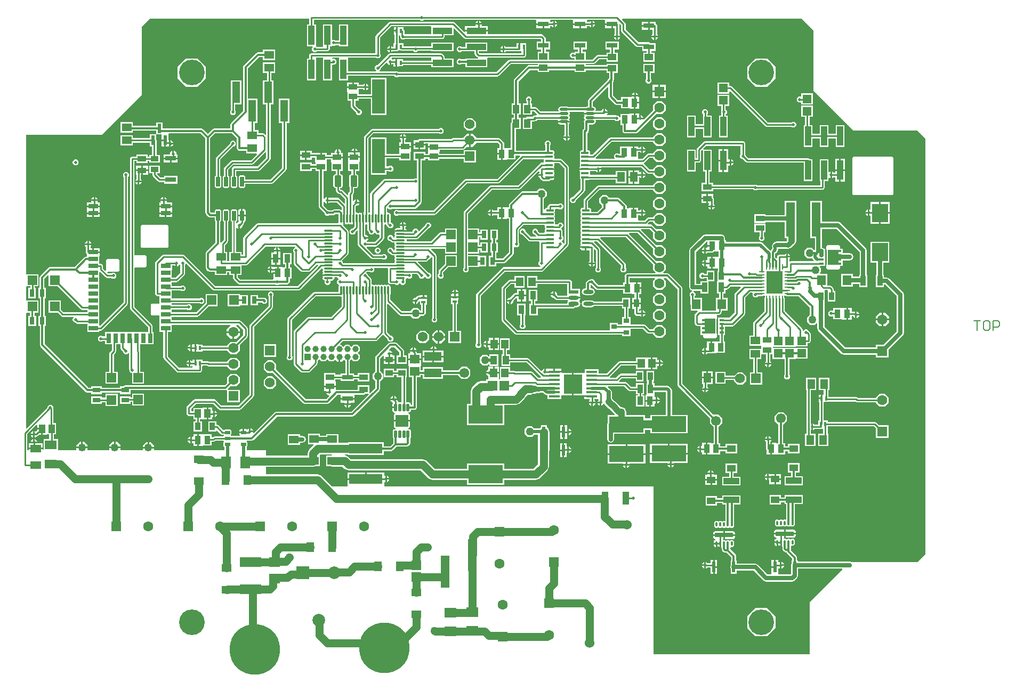
<source format=gbr>
%TF.GenerationSoftware,Altium Limited,Altium Designer,21.0.9 (235)*%
G04 Layer_Physical_Order=1*
G04 Layer_Color=255*
%FSLAX26Y26*%
%MOIN*%
%TF.SameCoordinates,5BE5EA85-216B-4E4C-B8B6-EAA837D7D1E1*%
%TF.FilePolarity,Positive*%
%TF.FileFunction,Copper,L1,Top,Signal*%
%TF.Part,Single*%
G01*
G75*
%TA.AperFunction,SMDPad,CuDef*%
%ADD10R,0.066929X0.093307*%
%ADD11R,0.027559X0.016535*%
%ADD12R,0.059055X0.027559*%
%ADD13R,0.027559X0.059055*%
%ADD14R,0.053150X0.037402*%
%ADD15R,0.035433X0.047244*%
%ADD16R,0.041339X0.053150*%
%ADD17R,0.059055X0.055118*%
%ADD18R,0.047244X0.035433*%
%ADD19R,0.110236X0.055118*%
G04:AMPARAMS|DCode=20|XSize=74.016mil|YSize=77.953mil|CornerRadius=1.85mil|HoleSize=0mil|Usage=FLASHONLY|Rotation=270.000|XOffset=0mil|YOffset=0mil|HoleType=Round|Shape=RoundedRectangle|*
%AMROUNDEDRECTD20*
21,1,0.074016,0.074252,0,0,270.0*
21,1,0.070315,0.077953,0,0,270.0*
1,1,0.003701,-0.037126,-0.035157*
1,1,0.003701,-0.037126,0.035157*
1,1,0.003701,0.037126,0.035157*
1,1,0.003701,0.037126,-0.035157*
%
%ADD20ROUNDEDRECTD20*%
G04:AMPARAMS|DCode=21|XSize=17.716mil|YSize=45.276mil|CornerRadius=1.949mil|HoleSize=0mil|Usage=FLASHONLY|Rotation=0.000|XOffset=0mil|YOffset=0mil|HoleType=Round|Shape=RoundedRectangle|*
%AMROUNDEDRECTD21*
21,1,0.017716,0.041378,0,0,0.0*
21,1,0.013819,0.045276,0,0,0.0*
1,1,0.003898,0.006910,-0.020689*
1,1,0.003898,-0.006910,-0.020689*
1,1,0.003898,-0.006910,0.020689*
1,1,0.003898,0.006910,0.020689*
%
%ADD21ROUNDEDRECTD21*%
%ADD22R,0.045276X0.057087*%
%ADD23R,0.039626X0.055442*%
%ADD24R,0.061024X0.061024*%
%ADD25R,0.021654X0.066929*%
%ADD26R,0.033465X0.053150*%
%ADD27R,0.037402X0.053150*%
%ADD28R,0.047244X0.055118*%
%ADD29R,0.031752X0.051505*%
%ADD30R,0.070079X0.016535*%
%ADD31R,0.118110X0.122047*%
%ADD32R,0.216658X0.098512*%
%ADD33R,0.071110X0.059226*%
%ADD34R,0.137795X0.062992*%
%ADD35R,0.208661X0.062992*%
%ADD36R,0.217000X0.118000*%
%ADD37R,0.037402X0.053150*%
%ADD38O,0.055118X0.017716*%
%ADD39R,0.049213X0.059055*%
%ADD40R,0.059055X0.049213*%
%ADD41R,0.043307X0.080709*%
%ADD42R,0.058268X0.203150*%
%ADD43R,0.073158X0.059272*%
%ADD44R,0.061024X0.059055*%
%ADD45R,0.031496X0.049213*%
%ADD46R,0.015748X0.027559*%
%ADD47R,0.049213X0.061024*%
G04:AMPARAMS|DCode=48|XSize=61.024mil|YSize=23.622mil|CornerRadius=2.008mil|HoleSize=0mil|Usage=FLASHONLY|Rotation=90.000|XOffset=0mil|YOffset=0mil|HoleType=Round|Shape=RoundedRectangle|*
%AMROUNDEDRECTD48*
21,1,0.061024,0.019606,0,0,90.0*
21,1,0.057008,0.023622,0,0,90.0*
1,1,0.004016,0.009803,0.028504*
1,1,0.004016,0.009803,-0.028504*
1,1,0.004016,-0.009803,-0.028504*
1,1,0.004016,-0.009803,0.028504*
%
%ADD48ROUNDEDRECTD48*%
%ADD49R,0.061024X0.049213*%
%ADD50R,0.104331X0.143701*%
%ADD51R,0.007843X0.035685*%
%ADD52R,0.035685X0.007843*%
G04:AMPARAMS|DCode=53|XSize=39.37mil|YSize=70.866mil|CornerRadius=3.937mil|HoleSize=0mil|Usage=FLASHONLY|Rotation=180.000|XOffset=0mil|YOffset=0mil|HoleType=Round|Shape=RoundedRectangle|*
%AMROUNDEDRECTD53*
21,1,0.039370,0.062992,0,0,180.0*
21,1,0.031496,0.070866,0,0,180.0*
1,1,0.007874,-0.015748,0.031496*
1,1,0.007874,0.015748,0.031496*
1,1,0.007874,0.015748,-0.031496*
1,1,0.007874,-0.015748,-0.031496*
%
%ADD53ROUNDEDRECTD53*%
%ADD54R,0.078740X0.216535*%
%ADD55R,0.035433X0.031496*%
%ADD56R,0.064499X0.024329*%
G04:AMPARAMS|DCode=57|XSize=64.499mil|YSize=24.329mil|CornerRadius=12.165mil|HoleSize=0mil|Usage=FLASHONLY|Rotation=0.000|XOffset=0mil|YOffset=0mil|HoleType=Round|Shape=RoundedRectangle|*
%AMROUNDEDRECTD57*
21,1,0.064499,0.000000,0,0,0.0*
21,1,0.040170,0.024329,0,0,0.0*
1,1,0.024329,0.020085,0.000000*
1,1,0.024329,-0.020085,0.000000*
1,1,0.024329,-0.020085,0.000000*
1,1,0.024329,0.020085,0.000000*
%
%ADD57ROUNDEDRECTD57*%
G04:AMPARAMS|DCode=58|XSize=15.748mil|YSize=47.244mil|CornerRadius=1.968mil|HoleSize=0mil|Usage=FLASHONLY|Rotation=90.000|XOffset=0mil|YOffset=0mil|HoleType=Round|Shape=RoundedRectangle|*
%AMROUNDEDRECTD58*
21,1,0.015748,0.043307,0,0,90.0*
21,1,0.011811,0.047244,0,0,90.0*
1,1,0.003937,0.021654,0.005906*
1,1,0.003937,0.021654,-0.005906*
1,1,0.003937,-0.021654,-0.005906*
1,1,0.003937,-0.021654,0.005906*
%
%ADD58ROUNDEDRECTD58*%
%ADD59O,0.057087X0.011811*%
%ADD60O,0.011811X0.057087*%
%ADD61R,0.023622X0.059055*%
%ADD62R,0.066929X0.031496*%
%ADD63R,0.039370X0.053150*%
%ADD64R,0.033465X0.051181*%
%ADD65R,0.047244X0.057087*%
%ADD66R,0.037402X0.057087*%
%ADD67R,0.057087X0.037402*%
%ADD68R,0.049213X0.031496*%
%ADD69R,0.051505X0.031752*%
%ADD70R,0.053150X0.039370*%
%ADD71R,0.122047X0.039370*%
%ADD72R,0.050000X0.135000*%
%ADD73R,0.039370X0.122047*%
%ADD74R,0.027559X0.015748*%
%ADD75R,0.059055X0.059055*%
%ADD76R,0.059055X0.059055*%
%ADD77R,0.037402X0.055118*%
%ADD78R,0.055118X0.037402*%
G04:AMPARAMS|DCode=79|XSize=21.654mil|YSize=31.496mil|CornerRadius=1.949mil|HoleSize=0mil|Usage=FLASHONLY|Rotation=90.000|XOffset=0mil|YOffset=0mil|HoleType=Round|Shape=RoundedRectangle|*
%AMROUNDEDRECTD79*
21,1,0.021654,0.027599,0,0,90.0*
21,1,0.017756,0.031496,0,0,90.0*
1,1,0.003898,0.013799,0.008878*
1,1,0.003898,0.013799,-0.008878*
1,1,0.003898,-0.013799,-0.008878*
1,1,0.003898,-0.013799,0.008878*
%
%ADD79ROUNDEDRECTD79*%
%ADD80R,0.062992X0.076772*%
%ADD81R,0.073158X0.053388*%
%ADD82R,0.068898X0.045276*%
%ADD83R,0.053150X0.033465*%
%ADD84R,0.057087X0.053150*%
%ADD85R,0.055118X0.064567*%
%ADD86R,0.059055X0.047244*%
%ADD87R,0.035433X0.061024*%
%ADD88R,0.047244X0.059055*%
%ADD89R,0.056299X0.216535*%
%ADD90R,0.100394X0.116142*%
%ADD91R,0.098425X0.039370*%
%ADD92R,0.055118X0.043307*%
G04:AMPARAMS|DCode=93|XSize=27.559mil|YSize=114.173mil|CornerRadius=1.929mil|HoleSize=0mil|Usage=FLASHONLY|Rotation=90.000|XOffset=0mil|YOffset=0mil|HoleType=Round|Shape=RoundedRectangle|*
%AMROUNDEDRECTD93*
21,1,0.027559,0.110315,0,0,90.0*
21,1,0.023701,0.114173,0,0,90.0*
1,1,0.003858,0.055157,0.011851*
1,1,0.003858,0.055157,-0.011851*
1,1,0.003858,-0.055157,-0.011851*
1,1,0.003858,-0.055157,0.011851*
%
%ADD93ROUNDEDRECTD93*%
G04:AMPARAMS|DCode=94|XSize=25.591mil|YSize=11.811mil|CornerRadius=1.949mil|HoleSize=0mil|Usage=FLASHONLY|Rotation=90.000|XOffset=0mil|YOffset=0mil|HoleType=Round|Shape=RoundedRectangle|*
%AMROUNDEDRECTD94*
21,1,0.025591,0.007913,0,0,90.0*
21,1,0.021693,0.011811,0,0,90.0*
1,1,0.003898,0.003957,0.010847*
1,1,0.003898,0.003957,-0.010847*
1,1,0.003898,-0.003957,-0.010847*
1,1,0.003898,-0.003957,0.010847*
%
%ADD94ROUNDEDRECTD94*%
%ADD95R,0.053150X0.043307*%
%TA.AperFunction,Conductor*%
%ADD96C,0.010000*%
%ADD97C,0.008000*%
%ADD98C,0.025000*%
%ADD99C,0.012000*%
%ADD100C,0.020000*%
%ADD101C,0.019685*%
%ADD102C,0.039370*%
%ADD103C,0.029528*%
%ADD104C,0.050000*%
%TA.AperFunction,NonConductor*%
%ADD105C,0.006000*%
%TA.AperFunction,ComponentPad*%
%ADD106R,0.061811X0.061811*%
%ADD107C,0.061811*%
%ADD108C,0.078740*%
%ADD109R,0.078740X0.078740*%
%ADD110C,0.314961*%
%ADD111C,0.061024*%
%ADD112C,0.049213*%
%ADD113C,0.062992*%
%ADD114R,0.062992X0.062992*%
%TA.AperFunction,ViaPad*%
%ADD115C,0.160000*%
%TA.AperFunction,ComponentPad*%
%ADD116C,0.060000*%
%ADD117R,0.062992X0.062992*%
%ADD118R,0.039370X0.039370*%
%ADD119C,0.039370*%
%ADD120R,0.061811X0.061811*%
%TA.AperFunction,ViaPad*%
%ADD121C,0.020000*%
%ADD122C,0.019685*%
%ADD123C,0.050000*%
G36*
X7450000Y6650000D02*
Y6275000D01*
X7700000Y6025000D01*
X8100000D01*
X8150000Y5975000D01*
Y3375000D01*
X8100000Y3325000D01*
X7687488D01*
X7677165Y3329276D01*
X7350834D01*
Y3336465D01*
X7347161D01*
Y3353992D01*
X7342723Y3364707D01*
X7308775Y3398655D01*
Y3425754D01*
X7312933Y3428532D01*
X7313287Y3428385D01*
X7321201D01*
X7328815Y3431539D01*
X7331969Y3439153D01*
Y3460847D01*
X7328815Y3468461D01*
X7321201Y3471615D01*
X7313287D01*
X7309883Y3470205D01*
X7305433Y3468550D01*
X7300983Y3470205D01*
X7297579Y3471615D01*
X7289665D01*
X7286261Y3470205D01*
X7281811Y3468550D01*
X7277361Y3470205D01*
X7273957Y3471615D01*
X7266043D01*
X7265183Y3471258D01*
X7261062Y3474009D01*
X7261061Y3474849D01*
X7264593Y3478387D01*
X7265000D01*
Y3498150D01*
X7201931D01*
Y3491299D01*
X7205712Y3482169D01*
X7214842Y3478387D01*
X7216857D01*
X7217851Y3473387D01*
X7209654Y3469992D01*
X7205866Y3460847D01*
Y3455000D01*
X7222756D01*
Y3450000D01*
X7227756D01*
Y3426652D01*
X7234567Y3429474D01*
X7241378Y3426653D01*
Y3450000D01*
X7251378D01*
Y3425907D01*
X7254846Y3423589D01*
Y3409030D01*
X7259285Y3398314D01*
X7266314Y3391285D01*
X7277029Y3386847D01*
X7280760D01*
X7282907Y3381663D01*
X7316854Y3347715D01*
Y3336465D01*
X7313181D01*
Y3316629D01*
X7308811Y3306079D01*
Y3249836D01*
X7307164Y3248189D01*
X7232433D01*
X7228819Y3251535D01*
X7228819Y3253189D01*
Y3287230D01*
X7233819Y3289301D01*
X7235876Y3287244D01*
X7239095D01*
Y3307087D01*
Y3326929D01*
X7235876D01*
X7233819Y3324872D01*
X7228819Y3326943D01*
Y3338465D01*
X7212992D01*
Y3295000D01*
X7207992D01*
Y3290000D01*
X7187165D01*
Y3253189D01*
X7187165Y3251535D01*
X7183551Y3248189D01*
X7162191D01*
X7099690Y3310690D01*
X7084000Y3317189D01*
X6968827D01*
Y3336465D01*
X6965154D01*
Y3364000D01*
X6960715Y3374715D01*
X6928775Y3406655D01*
Y3417604D01*
X6932933Y3420382D01*
X6933287Y3420235D01*
X6941201D01*
X6948815Y3423389D01*
X6951969Y3431004D01*
Y3452697D01*
X6948815Y3460311D01*
X6941201Y3463465D01*
X6933287D01*
X6929883Y3462055D01*
X6925433Y3460401D01*
X6920983Y3462055D01*
X6917579Y3463465D01*
X6909665D01*
X6906261Y3462055D01*
X6901811Y3460401D01*
X6897361Y3462055D01*
X6893957Y3463465D01*
X6886043D01*
X6885183Y3463109D01*
X6881062Y3465859D01*
X6881061Y3466699D01*
X6884593Y3470238D01*
X6885000D01*
Y3490000D01*
X6821931D01*
Y3483150D01*
X6825712Y3474019D01*
X6834842Y3470238D01*
X6836857D01*
X6837851Y3465238D01*
X6829654Y3461842D01*
X6825866Y3452697D01*
Y3446850D01*
X6842756D01*
Y3441850D01*
X6847756D01*
Y3418503D01*
X6854567Y3421324D01*
X6861378Y3418503D01*
Y3441851D01*
X6871378D01*
Y3417757D01*
X6874846Y3415439D01*
Y3408030D01*
X6879285Y3397314D01*
X6886314Y3390285D01*
X6897029Y3385847D01*
X6906723D01*
X6934846Y3357723D01*
Y3336465D01*
X6931173D01*
Y3303117D01*
X6927811Y3295000D01*
X6931173Y3286883D01*
Y3253535D01*
X6968827D01*
Y3272811D01*
X7074809D01*
X7137310Y3210310D01*
X7153000Y3203811D01*
X7316355D01*
X7332045Y3210310D01*
X7346690Y3224955D01*
X7353189Y3240645D01*
Y3284898D01*
X7628365D01*
X7630278Y3280278D01*
X7425000Y3075000D01*
Y2750000D01*
X6450000D01*
Y3800000D01*
X4768075D01*
X4764331Y3803032D01*
X4764331Y3805000D01*
Y3825184D01*
X4768716Y3827000D01*
X4772000D01*
Y3847000D01*
Y3867000D01*
X4768716D01*
X4764331Y3868816D01*
Y3886024D01*
X4655000D01*
Y3844528D01*
X4650000D01*
Y3839528D01*
X4535669D01*
Y3805000D01*
X4535669Y3803032D01*
X4531925Y3800000D01*
X4438514D01*
X4373257Y3865257D01*
X4348000Y3875719D01*
X4025000D01*
Y3921369D01*
X4317954D01*
X4324984Y3924281D01*
X4325000D01*
X4332515Y3927394D01*
X4362528D01*
Y3992606D01*
X4362528D01*
X4361237Y3995723D01*
X4365268Y3999753D01*
X4439664D01*
X4440001Y3994893D01*
X4432487Y3991781D01*
X4402474D01*
Y3926568D01*
X4432486D01*
X4440001Y3923456D01*
X4503030D01*
X4516743Y3909743D01*
X4542000Y3899281D01*
X4542000Y3899281D01*
X4991205D01*
X5040743Y3849743D01*
X5066000Y3839281D01*
X5283500D01*
Y3808000D01*
X5516500D01*
Y3839281D01*
X5712000D01*
X5737257Y3849743D01*
X5786241Y3898727D01*
X5786241Y3898727D01*
X5796703Y3923984D01*
X5796703Y3923985D01*
Y4023580D01*
X5797707Y4026004D01*
Y4137576D01*
X5798711Y4140000D01*
X5788249Y4165257D01*
X5781819Y4167921D01*
Y4181465D01*
X5744166D01*
Y4167921D01*
X5737735Y4165257D01*
X5736731Y4164253D01*
X5735584Y4161483D01*
X5701186D01*
X5687669Y4175000D01*
X5660331D01*
X5641000Y4155669D01*
Y4128331D01*
X5660331Y4109000D01*
X5687669D01*
X5701186Y4122517D01*
X5726269D01*
Y4027424D01*
X5725265Y4025000D01*
Y3938780D01*
X5697205Y3910719D01*
X5516500D01*
Y3942000D01*
X5283500D01*
Y3910719D01*
X5080795D01*
X5031257Y3960257D01*
X5006000Y3970719D01*
X4556795D01*
X4543083Y3984432D01*
X4517826Y3994893D01*
X4518163Y3999753D01*
X4537669D01*
Y3995977D01*
X4762331D01*
Y4020319D01*
X4808472D01*
X4819188Y4024757D01*
X4842891Y4048461D01*
X4906356D01*
X4917071Y4052899D01*
X4924101Y4059928D01*
X4928539Y4070644D01*
Y4099555D01*
X4931064Y4105650D01*
Y4147028D01*
X4927910Y4154642D01*
X4920295Y4157796D01*
X4915004D01*
X4914010Y4162796D01*
X4921196Y4165773D01*
X4924953Y4174843D01*
Y4205000D01*
X4875000D01*
X4825047D01*
Y4174843D01*
X4828804Y4165773D01*
X4835990Y4162796D01*
X4834996Y4157796D01*
X4829705D01*
X4822090Y4154642D01*
X4818936Y4147028D01*
Y4105650D01*
X4821461Y4099555D01*
Y4069891D01*
X4802196Y4050626D01*
X4762331D01*
Y4074968D01*
X4537669D01*
Y4071191D01*
X4477528D01*
Y4127606D01*
X4402472D01*
Y4117189D01*
X4362526D01*
Y4128432D01*
X4287471D01*
Y4063219D01*
X4320634D01*
X4322705Y4058219D01*
X4295215Y4030729D01*
X4284753Y4005472D01*
Y3992807D01*
X4025000D01*
Y4025000D01*
X3904680D01*
Y4045307D01*
X3906610Y4046106D01*
X3909765Y4053721D01*
Y4071476D01*
X3906610Y4079091D01*
X3904786Y4079847D01*
X3905781Y4084847D01*
X3937008D01*
X3947723Y4089285D01*
X4095253Y4236815D01*
X4566929D01*
X4577644Y4241253D01*
X4735125Y4398734D01*
X4739563Y4409449D01*
Y4456673D01*
X4757409Y4474520D01*
Y4501858D01*
X4739563Y4519704D01*
Y4600023D01*
X4756378Y4616837D01*
X4761378Y4614766D01*
Y4597677D01*
X4795000D01*
X4828622D01*
Y4620394D01*
X4815962D01*
X4815000Y4622716D01*
Y4626000D01*
X4795000D01*
Y4636000D01*
X4815000D01*
Y4639284D01*
X4803284Y4651000D01*
X4797073D01*
X4795160Y4655619D01*
X4809426Y4669886D01*
X4829353D01*
X4859846Y4639392D01*
Y4618394D01*
X4843378D01*
Y4566961D01*
X4906622D01*
Y4618394D01*
X4890154D01*
Y4645669D01*
X4885715Y4656385D01*
X4846345Y4695755D01*
X4835630Y4700193D01*
X4803150D01*
X4792435Y4695755D01*
X4713694Y4617014D01*
X4709256Y4606299D01*
Y4519704D01*
X4691409Y4501858D01*
Y4474520D01*
X4709256Y4456673D01*
Y4415726D01*
X4676543Y4383013D01*
X4671543Y4385084D01*
Y4433315D01*
X4598457D01*
Y4403066D01*
X4466653D01*
X4465732Y4402685D01*
X4461575Y4405463D01*
Y4420000D01*
X4425000D01*
X4388425D01*
Y4396299D01*
X4403000D01*
Y4394000D01*
X4423000D01*
Y4384000D01*
X4403000D01*
Y4380716D01*
X4414716Y4369000D01*
X4419777D01*
X4421690Y4364381D01*
X4403172Y4345862D01*
X4275568D01*
X4088226Y4533205D01*
X4088905Y4533885D01*
Y4566115D01*
X4066115Y4588905D01*
X4033885D01*
X4011095Y4566115D01*
Y4533885D01*
X4033885Y4511095D01*
X4066115D01*
X4066795Y4511775D01*
X4258576Y4319994D01*
X4269291Y4315555D01*
X4409449D01*
X4420164Y4319994D01*
X4472930Y4372760D01*
X4491535D01*
Y4353071D01*
X4535000D01*
X4578465D01*
Y4372760D01*
X4635000D01*
X4645715Y4377198D01*
X4646840Y4379913D01*
X4666373D01*
X4668444Y4374913D01*
X4560652Y4267122D01*
X4088976D01*
X4078261Y4262684D01*
X3949793Y4134215D01*
X3945000Y4136493D01*
Y4138000D01*
X3925000D01*
Y4143000D01*
X3920000D01*
Y4163000D01*
X3916716D01*
X3908975Y4155259D01*
X3908141Y4155425D01*
X3898996Y4159213D01*
X3890197D01*
Y4137402D01*
X3885197D01*
Y4132402D01*
X3858464D01*
Y4128524D01*
X3861931Y4120154D01*
X3859945Y4115154D01*
X3809763D01*
X3806453Y4120021D01*
X3806569Y4121759D01*
X3809371Y4128524D01*
Y4146279D01*
X3806217Y4153894D01*
X3798602Y4157048D01*
X3771004D01*
X3763390Y4153894D01*
X3757767Y4153132D01*
X3727950Y4182950D01*
X3718000Y4187071D01*
X3715716D01*
Y4206622D01*
X3664284D01*
Y4143378D01*
X3715716D01*
Y4148851D01*
X3720336Y4150765D01*
X3743648Y4127452D01*
X3743649Y4127452D01*
X3753598Y4123331D01*
X3762387D01*
X3763389Y4120909D01*
X3763389Y4118656D01*
X3759392Y4114071D01*
X3704000D01*
X3694050Y4109950D01*
X3691228Y4107128D01*
X3686228Y4108623D01*
Y4124575D01*
X3633345Y4124575D01*
X3629173Y4126575D01*
X3628655Y4126575D01*
X3605472D01*
Y4090000D01*
Y4053425D01*
X3628655D01*
X3629173Y4053425D01*
X3633345Y4055425D01*
X3634173Y4055425D01*
X3686228D01*
Y4077929D01*
X3696000D01*
X3705950Y4082050D01*
X3709829Y4085929D01*
X3759433D01*
X3763241Y4081283D01*
X3763037Y4078241D01*
X3760235Y4071476D01*
Y4053721D01*
X3763389Y4046106D01*
X3765320Y4045306D01*
Y4025000D01*
X3325648D01*
X3324606Y4027516D01*
Y4036850D01*
X3290000D01*
X3255394D01*
Y4027516D01*
X3254352Y4025000D01*
X3116301D01*
X3114606Y4029091D01*
Y4038425D01*
X3080000D01*
X3045394D01*
Y4029091D01*
X3043699Y4025000D01*
X2911301D01*
X2909606Y4029091D01*
Y4038425D01*
X2875000D01*
X2840394D01*
Y4029091D01*
X2838699Y4025000D01*
X2729418D01*
X2724579Y4025388D01*
Y4094776D01*
X2698126D01*
Y4125425D01*
X2712724D01*
Y4194575D01*
X2696236D01*
Y4286338D01*
X2696237Y4286339D01*
X2695008Y4289305D01*
Y4298729D01*
X2684556Y4309181D01*
X2669775D01*
X2659323Y4298729D01*
Y4293396D01*
X2529619Y4163692D01*
X2525000Y4165606D01*
Y4884032D01*
X2528575Y4887472D01*
X2530000Y4887472D01*
X2549433D01*
Y4867606D01*
X2539756D01*
Y4802394D01*
X2587252D01*
Y4867606D01*
X2577575D01*
Y4887472D01*
X2603630D01*
Y4962528D01*
X2530000D01*
X2528575Y4962528D01*
X2525000Y4965968D01*
Y5049032D01*
X2528575Y5052472D01*
X2530000Y5052472D01*
X2552031D01*
Y5042606D01*
X2538260D01*
Y4977394D01*
X2585756D01*
Y5042606D01*
X2580173D01*
Y5052472D01*
X2603630D01*
Y5127528D01*
X2530000D01*
X2528575Y5127528D01*
X2525000Y5130968D01*
Y6000000D01*
X3000000D01*
X3250000Y6250000D01*
Y6675000D01*
X3300000Y6725000D01*
X4295929D01*
Y6690323D01*
X4282315D01*
Y6552276D01*
X4315785D01*
X4317699Y6547656D01*
X4312866Y6542824D01*
Y6528042D01*
X4323318Y6517591D01*
X4338099D01*
X4341871Y6521362D01*
X4410000D01*
X4419950Y6525483D01*
X4424071Y6535433D01*
Y6552276D01*
X4437685D01*
Y6555410D01*
X4441428Y6556961D01*
X4456209D01*
X4459981Y6560732D01*
X4482315D01*
Y6552276D01*
X4537685D01*
Y6690323D01*
X4482315D01*
Y6588874D01*
X4459981D01*
X4456209Y6592646D01*
X4441428D01*
X4437685Y6594196D01*
Y6690323D01*
X4382315D01*
Y6552276D01*
X4378463Y6549504D01*
X4341871D01*
X4338099Y6553276D01*
X4337685D01*
Y6690323D01*
X4324071D01*
Y6718212D01*
X4988838D01*
X4992609Y6714441D01*
X5007391D01*
X5011162Y6718212D01*
X5711757D01*
X5716535Y6717677D01*
X5716535Y6713212D01*
Y6696929D01*
X5760000D01*
Y6691929D01*
X5765000D01*
Y6666181D01*
X5803465D01*
Y6678842D01*
X5812781D01*
X5818553Y6673071D01*
X5821772D01*
Y6692913D01*
Y6712756D01*
X5818553D01*
X5812781Y6706984D01*
X5807000D01*
X5803465Y6710520D01*
X5803465Y6717677D01*
X5808243Y6718212D01*
X5941757D01*
X5946535Y6717677D01*
X5946535Y6713212D01*
Y6696929D01*
X5990000D01*
Y6691929D01*
X5995000D01*
Y6666181D01*
X6033465D01*
Y6678842D01*
X6049002D01*
X6054773Y6673071D01*
X6057992D01*
Y6692913D01*
Y6712756D01*
X6054773D01*
X6049002Y6706984D01*
X6037000D01*
X6033465Y6710520D01*
X6033465Y6717677D01*
X6038243Y6718212D01*
X6141757D01*
X6146535Y6717677D01*
Y6696929D01*
X6190000D01*
Y6691929D01*
X6195000D01*
Y6666181D01*
X6206401D01*
Y6628164D01*
X6200630Y6622392D01*
Y6619173D01*
X6240315D01*
Y6622392D01*
X6234543Y6628164D01*
Y6691242D01*
X6236370Y6692627D01*
X6239163Y6693693D01*
X6245771Y6687085D01*
Y6653543D01*
X6249893Y6643593D01*
X6339617Y6553869D01*
X6349566Y6549748D01*
X6378535D01*
Y6524323D01*
X6405929D01*
Y6513118D01*
X6385425D01*
Y6457748D01*
X6454575D01*
Y6513118D01*
X6434071D01*
Y6524323D01*
X6461465D01*
Y6571819D01*
X6430758D01*
X6429950Y6573769D01*
X6420000Y6577890D01*
X6355395D01*
X6273914Y6659372D01*
Y6692913D01*
X6269792Y6702863D01*
X6269792Y6702863D01*
X6252275Y6720381D01*
X6254188Y6725000D01*
X7375000D01*
X7450000Y6650000D01*
D02*
G37*
G36*
X2594331Y4182072D02*
Y4165000D01*
X2625000D01*
Y4160000D01*
X2630000D01*
Y4123425D01*
X2655669D01*
Y4125425D01*
X2669984D01*
Y4094776D01*
X2635421D01*
Y4031068D01*
X2630421Y4028773D01*
X2629449Y4029609D01*
Y4032166D01*
X2585000D01*
X2540551D01*
Y4025000D01*
X2533756D01*
Y4128030D01*
X2589711Y4183985D01*
X2594331Y4182072D01*
D02*
G37*
%LPC*%
G36*
X6071211Y6712756D02*
X6067992D01*
Y6697913D01*
X6082835D01*
Y6701132D01*
X6071211Y6712756D01*
D02*
G37*
G36*
X5834991D02*
X5831772D01*
Y6697913D01*
X5846614D01*
Y6701132D01*
X5834991Y6712756D01*
D02*
G37*
G36*
X5362550D02*
X5359331D01*
Y6697913D01*
X5374173D01*
Y6701132D01*
X5362550Y6712756D01*
D02*
G37*
G36*
X5349331D02*
X5346112D01*
X5334488Y6701132D01*
Y6697913D01*
X5349331D01*
Y6712756D01*
D02*
G37*
G36*
X6415000Y6707677D02*
X6376535D01*
Y6686929D01*
X6415000D01*
Y6707677D01*
D02*
G37*
G36*
X6082835Y6687913D02*
X6067992D01*
Y6673071D01*
X6071211D01*
X6082835Y6684694D01*
Y6687913D01*
D02*
G37*
G36*
X5846614D02*
X5831772D01*
Y6673071D01*
X5834991D01*
X5846614Y6684694D01*
Y6687913D01*
D02*
G37*
G36*
X6185000Y6686929D02*
X6146535D01*
Y6666181D01*
X6185000D01*
Y6686929D01*
D02*
G37*
G36*
X5985000D02*
X5946535D01*
Y6666181D01*
X5985000D01*
Y6686929D01*
D02*
G37*
G36*
X5755000D02*
X5716535D01*
Y6666181D01*
X5755000D01*
Y6686929D01*
D02*
G37*
G36*
X6415000Y6676929D02*
X6376535D01*
Y6656181D01*
X6415000D01*
Y6676929D01*
D02*
G37*
G36*
X5374173Y6687913D02*
X5334488D01*
Y6684694D01*
X5334878Y6684304D01*
X5332965Y6679685D01*
X5270275D01*
Y6655000D01*
X5341299D01*
X5412323D01*
Y6679685D01*
X5375697D01*
X5373783Y6684304D01*
X5374173Y6684694D01*
Y6687913D01*
D02*
G37*
G36*
X6463465Y6707677D02*
X6425000D01*
Y6681929D01*
X6420000D01*
D01*
X6425000D01*
Y6656181D01*
X6442622D01*
Y6628164D01*
X6436850Y6622392D01*
Y6619173D01*
X6476535D01*
Y6622392D01*
X6470764Y6628164D01*
Y6681929D01*
X6466643Y6691879D01*
X6463465Y6693195D01*
Y6707677D01*
D02*
G37*
G36*
X6476535Y6609173D02*
X6461693D01*
Y6594331D01*
X6464912D01*
X6476535Y6605954D01*
Y6609173D01*
D02*
G37*
G36*
X6451693D02*
X6436850D01*
Y6605954D01*
X6448474Y6594331D01*
X6451693D01*
Y6609173D01*
D02*
G37*
G36*
X6240315D02*
X6225472D01*
Y6594331D01*
X6228691D01*
X6240315Y6605954D01*
Y6609173D01*
D02*
G37*
G36*
X6215472D02*
X6200630D01*
Y6605954D01*
X6212253Y6594331D01*
X6215472D01*
Y6609173D01*
D02*
G37*
G36*
X4083512Y6532961D02*
X4006488D01*
Y6515508D01*
X3976378D01*
X3965663Y6511069D01*
X3886923Y6432329D01*
X3882484Y6421614D01*
Y6148009D01*
X3808182Y6073707D01*
X3803744Y6062992D01*
Y6038775D01*
X3700787D01*
X3690072Y6034337D01*
X3661417Y6005682D01*
X3632762Y6034337D01*
X3622047Y6038775D01*
X3377410D01*
Y6077331D01*
X3337787D01*
Y6054957D01*
X3193512D01*
Y6078315D01*
X3116488D01*
Y6013102D01*
X3193512D01*
Y6024650D01*
X3337787D01*
Y6006356D01*
X3337787Y6002528D01*
X3335112Y6002528D01*
X3300386D01*
Y5979071D01*
X3193512D01*
Y5997606D01*
X3116488D01*
Y5932394D01*
X3193512D01*
Y5950929D01*
X3300386D01*
Y5927472D01*
X3312937D01*
Y5873876D01*
X3296248D01*
Y5864071D01*
X3285559D01*
Y5876701D01*
X3214441D01*
Y5864071D01*
X3188976D01*
X3179027Y5859950D01*
X3174905Y5850000D01*
Y4915472D01*
X3179027Y4905523D01*
X3287228Y4797321D01*
Y4764968D01*
X3019677D01*
Y4738480D01*
X3003288D01*
X2999517Y4742252D01*
X2984735D01*
X2974284Y4731800D01*
Y4717019D01*
X2984735Y4706567D01*
X2999517D01*
X3003288Y4710338D01*
X3019677D01*
Y4689913D01*
X3061913D01*
Y4651498D01*
X3050050Y4639635D01*
X3045929Y4629685D01*
Y4516425D01*
X3022472D01*
Y4441370D01*
X3097528D01*
Y4516425D01*
X3074071D01*
Y4623856D01*
X3085934Y4635720D01*
X3090055Y4645669D01*
Y4689913D01*
X3114000D01*
Y4667205D01*
X3118121Y4657255D01*
X3131764Y4643612D01*
Y4638279D01*
X3142216Y4627827D01*
X3156997D01*
X3163402Y4634232D01*
X3168402Y4632160D01*
Y4534063D01*
X3171134Y4527466D01*
Y4520168D01*
X3181586Y4509717D01*
X3187472D01*
Y4442472D01*
X3262528D01*
Y4517528D01*
X3239071D01*
Y4644134D01*
X3239071Y4644134D01*
X3237536Y4647841D01*
Y4689913D01*
X3323079D01*
Y4764968D01*
X3315370D01*
Y4803150D01*
X3311249Y4813099D01*
X3203048Y4921301D01*
Y5167055D01*
X3206811Y5169569D01*
X3269803D01*
X3275926Y5172105D01*
X3278462Y5178228D01*
Y5237283D01*
X3275926Y5243406D01*
X3269803Y5245943D01*
X3206811D01*
X3203048Y5248457D01*
Y5835929D01*
X3214441D01*
Y5823299D01*
X3285559D01*
Y5835929D01*
X3296248D01*
Y5826124D01*
X3363752D01*
Y5873876D01*
X3341079D01*
Y5965000D01*
X3340008Y5967586D01*
Y5998447D01*
X3340008Y6002275D01*
X3342683Y6002276D01*
X3373189D01*
Y5970000D01*
X3395000D01*
Y5965000D01*
X3400000D01*
Y5925472D01*
X3416545D01*
X3416978Y5925039D01*
X3420197D01*
Y5944882D01*
Y5966297D01*
X3416811Y5969655D01*
Y6004527D01*
X3419368Y6008468D01*
X3615770D01*
X3646264Y5977975D01*
Y5511811D01*
X3650702Y5501096D01*
X3664856Y5486942D01*
X3675571Y5482504D01*
X3704364D01*
Y5465197D01*
X3707537Y5457537D01*
X3709847Y5456581D01*
Y5325277D01*
X3652285Y5267715D01*
X3647847Y5257000D01*
Y5168000D01*
X3652285Y5157285D01*
X3663285Y5146285D01*
X3674000Y5141846D01*
X3706488D01*
Y5121685D01*
X3783512D01*
Y5139138D01*
X3796488D01*
Y5121685D01*
X3819847D01*
Y5102008D01*
X3824285Y5091293D01*
X3847553Y5068025D01*
X3858268Y5063587D01*
X4084409D01*
X4087098Y5060898D01*
X4101879D01*
X4104568Y5063587D01*
X4159055D01*
X4169770Y5068025D01*
X4174209Y5078740D01*
Y5100425D01*
X4185756D01*
Y5169575D01*
X4174209D01*
Y5189441D01*
X4186701D01*
Y5260559D01*
X4133299D01*
Y5189441D01*
X4143902D01*
Y5173110D01*
X4140366Y5169575D01*
X4132872Y5169575D01*
X4128701Y5171575D01*
X4128183Y5171575D01*
X4105000D01*
Y5135000D01*
X4100000D01*
Y5130000D01*
X4071299D01*
Y5098894D01*
X4071299Y5098425D01*
X4070168Y5093894D01*
X3864544D01*
X3850153Y5108285D01*
Y5121685D01*
X3873512D01*
Y5182779D01*
X3897638D01*
X3907588Y5186901D01*
X4021576Y5300890D01*
X4205911D01*
X4207946Y5298329D01*
X4205768Y5293433D01*
X4205208D01*
X4194756Y5282981D01*
Y5268200D01*
X4198527Y5264429D01*
Y5196850D01*
X4202649Y5186901D01*
X4242019Y5147531D01*
X4242019Y5147530D01*
X4251968Y5143409D01*
X4291339D01*
X4301288Y5147530D01*
X4340868Y5187110D01*
X4349260D01*
X4351174Y5182491D01*
X4222124Y5053441D01*
X3706616D01*
X3513887Y5246170D01*
X3503937Y5250292D01*
X3385827D01*
X3375877Y5246170D01*
X3375877Y5246170D01*
X3336507Y5206800D01*
X3332386Y5196850D01*
Y5005000D01*
X3336507Y4995050D01*
X3346457Y4990929D01*
X3360228D01*
Y4944994D01*
X3355228Y4941654D01*
X3352477Y4942793D01*
X3313110D01*
X3306987Y4940257D01*
X3304451Y4934134D01*
Y4879014D01*
X3306987Y4872891D01*
X3313110Y4870355D01*
X3352477D01*
X3355228Y4871494D01*
X3360228Y4868153D01*
Y4853299D01*
Y4809992D01*
Y4766685D01*
X3383685D01*
Y4606299D01*
X3387806Y4596349D01*
X3466546Y4517609D01*
X3476496Y4513488D01*
X3476496Y4513488D01*
X3612559D01*
X3622509Y4517609D01*
X3626630Y4527559D01*
Y4548221D01*
X3628433D01*
Y4555929D01*
X3655589D01*
X3656467Y4555050D01*
X3656468Y4555050D01*
X3666417Y4550929D01*
X3666418Y4550929D01*
X3781724D01*
Y4548640D01*
X3804861Y4525504D01*
X3837580D01*
X3860716Y4548640D01*
Y4581360D01*
X3837580Y4604496D01*
X3804861D01*
X3781724Y4581360D01*
Y4579071D01*
X3672246D01*
X3671367Y4579950D01*
X3661417Y4584071D01*
X3628433D01*
Y4591779D01*
X3602874D01*
Y4593779D01*
X3590000D01*
Y4570000D01*
X3580000D01*
Y4593779D01*
X3567126D01*
Y4584282D01*
X3562126Y4584158D01*
X3556284Y4590000D01*
X3553000D01*
Y4570000D01*
Y4550000D01*
X3556284D01*
X3562126Y4555842D01*
X3567126Y4555718D01*
Y4546221D01*
X3567126D01*
X3566137Y4541630D01*
X3482325D01*
X3411827Y4612128D01*
Y4766685D01*
X3435283D01*
Y4810449D01*
X3801504D01*
X3802985Y4805449D01*
X3779724Y4782188D01*
Y4770000D01*
X3821220D01*
X3862716D01*
Y4782188D01*
X3839456Y4805449D01*
X3840937Y4810449D01*
X3852439D01*
X3883567Y4779321D01*
Y4747246D01*
X3839199Y4702878D01*
X3837580Y4704496D01*
X3804861D01*
X3781724Y4681360D01*
Y4679071D01*
X3628433D01*
Y4686779D01*
X3602874D01*
Y4688779D01*
X3590000D01*
Y4665000D01*
Y4641221D01*
X3602874D01*
Y4643221D01*
X3628433D01*
Y4650929D01*
X3781724D01*
Y4648640D01*
X3804861Y4625504D01*
X3837580D01*
X3860716Y4648640D01*
Y4681360D01*
X3859098Y4682978D01*
X3907588Y4731467D01*
X3911709Y4741417D01*
X3911709Y4741417D01*
Y4785150D01*
X3907588Y4795099D01*
X3907587Y4795100D01*
X3868218Y4834470D01*
X3858268Y4838591D01*
X3435283D01*
Y4861008D01*
X3596181D01*
X3606131Y4865129D01*
X3668474Y4927472D01*
X3723630D01*
Y5002528D01*
X3648575D01*
Y4947372D01*
X3590353Y4889150D01*
X3435283D01*
Y4907189D01*
X3532145D01*
X3535916Y4903417D01*
X3550698D01*
X3561150Y4913869D01*
Y4928650D01*
X3550698Y4939102D01*
X3535916D01*
X3532145Y4935331D01*
X3435283D01*
Y4946559D01*
X3610885D01*
X3614657Y4942787D01*
X3629438D01*
X3639890Y4953239D01*
Y4968020D01*
X3629438Y4978472D01*
X3614657D01*
X3610885Y4974701D01*
X3435283D01*
Y5025299D01*
X3492775D01*
X3496546Y5021528D01*
X3511328D01*
X3521780Y5031980D01*
Y5046761D01*
X3511328Y5057213D01*
X3496546D01*
X3492775Y5053441D01*
X3435283D01*
Y5077543D01*
X3464567D01*
X3474517Y5081664D01*
X3513887Y5121034D01*
X3513887Y5121034D01*
X3518008Y5130984D01*
Y5185688D01*
X3521780Y5189460D01*
Y5191945D01*
X3526399Y5193859D01*
X3690838Y5029420D01*
X3700787Y5025299D01*
X4227953D01*
X4237903Y5029420D01*
X4372643Y5164161D01*
X4374149Y5164012D01*
X4378650Y5161811D01*
X4382726Y5151968D01*
X4378650Y5142126D01*
X4381644Y5134897D01*
X4378556Y5127441D01*
X4392811D01*
X4393700Y5127073D01*
X4416338D01*
Y5117809D01*
X4393700D01*
X4392811Y5117441D01*
X4378556D01*
X4381644Y5109985D01*
X4378650Y5102756D01*
X4383058Y5092113D01*
X4391077Y5088792D01*
X4391606Y5086131D01*
Y5071350D01*
X4402058Y5060898D01*
X4416839D01*
X4427291Y5071350D01*
Y5086131D01*
X4427943Y5087705D01*
X4438976D01*
X4449619Y5092113D01*
X4454028Y5102756D01*
X4453424Y5104212D01*
X4456202Y5108370D01*
X4469868D01*
X4477868Y5100369D01*
X4479805Y5097867D01*
X4478212Y5093996D01*
X4470346Y5086131D01*
Y5071350D01*
X4480798Y5060898D01*
X4482465Y5055898D01*
X4479043Y5047638D01*
Y5016433D01*
X4330709D01*
X4320759Y5012312D01*
X4320759Y5012312D01*
X4163279Y4854832D01*
X4159157Y4844882D01*
Y4617461D01*
X4155386Y4613690D01*
Y4598909D01*
X4165838Y4588457D01*
X4180619D01*
X4191071Y4598909D01*
Y4613690D01*
X4187299Y4617461D01*
Y4839053D01*
X4336537Y4988291D01*
X4491728D01*
X4494095Y4987311D01*
X4495551Y4987914D01*
X4499708Y4985136D01*
Y4927088D01*
X4431508Y4858888D01*
X4291339D01*
X4291339Y4858888D01*
X4281389Y4854766D01*
X4202649Y4776026D01*
X4198527Y4766076D01*
Y4566929D01*
X4202649Y4556979D01*
X4242019Y4517609D01*
X4242019Y4517609D01*
X4251968Y4513488D01*
X4251969Y4513488D01*
X4291339D01*
X4301288Y4517609D01*
X4344950Y4561271D01*
X4344950Y4561271D01*
X4349071Y4571221D01*
Y4584919D01*
X4360000Y4595847D01*
X4373533Y4582315D01*
X4396467D01*
X4410000Y4595847D01*
X4423533Y4582315D01*
X4446467D01*
X4458586Y4594433D01*
X4472704Y4580315D01*
X4480000D01*
Y4610000D01*
X4490000D01*
Y4580315D01*
X4497296D01*
X4511414Y4594433D01*
X4520929Y4584919D01*
Y4505677D01*
X4493535D01*
Y4498126D01*
X4459575D01*
Y4510756D01*
X4390425D01*
X4390425Y4457872D01*
X4388425Y4453701D01*
X4388425Y4453183D01*
Y4430000D01*
X4425000D01*
X4461575D01*
Y4453183D01*
X4461575Y4453701D01*
X4459575Y4457872D01*
X4459575Y4458701D01*
Y4469984D01*
X4493535D01*
Y4458181D01*
X4576465D01*
Y4469315D01*
X4598457D01*
Y4456685D01*
X4671543D01*
Y4510087D01*
X4598457D01*
Y4497457D01*
X4576465D01*
Y4505677D01*
X4549071D01*
Y4584919D01*
X4560000Y4595847D01*
X4573533Y4582315D01*
X4596467D01*
X4612685Y4598533D01*
Y4621467D01*
X4599153Y4635000D01*
X4612685Y4648533D01*
Y4671467D01*
X4596467Y4687685D01*
X4573533D01*
X4560000Y4674153D01*
X4546467Y4687685D01*
X4523533D01*
X4510000Y4674153D01*
X4496467Y4687685D01*
X4489117D01*
X4487204Y4692304D01*
X4505238Y4710338D01*
X4710630D01*
X4720580Y4714460D01*
X4754988Y4748868D01*
X4756982Y4748472D01*
X4760425Y4747234D01*
X4785307Y4722352D01*
Y4717019D01*
X4795759Y4706567D01*
X4810540D01*
X4820992Y4717019D01*
Y4731800D01*
X4810540Y4742252D01*
X4805207D01*
X4783756Y4763703D01*
Y4939811D01*
X4788376Y4941725D01*
X4858160Y4871940D01*
X4868110Y4867819D01*
X4928032D01*
X4946961Y4848890D01*
X4974299D01*
X4993228Y4867819D01*
X5010000D01*
X5019950Y4871940D01*
X5024071Y4881890D01*
Y4935346D01*
X5031779D01*
Y4960905D01*
X5033779D01*
Y4973780D01*
X5010000D01*
Y4978780D01*
X5005000D01*
Y4996654D01*
X4986221D01*
Y4992851D01*
X4978779D01*
X4968830Y4988729D01*
X4960573Y4980472D01*
X4952411D01*
X4940787Y4968849D01*
Y4965630D01*
X4960630D01*
Y4960630D01*
X4965630D01*
Y4940787D01*
X4968849D01*
X4980472Y4952411D01*
Y4956510D01*
X4982073Y4957991D01*
X4988176Y4956827D01*
X4988221Y4956734D01*
Y4935346D01*
X4995929D01*
Y4900331D01*
X4990929Y4898260D01*
X4974299Y4914890D01*
X4946961D01*
X4928032Y4895961D01*
X4873939D01*
X4803441Y4966458D01*
Y4999996D01*
X4804421Y5002362D01*
Y5047638D01*
X4800013Y5058281D01*
X4789370Y5062689D01*
X4779528Y5058612D01*
X4769685Y5062689D01*
X4759843Y5058612D01*
X4750000Y5062689D01*
X4740158Y5058612D01*
X4730315Y5062689D01*
X4720472Y5058612D01*
X4710630Y5062689D01*
X4700787Y5058612D01*
X4690945Y5062689D01*
X4689488Y5062086D01*
X4685331Y5064864D01*
Y5092520D01*
X4681210Y5102470D01*
X4681209Y5102470D01*
X4663512Y5120167D01*
Y5125501D01*
X4653060Y5135953D01*
X4652148Y5138154D01*
X4657403Y5143409D01*
X4673877D01*
X4677649Y5139638D01*
X4692430D01*
X4702882Y5150090D01*
Y5164871D01*
X4703940Y5167425D01*
X4786904D01*
X4789682Y5163268D01*
X4789078Y5161811D01*
Y5078740D01*
X4793200Y5068790D01*
X4803150Y5064669D01*
X4831358D01*
X4835129Y5060898D01*
X4849910D01*
X4859432Y5070420D01*
X4862205Y5070978D01*
X4864977Y5070420D01*
X4874499Y5060898D01*
X4889280D01*
X4899732Y5071350D01*
Y5086131D01*
X4899526Y5086337D01*
X4900407Y5092113D01*
X4904815Y5102756D01*
X4909411Y5104726D01*
X4913869Y5100268D01*
X4928650D01*
X4939102Y5110720D01*
Y5125501D01*
X4940160Y5128055D01*
X4970156D01*
X4982158Y5116053D01*
Y5110720D01*
X4992609Y5100268D01*
X5007391D01*
X5016913Y5109790D01*
X5019685Y5110348D01*
X5022457Y5109790D01*
X5031980Y5100268D01*
X5046761D01*
X5057213Y5110720D01*
Y5125501D01*
X5046761Y5135953D01*
X5041427D01*
X4975204Y5202176D01*
X4977118Y5206795D01*
X5024016D01*
X5033966Y5210916D01*
X5041427Y5218378D01*
X5046761D01*
X5057213Y5228830D01*
Y5233721D01*
X5062108Y5235899D01*
X5064669Y5233864D01*
Y4853682D01*
X5060898Y4849910D01*
Y4835129D01*
X5071350Y4824677D01*
X5086131D01*
X5096583Y4835129D01*
Y4849910D01*
X5092811Y4853682D01*
Y5240551D01*
X5088690Y5250501D01*
X5088690Y5250501D01*
X5057193Y5281998D01*
X5059106Y5286618D01*
X5144677D01*
Y5257472D01*
X5219732D01*
Y5332527D01*
X5219733D01*
Y5337473D01*
X5219732D01*
Y5412528D01*
X5144677D01*
Y5389071D01*
X5118110D01*
X5108160Y5384950D01*
X5108160Y5384950D01*
X5056573Y5333362D01*
X4906989D01*
X4904212Y5337520D01*
X4904815Y5338976D01*
X4904212Y5340433D01*
X4906990Y5344590D01*
X4964961D01*
X4974910Y5348712D01*
X5041427Y5415228D01*
X5046761D01*
X5057213Y5425680D01*
Y5440462D01*
X5046761Y5450913D01*
X5031980D01*
X5021528Y5440462D01*
Y5435128D01*
X4983092Y5396692D01*
X4978472Y5398606D01*
Y5401091D01*
X4968020Y5411543D01*
X4953239D01*
X4942787Y5401091D01*
Y5395758D01*
X4939447Y5392418D01*
X4909154D01*
X4908744Y5393032D01*
X4890653D01*
X4889764Y5393400D01*
X4867126D01*
X4844488D01*
X4843599Y5393032D01*
X4829343D01*
X4832431Y5385576D01*
X4829437Y5378346D01*
X4833514Y5368504D01*
X4829437Y5358662D01*
X4825947Y5354765D01*
X4825300Y5354716D01*
X4820992Y5358770D01*
Y5361721D01*
X4810540Y5372173D01*
X4795759D01*
X4785307Y5361721D01*
Y5346940D01*
X4795759Y5336488D01*
X4801093D01*
X4808554Y5329027D01*
X4808554Y5329027D01*
X4818504Y5324905D01*
X4818504Y5324905D01*
X4827262D01*
X4830040Y5320748D01*
X4829437Y5319291D01*
X4833514Y5309449D01*
X4829437Y5299606D01*
X4833514Y5289764D01*
X4829437Y5279921D01*
X4825947Y5276025D01*
X4825300Y5275976D01*
X4820992Y5280030D01*
Y5282981D01*
X4810540Y5293433D01*
X4795759D01*
X4785307Y5282981D01*
Y5268200D01*
X4795759Y5257748D01*
X4801092D01*
X4808554Y5250287D01*
X4808554Y5250286D01*
X4818504Y5246165D01*
X4827262D01*
X4830040Y5242008D01*
X4829437Y5240551D01*
X4833514Y5230709D01*
X4829437Y5220866D01*
X4833514Y5211024D01*
X4829437Y5201181D01*
X4830040Y5199725D01*
X4827262Y5195567D01*
X4509372D01*
X4506032Y5198907D01*
Y5204241D01*
X4498748Y5211525D01*
X4537509Y5250286D01*
X4537509Y5250286D01*
X4541630Y5260236D01*
Y5393701D01*
X4537509Y5403651D01*
X4537509Y5403651D01*
X4508416Y5432743D01*
X4508779Y5433286D01*
Y5452260D01*
X4509148Y5453150D01*
Y5475540D01*
X4509250Y5475787D01*
X4518411D01*
Y5453150D01*
X4518779Y5452260D01*
Y5438005D01*
X4526235Y5441093D01*
X4533465Y5438098D01*
X4543307Y5442175D01*
X4553150Y5438098D01*
X4560379Y5441093D01*
X4567835Y5438005D01*
Y5452260D01*
X4568203Y5453150D01*
Y5475787D01*
X4577466D01*
Y5453150D01*
X4577835Y5452260D01*
Y5434169D01*
X4578449Y5433759D01*
Y5425120D01*
X4564872Y5411543D01*
X4559538D01*
X4549087Y5401091D01*
Y5386310D01*
X4559538Y5375858D01*
X4574320D01*
X4584772Y5386310D01*
Y5391644D01*
X4593514Y5400386D01*
X4598134Y5398473D01*
Y5314961D01*
X4602255Y5305011D01*
X4680995Y5226271D01*
X4690945Y5222149D01*
X4690945Y5222149D01*
X4752618D01*
X4756389Y5218378D01*
X4771170D01*
X4781622Y5228830D01*
Y5243611D01*
X4771170Y5254063D01*
X4756389D01*
X4752618Y5250292D01*
X4696773D01*
X4654394Y5292671D01*
X4655039Y5299097D01*
X4656831Y5300890D01*
X4710630D01*
X4720580Y5305011D01*
X4759950Y5344381D01*
X4759950Y5344381D01*
X4764071Y5354331D01*
Y5435924D01*
X4768229Y5438702D01*
X4769685Y5438098D01*
X4776669Y5440991D01*
X4780186Y5432502D01*
X4784872Y5427816D01*
X4785307Y5427635D01*
Y5425680D01*
X4795759Y5415228D01*
X4810540D01*
X4820992Y5425680D01*
Y5440462D01*
X4810540Y5450913D01*
X4805916D01*
X4804421Y5453150D01*
Y5498425D01*
X4800013Y5509068D01*
X4789370Y5513476D01*
X4787913Y5512873D01*
X4783756Y5515651D01*
Y5538270D01*
X4788756Y5540342D01*
X4795759Y5533339D01*
X4810540D01*
X4813229Y5536028D01*
X4954978D01*
X4965693Y5540466D01*
X4995715Y5570488D01*
X5000154Y5581203D01*
Y5838299D01*
X5020559D01*
Y5849846D01*
X5040425D01*
Y5838299D01*
X5109575D01*
Y5849846D01*
X5261095D01*
Y5826095D01*
X5338905D01*
Y5903905D01*
X5261095D01*
Y5880154D01*
X5113110D01*
X5109575Y5883689D01*
X5109575Y5891183D01*
X5111575Y5895354D01*
X5111575Y5895872D01*
Y5907023D01*
X5256095D01*
X5266044Y5911145D01*
X5281025Y5926126D01*
X5283056Y5924095D01*
X5295000D01*
Y5965000D01*
Y6005905D01*
X5283056D01*
X5259095Y5981944D01*
Y5979071D01*
X5196851D01*
X5196850Y5979071D01*
X5186901Y5974950D01*
X5186900Y5974950D01*
X5186022Y5974071D01*
X4985000D01*
X4975050Y5969950D01*
X4973636Y5966535D01*
X4947441D01*
Y5942834D01*
X4985000D01*
X5022559D01*
Y5945929D01*
X5038425D01*
Y5929055D01*
X5075000D01*
Y5919055D01*
X5038425D01*
Y5895873D01*
X5038425Y5895354D01*
X5040425Y5891183D01*
X5040425Y5890354D01*
Y5880154D01*
X5020559D01*
Y5891701D01*
X4949441D01*
Y5838299D01*
X4969846D01*
Y5727260D01*
X4968020Y5726504D01*
X4953239D01*
X4949468Y5722733D01*
X4769685D01*
X4759735Y5718611D01*
X4680995Y5639871D01*
X4676874Y5629921D01*
Y5515651D01*
X4672716Y5512873D01*
X4671260Y5513476D01*
X4669803Y5512873D01*
X4665646Y5515651D01*
Y5978423D01*
X4696773Y6009551D01*
X5106948D01*
X5110720Y6005779D01*
X5125501D01*
X5135953Y6016231D01*
Y6031013D01*
X5125501Y6041465D01*
X5110720D01*
X5106948Y6037693D01*
X4690945D01*
X4690945Y6037693D01*
X4680995Y6033572D01*
X4680995Y6033572D01*
X4641625Y5994202D01*
X4637504Y5984252D01*
Y5517816D01*
X4636890Y5517406D01*
Y5499315D01*
X4636521Y5498425D01*
Y5475787D01*
X4627258D01*
Y5498425D01*
X4626890Y5499314D01*
Y5513570D01*
X4619434Y5510482D01*
X4612205Y5513476D01*
X4602362Y5509400D01*
X4592520Y5513476D01*
X4591063Y5512873D01*
X4586906Y5515651D01*
Y5551982D01*
X4590924Y5556000D01*
X4598284D01*
X4610000Y5567716D01*
Y5571000D01*
X4590000D01*
Y5576000D01*
X4585000D01*
Y5596000D01*
X4581716D01*
X4572221Y5586505D01*
X4567221Y5588576D01*
Y5624321D01*
X4572950Y5630050D01*
X4572950Y5630050D01*
X4577071Y5640000D01*
X4577071Y5640000D01*
Y5665583D01*
X4589961D01*
X4599097Y5669368D01*
X4602881Y5678504D01*
Y5741496D01*
X4599097Y5750632D01*
X4589961Y5754417D01*
X4588284D01*
Y5774244D01*
X4609575D01*
X4609575Y5827128D01*
X4611575Y5831299D01*
X4611575Y5831817D01*
Y5855000D01*
X4575000D01*
X4538425D01*
Y5831817D01*
X4538425Y5831299D01*
X4540425Y5827128D01*
X4540425Y5826299D01*
Y5774244D01*
X4560141D01*
Y5754417D01*
X4558465D01*
X4549328Y5750632D01*
X4545544Y5741496D01*
Y5678504D01*
X4548929Y5670332D01*
Y5645828D01*
X4543200Y5640099D01*
X4539078Y5630150D01*
Y5623354D01*
X4534459Y5621440D01*
X4503950Y5651950D01*
X4494000Y5656071D01*
X4492828D01*
X4489859Y5659041D01*
Y5665583D01*
X4491535D01*
X4500672Y5669368D01*
X4504456Y5678504D01*
Y5741496D01*
X4500672Y5750632D01*
X4491535Y5754417D01*
X4489859D01*
Y5773299D01*
X4504575D01*
X4504575Y5826183D01*
X4506575Y5830354D01*
X4506575Y5830872D01*
Y5854055D01*
X4470000D01*
Y5864055D01*
X4506575D01*
Y5887756D01*
X4495000D01*
Y5898284D01*
X4483284Y5910000D01*
X4480000D01*
Y5890000D01*
X4470000D01*
Y5910000D01*
X4466716D01*
X4455000Y5898284D01*
Y5887756D01*
X4433425D01*
Y5873126D01*
X4406575D01*
Y5887756D01*
X4375000D01*
Y5859055D01*
X4365000D01*
Y5887756D01*
X4333425D01*
Y5885488D01*
X4312559D01*
Y5900118D01*
X4280000D01*
Y5871417D01*
Y5842717D01*
X4312559D01*
Y5857346D01*
X4333425D01*
Y5830873D01*
X4333425Y5830354D01*
X4335425Y5826183D01*
X4335425Y5825354D01*
Y5815154D01*
X4310559D01*
Y5825283D01*
X4239441D01*
Y5771882D01*
X4310559D01*
Y5784846D01*
X4335425D01*
Y5773299D01*
X4354846D01*
Y5551260D01*
X4359285Y5540545D01*
X4391606Y5508223D01*
Y5504420D01*
X4402058Y5493968D01*
X4416839D01*
X4419528Y5496658D01*
X4446155D01*
X4456870Y5501096D01*
X4458621Y5502846D01*
X4478846D01*
Y5475882D01*
X4479043Y5475407D01*
Y5453150D01*
X4479810Y5451299D01*
X4477032Y5447142D01*
X3976378D01*
X3976378Y5447142D01*
X3966428Y5443021D01*
X3966428Y5443020D01*
X3887688Y5364280D01*
X3883567Y5354331D01*
Y5249071D01*
X3873512D01*
Y5267606D01*
X3837989D01*
Y5418217D01*
X3842989Y5420288D01*
X3850049Y5413228D01*
X3853268D01*
Y5433071D01*
X3863268D01*
Y5413228D01*
X3866487D01*
X3878110Y5424852D01*
Y5433014D01*
X3884950Y5439853D01*
X3884950Y5439853D01*
X3889071Y5449803D01*
Y5453967D01*
X3893994Y5456006D01*
X3897800Y5465197D01*
Y5488701D01*
X3875000D01*
X3852200D01*
Y5465197D01*
X3855216Y5457913D01*
X3852566Y5452913D01*
X3850049D01*
X3842989Y5445853D01*
X3837989Y5447925D01*
Y5455684D01*
X3842463Y5457537D01*
X3845636Y5465197D01*
Y5522205D01*
X3842463Y5529864D01*
X3834803Y5533037D01*
X3815197D01*
X3807537Y5529864D01*
X3804364Y5522205D01*
Y5465197D01*
X3807537Y5457537D01*
X3812011Y5455684D01*
Y5267606D01*
X3796488D01*
Y5210922D01*
X3783512D01*
Y5267606D01*
X3769071D01*
Y5309172D01*
X3784950Y5325050D01*
X3784950Y5325050D01*
X3789071Y5335000D01*
X3789071Y5335000D01*
Y5456132D01*
X3792463Y5457537D01*
X3795636Y5465197D01*
Y5522205D01*
X3792463Y5529864D01*
X3784803Y5533037D01*
X3765197D01*
X3757537Y5529864D01*
X3754364Y5522205D01*
Y5465197D01*
X3757537Y5457537D01*
X3760929Y5456132D01*
Y5340828D01*
X3745153Y5325053D01*
X3744577Y5325070D01*
X3740153Y5326194D01*
Y5456581D01*
X3742463Y5457537D01*
X3745636Y5465197D01*
Y5522205D01*
X3742463Y5529864D01*
X3734803Y5533037D01*
X3715197D01*
X3707537Y5529864D01*
X3704364Y5522205D01*
Y5512811D01*
X3681848D01*
X3676571Y5518088D01*
Y5977975D01*
X3707064Y6008468D01*
X3812621D01*
X3843114Y5977975D01*
Y5914646D01*
X3847553Y5903931D01*
X3858268Y5899492D01*
X3901488D01*
Y5882039D01*
X3965843D01*
X3967756Y5877420D01*
X3931179Y5840843D01*
X3814370D01*
X3804420Y5836721D01*
X3804420Y5836721D01*
X3765050Y5797351D01*
X3760929Y5787402D01*
Y5743868D01*
X3757537Y5742463D01*
X3754364Y5734803D01*
Y5677795D01*
X3757537Y5670136D01*
X3765197Y5666963D01*
X3784803D01*
X3792463Y5670136D01*
X3795636Y5677795D01*
Y5734803D01*
X3792463Y5742463D01*
X3789071Y5743868D01*
Y5781573D01*
X3820198Y5812701D01*
X3937008D01*
X3946958Y5816822D01*
X4020929Y5890793D01*
X4025929Y5888722D01*
Y5856852D01*
X3970550Y5801473D01*
X3825000D01*
X3815050Y5797351D01*
X3810929Y5787402D01*
Y5743868D01*
X3807537Y5742463D01*
X3804364Y5734803D01*
Y5677795D01*
X3807537Y5670136D01*
X3815197Y5666963D01*
X3834803D01*
X3842463Y5670136D01*
X3845636Y5677795D01*
Y5734803D01*
X3842463Y5742463D01*
X3839071Y5743868D01*
Y5773331D01*
X3976378D01*
X3986328Y5777452D01*
X4049950Y5841074D01*
X4054071Y5851024D01*
Y6189500D01*
X4073000D01*
Y6340500D01*
X4059071D01*
Y6387039D01*
X4083512D01*
Y6452252D01*
X4006488D01*
Y6387039D01*
X4030929D01*
Y6340500D01*
X4007000D01*
Y6189500D01*
X4025929D01*
Y6001042D01*
X4020929Y5998971D01*
X4014595Y6005304D01*
X4004646Y6009425D01*
X3978512D01*
Y6027961D01*
X3954071D01*
Y6074500D01*
X3973000D01*
Y6225500D01*
X3912791D01*
Y6415337D01*
X3982655Y6485201D01*
X4006488D01*
Y6467748D01*
X4083512D01*
Y6532961D01*
D02*
G37*
G36*
X4803150Y6706985D02*
X4793200Y6702863D01*
X4793200Y6702863D01*
X4714460Y6624123D01*
X4710338Y6614173D01*
Y6510134D01*
X4310000D01*
X4300050Y6506013D01*
X4295929Y6496063D01*
Y6477725D01*
X4282315D01*
Y6339677D01*
X4337685D01*
Y6477724D01*
X4337685D01*
X4339454Y6481992D01*
X4380546D01*
X4382315Y6477725D01*
X4382315Y6476992D01*
Y6339677D01*
X4437685D01*
Y6437622D01*
X4443819D01*
X4446785Y6438850D01*
X4456209D01*
X4466661Y6449302D01*
Y6464083D01*
X4456209Y6474535D01*
X4442043D01*
X4440895Y6475334D01*
X4440286Y6476992D01*
X4443775Y6481992D01*
X4480546D01*
X4482315Y6477724D01*
X4482315D01*
Y6339677D01*
X4537685D01*
Y6368882D01*
X4826358D01*
X4835129Y6360110D01*
X4849910D01*
X4853682Y6363882D01*
X5472441D01*
X5482391Y6368003D01*
X5557010Y6442622D01*
X5725425D01*
Y6434720D01*
X5669291D01*
X5658576Y6430282D01*
X5578852Y6350558D01*
X5574413Y6339842D01*
Y6194575D01*
X5561882D01*
Y6125425D01*
X5574413D01*
Y6104575D01*
X5561882D01*
Y6080868D01*
X5561513Y6080715D01*
X5557075Y6070000D01*
Y5914575D01*
X5533345Y5914575D01*
X5529173Y5916575D01*
X5528655Y5916575D01*
X5514543D01*
Y5944882D01*
X5510422Y5954832D01*
X5490304Y5974950D01*
X5480354Y5979071D01*
X5340905D01*
Y5981944D01*
X5316944Y6005905D01*
X5305000D01*
Y5965000D01*
Y5924095D01*
X5316944D01*
X5340905Y5948056D01*
Y5950929D01*
X5474526D01*
X5486401Y5939053D01*
Y5916575D01*
X5471772D01*
Y5885000D01*
X5500472D01*
Y5880000D01*
X5505472D01*
Y5843425D01*
X5528655D01*
X5529173Y5843425D01*
X5533345Y5845425D01*
X5534173Y5845425D01*
X5586228D01*
Y5870335D01*
X5612052D01*
X5613965Y5865715D01*
X5470983Y5722733D01*
X5275591D01*
X5265641Y5718611D01*
X5072912Y5525882D01*
X4853682D01*
X4849910Y5529654D01*
X4835129D01*
X4824677Y5519202D01*
Y5504420D01*
X4835129Y5493968D01*
X4849910D01*
X4853682Y5497740D01*
X5078740D01*
X5088690Y5501861D01*
X5281419Y5694590D01*
X5476811D01*
X5486761Y5698712D01*
X5635750Y5847701D01*
X5760973D01*
X5763751Y5843543D01*
X5763147Y5842087D01*
Y5830276D01*
X5763751Y5828819D01*
X5760973Y5824662D01*
X5748032D01*
X5738082Y5820540D01*
X5600904Y5683362D01*
X5433071D01*
X5433071Y5683363D01*
X5423121Y5679241D01*
X5265641Y5521761D01*
X5261520Y5511811D01*
Y5168642D01*
X5257748Y5164871D01*
Y5150090D01*
X5268200Y5139638D01*
X5282981D01*
X5293433Y5150090D01*
Y5164871D01*
X5290832Y5167472D01*
X5292486Y5172472D01*
X5357528D01*
Y5177394D01*
X5403748D01*
Y5242606D01*
X5357528D01*
Y5247528D01*
X5289662D01*
Y5257472D01*
X5357528D01*
Y5280929D01*
X5364756D01*
Y5262394D01*
X5412252D01*
Y5327606D01*
X5364756D01*
Y5309071D01*
X5357528D01*
Y5332527D01*
X5357528D01*
Y5337473D01*
X5357528D01*
Y5360929D01*
X5364756D01*
Y5342394D01*
X5412252D01*
Y5407606D01*
X5364756D01*
Y5389071D01*
X5357528D01*
Y5412528D01*
X5289662D01*
Y5505983D01*
X5438899Y5655220D01*
X5606732D01*
X5616682Y5659342D01*
X5729341Y5772000D01*
X5733960Y5770087D01*
Y5762022D01*
X5728189Y5756251D01*
Y5753032D01*
X5748032D01*
Y5743032D01*
X5728189D01*
Y5739812D01*
X5734661Y5733341D01*
X5738082Y5725082D01*
X5747924Y5715239D01*
X5757874Y5711118D01*
X5795591D01*
X5804863Y5714959D01*
X5817244D01*
X5826404Y5718753D01*
X5830199Y5727913D01*
Y5728819D01*
X5795590D01*
Y5738819D01*
X5830199D01*
Y5739724D01*
X5826262Y5749227D01*
X5828034Y5753504D01*
Y5765315D01*
X5826262Y5769591D01*
X5830199Y5779095D01*
Y5780000D01*
X5795590D01*
Y5790000D01*
X5830199D01*
Y5790905D01*
X5826262Y5800408D01*
X5828034Y5804685D01*
Y5816496D01*
X5827431Y5817953D01*
X5830208Y5822110D01*
X5860313D01*
X5891441Y5790983D01*
Y5321648D01*
X5888880Y5319613D01*
X5883984Y5321791D01*
Y5322351D01*
X5874462Y5331873D01*
X5873904Y5334646D01*
X5874462Y5337418D01*
X5883984Y5346940D01*
Y5361721D01*
X5880213Y5365493D01*
Y5398819D01*
X5876092Y5408769D01*
X5872568Y5410228D01*
X5873532Y5415229D01*
X5883984Y5425680D01*
Y5440462D01*
X5873532Y5450913D01*
X5858751D01*
X5848299Y5440462D01*
Y5438480D01*
X5835208D01*
X5832431Y5442638D01*
X5833034Y5444095D01*
Y5455905D01*
X5830180Y5462795D01*
X5833034Y5469685D01*
Y5481496D01*
X5830180Y5488386D01*
X5833034Y5495276D01*
Y5507087D01*
X5830180Y5513976D01*
X5833034Y5520866D01*
Y5532677D01*
X5832920Y5532953D01*
X5835698Y5537110D01*
X5854980D01*
X5858751Y5533339D01*
X5873532D01*
X5883984Y5543791D01*
Y5558572D01*
X5873532Y5569024D01*
X5858751D01*
X5854980Y5565252D01*
X5800591D01*
X5790641Y5561131D01*
X5786520Y5551181D01*
Y5543467D01*
X5778937D01*
X5771308Y5540307D01*
X5768147Y5532677D01*
X5763185Y5532768D01*
Y5598406D01*
X5781032Y5616252D01*
Y5643590D01*
X5761700Y5662921D01*
X5734363D01*
X5716516Y5645075D01*
X5629921D01*
X5619206Y5640636D01*
X5548812Y5570243D01*
X5544374Y5559528D01*
Y5548110D01*
X5540838Y5544575D01*
X5533345Y5544575D01*
X5529173Y5546575D01*
X5528655Y5546575D01*
X5505472D01*
Y5510000D01*
Y5473425D01*
X5528655D01*
X5529173Y5473425D01*
X5533345Y5475425D01*
X5534173Y5475425D01*
X5544374D01*
Y5263993D01*
X5505534Y5225154D01*
X5466740D01*
Y5242606D01*
X5466650D01*
Y5262394D01*
X5475244D01*
Y5327606D01*
X5466650D01*
Y5342394D01*
X5475244D01*
Y5407606D01*
X5427748D01*
Y5342394D01*
X5436343D01*
Y5327606D01*
X5427748D01*
Y5262394D01*
X5436343D01*
Y5242606D01*
X5419244D01*
Y5177394D01*
X5466740D01*
Y5194846D01*
X5511811D01*
X5522526Y5199285D01*
X5570243Y5247001D01*
X5574681Y5257717D01*
Y5299065D01*
X5579301Y5300978D01*
X5583161Y5297118D01*
X5597942D01*
X5608394Y5307570D01*
Y5322351D01*
X5604622Y5326123D01*
Y5404801D01*
X5635750Y5435929D01*
X5765973D01*
X5768751Y5431771D01*
X5768147Y5430315D01*
Y5418504D01*
X5771001Y5411614D01*
X5768147Y5404724D01*
Y5392913D01*
X5768751Y5391457D01*
X5765973Y5387299D01*
X5734962D01*
X5726504Y5395758D01*
Y5401091D01*
X5716052Y5411543D01*
X5701271D01*
X5690819Y5401091D01*
Y5386310D01*
X5701271Y5375858D01*
X5706604D01*
X5715754Y5366709D01*
X5713683Y5361709D01*
X5681813D01*
X5647764Y5395758D01*
Y5401091D01*
X5637312Y5411543D01*
X5622531D01*
X5612079Y5401091D01*
Y5386310D01*
X5622531Y5375858D01*
X5627864D01*
X5666034Y5337688D01*
X5675984Y5333567D01*
X5733320D01*
X5736661Y5328567D01*
X5733960Y5322047D01*
Y5206540D01*
X5730189Y5202769D01*
Y5187987D01*
X5740641Y5177536D01*
X5739652Y5172945D01*
X5738721Y5171551D01*
X5511811D01*
X5511811Y5171551D01*
X5501861Y5167430D01*
X5344381Y5009950D01*
X5340260Y5000000D01*
Y4696201D01*
X5336488Y4692430D01*
Y4677649D01*
X5346940Y4667197D01*
X5361721D01*
X5372173Y4677649D01*
Y4692430D01*
X5368402Y4696201D01*
Y4994172D01*
X5517640Y5143409D01*
X5748032D01*
X5757981Y5147530D01*
X5915462Y5305011D01*
X5919583Y5314961D01*
X5919583Y5314961D01*
Y5796811D01*
X5915462Y5806761D01*
X5915461Y5806761D01*
X5876092Y5846131D01*
X5866142Y5850252D01*
X5830208D01*
X5827431Y5854410D01*
X5828034Y5855866D01*
Y5867677D01*
X5825180Y5874567D01*
X5828034Y5881457D01*
Y5893268D01*
X5824874Y5900897D01*
X5817244Y5904057D01*
X5802555D01*
Y5934802D01*
X5805244Y5937491D01*
Y5952273D01*
X5794792Y5962724D01*
X5780011D01*
X5769559Y5952273D01*
Y5937491D01*
X5772248Y5934802D01*
Y5903358D01*
X5766308Y5900897D01*
X5766202Y5900642D01*
X5587382D01*
Y6035425D01*
X5617252D01*
Y6104575D01*
X5604720D01*
Y6125425D01*
X5617252D01*
Y6194575D01*
X5604720D01*
Y6333566D01*
X5675568Y6404413D01*
X5725425D01*
Y6391882D01*
X5794575D01*
Y6404413D01*
X5955425D01*
Y6391882D01*
X6024575D01*
Y6404413D01*
X6155425D01*
Y6386882D01*
X6171949D01*
Y6354662D01*
X6163260Y6345973D01*
Y6342171D01*
X6044151Y6223062D01*
X6039713Y6212346D01*
Y6176633D01*
X6032008D01*
X6024539Y6173539D01*
X5915461D01*
X5907992Y6176633D01*
X5870591D01*
X5857688Y6171289D01*
X5852343Y6158386D01*
X5855393Y6151024D01*
X5852615Y6146866D01*
X5741694D01*
X5718611Y6169950D01*
X5708661Y6174071D01*
X5688118D01*
Y6194575D01*
X5683362D01*
Y6209310D01*
X5687134Y6213082D01*
Y6227863D01*
X5676682Y6238315D01*
X5661901D01*
X5651449Y6227863D01*
Y6213082D01*
X5655220Y6209310D01*
Y6194575D01*
X5632748D01*
Y6125425D01*
X5688118D01*
Y6145929D01*
X5702833D01*
X5722486Y6126276D01*
X5720415Y6121276D01*
X5713504D01*
X5710918Y6120205D01*
X5701271D01*
X5692499Y6111433D01*
X5660433D01*
X5650483Y6107312D01*
X5649350Y6104575D01*
X5632748D01*
Y6035425D01*
X5688118D01*
Y6083291D01*
X5703661D01*
X5706627Y6084520D01*
X5716052D01*
X5724666Y6093134D01*
X5850450D01*
X5853228Y6088976D01*
X5852250Y6086615D01*
X5889291D01*
X5926333D01*
X5922426Y6096048D01*
X5921736Y6096333D01*
X5926239Y6107205D01*
X5920939Y6120000D01*
X5926239Y6132795D01*
X5923638Y6139075D01*
X5926416Y6143232D01*
X6011419D01*
X6014197Y6139075D01*
X6013667Y6137795D01*
X6050709D01*
Y6127795D01*
X6013667D01*
X6017574Y6118362D01*
X6018264Y6118076D01*
X6013761Y6107205D01*
X6019061Y6094409D01*
X6013761Y6081614D01*
X6014468Y6079905D01*
Y6039702D01*
X6005779Y6031013D01*
Y6022252D01*
X6004846Y6020000D01*
Y5904057D01*
X5998346D01*
X5990717Y5900897D01*
X5987557Y5893268D01*
Y5881457D01*
X5990411Y5874567D01*
X5987557Y5867677D01*
Y5855866D01*
X5990411Y5848976D01*
X5987557Y5842087D01*
Y5830276D01*
X5990411Y5823386D01*
X5987557Y5816496D01*
Y5804685D01*
X5989328Y5800408D01*
X5985392Y5790905D01*
Y5790000D01*
X6020000D01*
Y5780000D01*
X5985392D01*
Y5779095D01*
X5989328Y5769591D01*
X5987557Y5765315D01*
Y5753504D01*
X5990411Y5746614D01*
X5987557Y5739724D01*
Y5727913D01*
X5990717Y5720284D01*
X5992929Y5719368D01*
Y5658498D01*
X5942825Y5608394D01*
X5937491D01*
X5927039Y5597942D01*
Y5583161D01*
X5937491Y5572709D01*
X5952273D01*
X5962724Y5583161D01*
Y5588494D01*
X6016950Y5642719D01*
X6016950Y5642720D01*
X6021071Y5652669D01*
X6021071Y5652669D01*
Y5717124D01*
X6041654D01*
X6047989Y5719748D01*
X6212039D01*
Y5696488D01*
X6277252D01*
Y5773512D01*
X6212039D01*
Y5747890D01*
X6054618D01*
X6051840Y5752047D01*
X6052443Y5753504D01*
Y5765315D01*
X6050982Y5768844D01*
X6053608Y5773331D01*
X6088372D01*
X6094143Y5767559D01*
X6097362D01*
Y5787402D01*
X6102362D01*
Y5792402D01*
X6122205D01*
Y5795620D01*
X6122577Y5796520D01*
X6370904D01*
X6407373Y5760050D01*
X6417323Y5755929D01*
X6445504D01*
Y5753640D01*
X6468640Y5730504D01*
X6501360D01*
X6524496Y5753640D01*
Y5786360D01*
X6501360Y5809496D01*
X6468640D01*
X6445504Y5786360D01*
Y5784071D01*
X6423151D01*
X6388468Y5818754D01*
X6389229Y5824446D01*
X6389261Y5824495D01*
X6393454Y5826231D01*
X6423151Y5855929D01*
X6445504D01*
Y5853640D01*
X6468640Y5830504D01*
X6501360D01*
X6524496Y5853640D01*
Y5886360D01*
X6501360Y5909496D01*
X6468640D01*
X6445504Y5886360D01*
Y5884071D01*
X6417323D01*
X6407373Y5879950D01*
X6407373Y5879950D01*
X6377675Y5850252D01*
X6356442D01*
X6352756Y5853425D01*
X6352756Y5855252D01*
Y5891441D01*
X6363962D01*
X6369734Y5885669D01*
X6372953D01*
Y5905512D01*
Y5925354D01*
X6369734D01*
X6363962Y5919583D01*
X6352756D01*
Y5926575D01*
X6329055D01*
Y5890000D01*
X6319055D01*
Y5926575D01*
X6295873D01*
X6295354Y5926575D01*
X6291183Y5924575D01*
X6290354Y5924575D01*
X6238299D01*
Y5880969D01*
X6233299Y5878934D01*
X6232641Y5879206D01*
X6227863Y5883984D01*
X6213082D01*
X6202630Y5873532D01*
Y5858751D01*
X6206509Y5854872D01*
X6204596Y5850252D01*
X6088325D01*
X6086254Y5855252D01*
X6186931Y5955929D01*
X6445504D01*
Y5953640D01*
X6468640Y5930504D01*
X6501360D01*
X6524496Y5953640D01*
Y5986360D01*
X6501360Y6009496D01*
X6468640D01*
X6445504Y5986360D01*
Y5984071D01*
X6181102D01*
X6171153Y5979950D01*
X6067046Y5875843D01*
X6054618D01*
X6051840Y5880000D01*
X6052443Y5881457D01*
Y5893268D01*
X6049283Y5900897D01*
X6041654Y5904057D01*
X6035154D01*
Y6009920D01*
X6041465Y6016231D01*
Y6021628D01*
X6044775Y6029622D01*
Y6063367D01*
X6069409D01*
X6082312Y6068712D01*
X6087657Y6081614D01*
X6084607Y6088976D01*
X6087385Y6093134D01*
X6204468D01*
X6213082Y6084520D01*
X6227863D01*
X6238299Y6094956D01*
X6243299Y6094934D01*
Y6060425D01*
X6254846D01*
Y6023622D01*
X6259285Y6012907D01*
X6270000Y6008468D01*
X6338622D01*
X6349337Y6012907D01*
X6467787Y6131357D01*
X6468640Y6130504D01*
X6501360D01*
X6524496Y6153640D01*
Y6186360D01*
X6501360Y6209496D01*
X6468640D01*
X6445504Y6186360D01*
Y6153640D01*
X6446357Y6152787D01*
X6390000Y6096430D01*
X6388625Y6097000D01*
X6365000D01*
Y6102000D01*
X6360000D01*
Y6122000D01*
X6357756D01*
Y6131575D01*
X6334055D01*
Y6095000D01*
X6324055D01*
Y6131575D01*
X6300355D01*
Y6131575D01*
X6296701Y6129575D01*
X6243299D01*
Y6109791D01*
X6238299Y6109769D01*
X6227863Y6120205D01*
X6218216D01*
X6215630Y6121276D01*
X6156408D01*
X6154337Y6126276D01*
X6161575Y6133513D01*
Y6136732D01*
X6141732D01*
Y6141732D01*
X6136732D01*
Y6161575D01*
X6133513D01*
X6121890Y6149951D01*
Y6148646D01*
X6088122D01*
X6085344Y6152803D01*
X6087657Y6158386D01*
X6082312Y6171289D01*
X6070020Y6176380D01*
Y6206070D01*
X6161329Y6297380D01*
X6165949Y6295466D01*
Y6239370D01*
X6170387Y6228655D01*
X6209757Y6189285D01*
X6220472Y6184846D01*
X6244244D01*
Y6165425D01*
X6297128Y6165425D01*
X6301299Y6163425D01*
X6301817Y6163425D01*
X6325000D01*
Y6200000D01*
X6330000D01*
Y6205000D01*
X6358701D01*
Y6236575D01*
X6353000D01*
Y6239000D01*
X6313000D01*
Y6236575D01*
X6301817D01*
X6301299Y6236575D01*
X6297128Y6234575D01*
X6296299Y6234575D01*
X6244244D01*
Y6215154D01*
X6226749D01*
X6196256Y6245647D01*
Y6328503D01*
X6198945Y6331192D01*
Y6336589D01*
X6202256Y6344583D01*
Y6386882D01*
X6224575D01*
Y6442252D01*
X6155425D01*
Y6434720D01*
X6024575D01*
Y6442622D01*
X6073622D01*
X6083572Y6446743D01*
X6108191Y6471362D01*
X6155425D01*
Y6457748D01*
X6224575D01*
Y6513118D01*
X6204071D01*
Y6534323D01*
X6231465D01*
Y6581819D01*
X6148535D01*
Y6534323D01*
X6175929D01*
Y6513118D01*
X6155425D01*
Y6499504D01*
X6102362D01*
X6102362Y6499504D01*
X6092412Y6495383D01*
X6067793Y6470764D01*
X6024575D01*
Y6518118D01*
X6004071D01*
Y6534323D01*
X6031465D01*
Y6581819D01*
X5948535D01*
Y6534323D01*
X5975929D01*
Y6518118D01*
X5955425D01*
Y6515212D01*
X5952272Y6513905D01*
X5937491D01*
X5927039Y6503454D01*
Y6488672D01*
X5937491Y6478221D01*
X5952272D01*
X5955425Y6476914D01*
Y6470764D01*
X5794575D01*
Y6518118D01*
X5774071D01*
Y6534323D01*
X5801465D01*
Y6581819D01*
X5774071D01*
Y6602205D01*
X5769950Y6612154D01*
X5757981Y6624123D01*
X5748032Y6628244D01*
X5412323D01*
Y6645000D01*
X5341299D01*
X5268052D01*
X5265656Y6644007D01*
X5206800Y6702863D01*
X5196850Y6706984D01*
X4803150D01*
X4803150Y6706985D01*
D02*
G37*
G36*
X6454575Y6442252D02*
X6385425D01*
Y6386882D01*
X6402169D01*
Y6348662D01*
X6399480Y6345973D01*
Y6331192D01*
X6409932Y6320740D01*
X6424713D01*
X6435165Y6331192D01*
Y6345973D01*
X6432476Y6348662D01*
Y6386882D01*
X6454575D01*
Y6442252D01*
D02*
G37*
G36*
X4653888Y6319055D02*
X4650669D01*
Y6304213D01*
X4665512D01*
Y6307432D01*
X4653888Y6319055D01*
D02*
G37*
G36*
X4565000Y6327756D02*
X4533425D01*
Y6304055D01*
X4565000D01*
Y6327756D01*
D02*
G37*
G36*
X7160078Y6476092D02*
X7087176D01*
X7035627Y6424543D01*
Y6351641D01*
X7087176Y6300092D01*
X7160078D01*
X7211627Y6351641D01*
Y6424543D01*
X7160078Y6476092D01*
D02*
G37*
G36*
X3597578D02*
X3524676D01*
X3473127Y6424543D01*
Y6351641D01*
X3524676Y6300092D01*
X3597578D01*
X3649127Y6351641D01*
Y6424543D01*
X3597578Y6476092D01*
D02*
G37*
G36*
X4665512Y6294213D02*
X4650669D01*
Y6279370D01*
X4653888D01*
X4665512Y6290994D01*
Y6294213D01*
D02*
G37*
G36*
X4777370Y6355283D02*
X4682630D01*
Y6253087D01*
X4608110D01*
X4604575Y6256622D01*
X4604575Y6266183D01*
X4606575Y6270354D01*
X4606575Y6270872D01*
Y6285141D01*
X4631679D01*
X4637450Y6279370D01*
X4640669D01*
Y6299213D01*
Y6319055D01*
X4637450D01*
X4631679Y6313284D01*
X4606575D01*
Y6327756D01*
X4575000D01*
Y6299055D01*
X4570000D01*
Y6294055D01*
X4533425D01*
Y6270873D01*
X4533425Y6270354D01*
X4535425Y6266183D01*
X4535425Y6265354D01*
Y6213299D01*
X4555929D01*
Y6178032D01*
X4560050Y6168082D01*
X4588457Y6139675D01*
Y6134342D01*
X4598909Y6123890D01*
X4613690D01*
X4624142Y6134342D01*
Y6149123D01*
X4613690Y6159575D01*
X4608356D01*
X4584071Y6183860D01*
Y6213299D01*
X4604575D01*
Y6224945D01*
X4682630D01*
Y6122748D01*
X4777370D01*
Y6355283D01*
D02*
G37*
G36*
X6526496Y6311496D02*
X6490000D01*
Y6275000D01*
X6526496D01*
Y6311496D01*
D02*
G37*
G36*
X6480000D02*
X6443504D01*
Y6275000D01*
X6480000D01*
Y6311496D01*
D02*
G37*
G36*
X6341284Y6264000D02*
X6338000D01*
Y6249000D01*
X6353000D01*
Y6252284D01*
X6341284Y6264000D01*
D02*
G37*
G36*
X6328000D02*
X6324716D01*
X6313000Y6252284D01*
Y6249000D01*
X6328000D01*
Y6264000D01*
D02*
G37*
G36*
X6526496Y6265000D02*
X6490000D01*
Y6228504D01*
X6526496D01*
Y6265000D01*
D02*
G37*
G36*
X6480000D02*
X6443504D01*
Y6228504D01*
X6480000D01*
Y6265000D01*
D02*
G37*
G36*
X7446543Y6257961D02*
X7373457D01*
Y6241525D01*
X7369595Y6238315D01*
X7354814D01*
X7344362Y6227863D01*
Y6213082D01*
X7354814Y6202630D01*
X7369595D01*
X7373457Y6199420D01*
Y6188811D01*
X7446543D01*
Y6257961D01*
D02*
G37*
G36*
X6358701Y6195000D02*
X6335000D01*
Y6163425D01*
X6358701D01*
Y6195000D01*
D02*
G37*
G36*
X6149951Y6161575D02*
X6146732D01*
Y6146732D01*
X6161575D01*
Y6149951D01*
X6149951Y6161575D01*
D02*
G37*
G36*
X3873000Y6340500D02*
X3807000D01*
Y6270247D01*
X3804827Y6265000D01*
Y6152894D01*
X3801055Y6149123D01*
Y6134342D01*
X3811507Y6123890D01*
X3826288D01*
X3836740Y6134342D01*
Y6149123D01*
X3832969Y6152894D01*
Y6189500D01*
X3873000D01*
Y6340500D01*
D02*
G37*
G36*
X6373284Y6122000D02*
X6370000D01*
Y6107000D01*
X6385000D01*
Y6110284D01*
X6373284Y6122000D01*
D02*
G37*
G36*
X6779044Y6159575D02*
X6764263D01*
X6753811Y6149123D01*
Y6134342D01*
X6757582Y6130570D01*
Y6120323D01*
X6757315D01*
Y6065370D01*
X6712685D01*
Y6120323D01*
X6657315D01*
Y5982276D01*
X6712685D01*
Y6037228D01*
X6757315D01*
Y5982276D01*
X6812685D01*
Y6120323D01*
X6785725D01*
Y6130570D01*
X6789496Y6134342D01*
Y6149123D01*
X6779044Y6159575D01*
D02*
G37*
G36*
X6921543Y6326346D02*
X6848457D01*
Y6257197D01*
X6921543D01*
Y6272392D01*
X6926543Y6274463D01*
X7147963Y6053042D01*
X7147964Y6053042D01*
X7157913Y6048921D01*
X7311673D01*
X7315444Y6045150D01*
X7330225D01*
X7340677Y6055601D01*
Y6070383D01*
X7330225Y6080835D01*
X7315444D01*
X7311673Y6077063D01*
X7163742D01*
X6939084Y6301721D01*
X6929134Y6305843D01*
X6921543D01*
Y6326346D01*
D02*
G37*
G36*
X6501360Y6109496D02*
X6468640D01*
X6445504Y6086360D01*
Y6053640D01*
X6468640Y6030504D01*
X6501360D01*
X6524496Y6053640D01*
Y6086360D01*
X6501360Y6109496D01*
D02*
G37*
G36*
X5316115Y6103905D02*
X5283885D01*
X5261095Y6081115D01*
Y6048885D01*
X5283885Y6026095D01*
X5316115D01*
X5338905Y6048885D01*
Y6081115D01*
X5316115Y6103905D01*
D02*
G37*
G36*
X5926333Y6076615D02*
X5889291D01*
X5852249D01*
X5856157Y6067181D01*
X5870591Y6061202D01*
X5891441D01*
Y5998242D01*
X5885669Y5992471D01*
Y5989252D01*
X5925354D01*
Y5992471D01*
X5919583Y5998242D01*
Y6066003D01*
X5922426Y6067181D01*
X5926333Y6076615D01*
D02*
G37*
G36*
X4890109Y6004095D02*
X4886890D01*
Y5989252D01*
X4901732D01*
Y5992471D01*
X4890109Y6004095D01*
D02*
G37*
G36*
X4876890D02*
X4873671D01*
X4862047Y5992471D01*
Y5989252D01*
X4876890D01*
Y6004095D01*
D02*
G37*
G36*
X6921543Y6249575D02*
X6848457D01*
Y6180425D01*
X6870929D01*
Y6146496D01*
X6871921Y6144100D01*
Y6139364D01*
X6870929Y6136968D01*
Y6120323D01*
X6857315D01*
Y5982276D01*
X6912685D01*
Y6120323D01*
X6899071D01*
Y6125806D01*
X6907606Y6134342D01*
Y6149123D01*
X6899071Y6157658D01*
Y6180425D01*
X6921543D01*
Y6249575D01*
D02*
G37*
G36*
X5925354Y5979252D02*
X5910512D01*
Y5964409D01*
X5913731D01*
X5925354Y5976033D01*
Y5979252D01*
D02*
G37*
G36*
X5900512D02*
X5885669D01*
Y5976033D01*
X5897293Y5964409D01*
X5900512D01*
Y5979252D01*
D02*
G37*
G36*
X3430197Y5964724D02*
Y5949882D01*
X3445039D01*
Y5953101D01*
X3433416Y5964724D01*
X3430197D01*
D02*
G37*
G36*
X4901732Y5979252D02*
X4862047D01*
Y5976033D01*
X4867819Y5970262D01*
Y5953228D01*
X4858425D01*
Y5929528D01*
X4895000D01*
X4931575D01*
Y5953228D01*
X4895961D01*
Y5970262D01*
X4901732Y5976033D01*
Y5979252D01*
D02*
G37*
G36*
X3390000Y5960000D02*
X3373189D01*
Y5925472D01*
X3390000D01*
Y5960000D01*
D02*
G37*
G36*
X3445039Y5939882D02*
X3430197D01*
Y5925039D01*
X3433416D01*
X3437484Y5929108D01*
X3439950Y5930129D01*
X3440971Y5932595D01*
X3445039Y5936663D01*
Y5939882D01*
D02*
G37*
G36*
X7446543Y6181189D02*
X7373457D01*
Y6112039D01*
X7395929D01*
Y6060323D01*
X7387315D01*
Y5922276D01*
X7442685D01*
Y5977228D01*
X7487315D01*
Y5922276D01*
X7542685D01*
Y5977228D01*
X7587315D01*
Y5922276D01*
X7642685D01*
Y6060323D01*
X7587315D01*
Y6005370D01*
X7542685D01*
Y6060323D01*
X7487315D01*
Y6005370D01*
X7442685D01*
Y6060323D01*
X7424071D01*
Y6112039D01*
X7446543D01*
Y6181189D01*
D02*
G37*
G36*
X6386172Y5925354D02*
X6382953D01*
Y5910512D01*
X6397795D01*
Y5913731D01*
X6386172Y5925354D01*
D02*
G37*
G36*
X5022559Y5932834D02*
X4990000D01*
Y5909134D01*
X5022559D01*
Y5932834D01*
D02*
G37*
G36*
X4980000D02*
X4947441D01*
Y5909134D01*
X4980000D01*
Y5932834D01*
D02*
G37*
G36*
X4587284Y5914000D02*
X4584000D01*
Y5899000D01*
X4599000D01*
Y5902284D01*
X4587284Y5914000D01*
D02*
G37*
G36*
X4574000D02*
X4570716D01*
X4559000Y5902284D01*
Y5899000D01*
X4574000D01*
Y5914000D01*
D02*
G37*
G36*
X6397795Y5900512D02*
X6382953D01*
Y5885669D01*
X6386172D01*
X6397795Y5897293D01*
Y5900512D01*
D02*
G37*
G36*
X3453284Y5901000D02*
X3450000D01*
Y5881000D01*
X3440000D01*
Y5901000D01*
X3436716D01*
X3425000Y5889284D01*
Y5877677D01*
X3386535D01*
Y5856929D01*
X3430000D01*
Y5851929D01*
D01*
Y5856929D01*
X3473465D01*
Y5877677D01*
X3465000D01*
Y5889284D01*
X3453284Y5901000D01*
D02*
G37*
G36*
X4270000Y5900118D02*
X4237441D01*
Y5876417D01*
X4270000D01*
Y5900118D01*
D02*
G37*
G36*
X4599000Y5889000D02*
X4559000D01*
Y5888701D01*
X4538425D01*
Y5865000D01*
X4575000D01*
X4611575D01*
Y5888701D01*
X4599000D01*
Y5889000D01*
D02*
G37*
G36*
X6880000Y5909725D02*
X6855315D01*
Y5843701D01*
X6880000D01*
Y5909725D01*
D02*
G37*
G36*
X5495472Y5875000D02*
X5471772D01*
Y5843425D01*
X5495472D01*
Y5875000D01*
D02*
G37*
G36*
X4270000Y5866417D02*
X4237441D01*
Y5842717D01*
X4270000D01*
Y5866417D01*
D02*
G37*
G36*
X4777370Y5981268D02*
X4682630D01*
Y5748732D01*
X4777370D01*
Y5773331D01*
X4791988D01*
X4795759Y5769559D01*
X4810540D01*
X4820992Y5780011D01*
Y5794792D01*
X4810540Y5805244D01*
X4795759D01*
X4791988Y5801473D01*
X4777370D01*
Y5851401D01*
X4860425D01*
Y5838772D01*
X4929575D01*
X4929575Y5891655D01*
X4931575Y5895827D01*
X4931575Y5896345D01*
Y5919528D01*
X4895000D01*
X4858425D01*
Y5896345D01*
X4858425Y5895827D01*
X4860425Y5891655D01*
X4860425Y5890827D01*
Y5879543D01*
X4777370D01*
Y5981268D01*
D02*
G37*
G36*
X6937353Y5846614D02*
X6934134D01*
Y5831772D01*
X6948976D01*
Y5834991D01*
X6937353Y5846614D01*
D02*
G37*
G36*
X3473465Y5846929D02*
X3435000D01*
Y5826181D01*
X3473465D01*
Y5846929D01*
D02*
G37*
G36*
X3425000D02*
X3386535D01*
Y5826181D01*
X3425000D01*
Y5846929D01*
D02*
G37*
G36*
X2842036Y5844614D02*
X2827255D01*
X2816803Y5834162D01*
Y5819381D01*
X2827255Y5808929D01*
X2842036D01*
X2852488Y5819381D01*
Y5834162D01*
X2842036Y5844614D01*
D02*
G37*
G36*
X6948976Y5821772D02*
X6934134D01*
Y5806929D01*
X6937353D01*
X6948976Y5818553D01*
Y5821772D01*
D02*
G37*
G36*
X6914685Y5909725D02*
X6890000D01*
Y5838701D01*
Y5767677D01*
X6914685D01*
Y5806088D01*
X6919685Y5808159D01*
X6920915Y5806929D01*
X6924134D01*
Y5826772D01*
Y5846614D01*
X6920915D01*
X6919685Y5845384D01*
X6914685Y5847455D01*
Y5909725D01*
D02*
G37*
G36*
X7644685Y5849725D02*
X7620000D01*
Y5783701D01*
X7644685D01*
Y5849725D01*
D02*
G37*
G36*
X7610000D02*
X7585315D01*
Y5783701D01*
X7610000D01*
Y5849725D01*
D02*
G37*
G36*
X3287559Y5805866D02*
X3255000D01*
Y5782166D01*
X3287559D01*
Y5805866D01*
D02*
G37*
G36*
X3245000D02*
X3212441D01*
Y5782166D01*
X3245000D01*
Y5805866D01*
D02*
G37*
G36*
X6880000Y5833701D02*
X6855315D01*
Y5767677D01*
X6880000D01*
Y5833701D01*
D02*
G37*
G36*
X6122205Y5782402D02*
X6107362D01*
Y5767559D01*
X6110581D01*
X6122205Y5779183D01*
Y5782402D01*
D02*
G37*
G36*
X7610000Y5773701D02*
X7585315D01*
Y5762103D01*
X7573046D01*
X7567274Y5767874D01*
X7564055D01*
Y5748032D01*
Y5728189D01*
X7567274D01*
X7573046Y5733960D01*
X7585315D01*
Y5707677D01*
X7610000D01*
Y5773701D01*
D02*
G37*
G36*
X6386172Y5767874D02*
X6382953D01*
Y5753032D01*
X6397795D01*
Y5756251D01*
X6386172Y5767874D01*
D02*
G37*
G36*
X3287559Y5772166D02*
X3255000D01*
Y5748465D01*
X3287559D01*
Y5772166D01*
D02*
G37*
G36*
X6320354Y5775512D02*
X6290748D01*
Y5740000D01*
X6320354D01*
Y5775512D01*
D02*
G37*
G36*
X6397795Y5743032D02*
X6382953D01*
Y5728189D01*
X6386172D01*
X6397795Y5739812D01*
Y5743032D01*
D02*
G37*
G36*
X6359961Y5775512D02*
X6330354D01*
Y5735000D01*
Y5694488D01*
X6359961D01*
Y5731551D01*
X6364961Y5732962D01*
X6369734Y5728189D01*
X6372953D01*
Y5748032D01*
Y5767874D01*
X6369734D01*
X6364961Y5763101D01*
X6359961Y5764512D01*
Y5775512D01*
D02*
G37*
G36*
X4173000Y6225500D02*
X4107000D01*
Y6074500D01*
X4125929D01*
Y5793230D01*
X4053069Y5720370D01*
X3895636D01*
Y5734803D01*
X3892463Y5742463D01*
X3884803Y5745636D01*
X3865197D01*
X3857537Y5742463D01*
X3854364Y5734803D01*
Y5677795D01*
X3857537Y5670136D01*
X3865197Y5666963D01*
X3884803D01*
X3892463Y5670136D01*
X3895636Y5677795D01*
Y5692228D01*
X4058898D01*
X4068847Y5696349D01*
X4149950Y5777452D01*
X4154071Y5787402D01*
Y6074500D01*
X4173000D01*
Y6225500D01*
D02*
G37*
G36*
X3245000Y5772166D02*
X3212441D01*
Y5748465D01*
X3214275D01*
Y5722652D01*
X3208504Y5716880D01*
Y5713661D01*
X3248189D01*
Y5716880D01*
X3242418Y5722652D01*
Y5748465D01*
X3245000D01*
Y5772166D01*
D02*
G37*
G36*
X6771654Y5958953D02*
X6761704Y5954832D01*
X6722334Y5915462D01*
X6718212Y5905512D01*
Y5852772D01*
X6712685D01*
Y5907725D01*
X6657315D01*
Y5769677D01*
X6712685D01*
Y5824630D01*
X6732283D01*
X6742233Y5828751D01*
X6746355Y5838701D01*
Y5899683D01*
X6752315Y5905644D01*
X6757315Y5903573D01*
Y5769677D01*
X6770929D01*
Y5699535D01*
X6749441D01*
Y5646134D01*
X6820559D01*
Y5658764D01*
X7071909D01*
X7079224Y5651449D01*
X7094005D01*
X7097776Y5655220D01*
X7505677D01*
X7515627Y5659342D01*
X7519748Y5669291D01*
Y5709677D01*
X7542685D01*
Y5729807D01*
X7547304Y5731721D01*
X7550836Y5728189D01*
X7554055D01*
Y5748032D01*
Y5767874D01*
X7550836D01*
X7547304Y5764342D01*
X7542685Y5766256D01*
Y5847725D01*
X7487315D01*
Y5709677D01*
X7491606D01*
Y5683362D01*
X7097776D01*
X7094005Y5687134D01*
X7079224D01*
X7078995Y5686906D01*
X6820559D01*
Y5699535D01*
X6799071D01*
Y5769677D01*
X6812685D01*
Y5907725D01*
X6761467D01*
X6759396Y5912725D01*
X6777482Y5930811D01*
X6993803D01*
Y5877304D01*
X6990032Y5873532D01*
Y5858751D01*
X7000483Y5848299D01*
X7005817D01*
X7024341Y5829775D01*
X7024341Y5829775D01*
X7034291Y5825654D01*
X7387315D01*
Y5709677D01*
X7442685D01*
Y5847725D01*
X7425757D01*
X7424950Y5849675D01*
X7415000Y5853796D01*
X7040119D01*
X7025717Y5868199D01*
Y5873532D01*
X7021945Y5877304D01*
Y5944882D01*
X7017824Y5954832D01*
X7007874Y5958953D01*
X6771654D01*
X6771654Y5958953D01*
D02*
G37*
G36*
X7644685Y5773701D02*
X7620000D01*
Y5707677D01*
X7644685D01*
Y5773701D01*
D02*
G37*
G36*
X6320354Y5730000D02*
X6290748D01*
Y5694488D01*
X6320354D01*
Y5730000D01*
D02*
G37*
G36*
X3363752Y5806879D02*
X3296248D01*
Y5759127D01*
X3315929D01*
Y5748032D01*
X3320050Y5738082D01*
X3350011Y5708121D01*
X3359961Y5704000D01*
X3359961Y5704000D01*
X3388535D01*
Y5694323D01*
X3471465D01*
Y5741819D01*
X3388535D01*
Y5732142D01*
X3365789D01*
X3344071Y5753860D01*
Y5759127D01*
X3363752D01*
Y5806879D01*
D02*
G37*
G36*
X3248189Y5703661D02*
X3233347D01*
Y5688819D01*
X3236566D01*
X3248189Y5700442D01*
Y5703661D01*
D02*
G37*
G36*
X3223347D02*
X3208504D01*
Y5700442D01*
X3220128Y5688819D01*
X3223347D01*
Y5703661D01*
D02*
G37*
G36*
X6501360Y5709496D02*
X6468640D01*
X6445504Y5686360D01*
Y5684071D01*
X6104449D01*
X6104449Y5684071D01*
X6094499Y5679950D01*
X6094499Y5679950D01*
X6015050Y5600501D01*
X6010929Y5590551D01*
Y5543467D01*
X6003346D01*
X5995717Y5540307D01*
X5992557Y5532677D01*
Y5520866D01*
X5995411Y5513976D01*
X5992557Y5507087D01*
Y5495276D01*
X5995411Y5488386D01*
X5992557Y5481496D01*
Y5469685D01*
X5995411Y5462795D01*
X5992557Y5455905D01*
Y5444095D01*
X5995411Y5437205D01*
X5992557Y5430315D01*
Y5418504D01*
X5995411Y5411614D01*
X5992557Y5404724D01*
Y5392913D01*
X5995411Y5386024D01*
X5992557Y5379134D01*
Y5367323D01*
X5995411Y5360433D01*
X5992557Y5353543D01*
Y5341732D01*
X5995411Y5334843D01*
X5992557Y5327953D01*
Y5316142D01*
X5994328Y5311865D01*
X5990392Y5302362D01*
Y5301457D01*
X6025000D01*
Y5296457D01*
X6030000D01*
Y5277597D01*
X6046653D01*
X6048921Y5276081D01*
Y5209368D01*
X6043150Y5203597D01*
Y5200378D01*
X6082835D01*
Y5203597D01*
X6077063Y5209368D01*
Y5281544D01*
X6081683Y5283457D01*
X6088291Y5276849D01*
Y5168642D01*
X6084520Y5164871D01*
Y5150090D01*
X6094972Y5139638D01*
X6109753D01*
X6120205Y5150090D01*
Y5164871D01*
X6116433Y5168642D01*
Y5282677D01*
X6116433Y5282677D01*
X6112312Y5292627D01*
X6076372Y5328567D01*
X6078443Y5333567D01*
X6096534D01*
X6245771Y5184329D01*
Y5168642D01*
X6242000Y5164871D01*
Y5150090D01*
X6252452Y5139638D01*
X6267233D01*
X6277685Y5150090D01*
Y5164871D01*
X6273914Y5168642D01*
Y5190157D01*
X6273914Y5190158D01*
X6269792Y5200107D01*
X6115742Y5354157D01*
X6117814Y5359157D01*
X6275943D01*
X6447122Y5187978D01*
X6445504Y5186360D01*
Y5153640D01*
X6461261Y5137883D01*
X6459348Y5133264D01*
X6285000D01*
X6274285Y5128825D01*
X6269846Y5118110D01*
Y5074575D01*
X6258299D01*
Y5058720D01*
X6104443D01*
X6080835Y5082328D01*
Y5086131D01*
X6070383Y5096583D01*
X6055601D01*
X6052913Y5093894D01*
X6048992D01*
X6038277Y5089455D01*
X6028434Y5079613D01*
X6026596Y5075174D01*
X6023996Y5068898D01*
Y5039228D01*
X6020829D01*
X6005396Y5032835D01*
X5999003Y5017402D01*
X6005396Y5001968D01*
X6020829Y4995576D01*
X6060999D01*
X6076432Y5001968D01*
X6082825Y5017402D01*
X6076432Y5032835D01*
X6060999Y5039228D01*
X6054303D01*
Y5060360D01*
X6055602Y5060898D01*
X6059404D01*
X6087451Y5032851D01*
X6098166Y5028413D01*
X6258299D01*
Y5005425D01*
X6311183Y5005425D01*
X6315354Y5003425D01*
X6315872Y5003425D01*
X6329984D01*
Y4980591D01*
X6316732D01*
Y4950000D01*
X6343464D01*
X6370197D01*
Y4980591D01*
X6358126D01*
Y5003425D01*
X6372756D01*
Y5035000D01*
X6344055D01*
Y5040000D01*
X6339055D01*
Y5076575D01*
X6315873D01*
X6315354Y5076575D01*
X6311183Y5074575D01*
X6310354Y5074575D01*
X6300154D01*
Y5102957D01*
X6455568D01*
X6457481Y5098337D01*
X6445504Y5086360D01*
Y5053640D01*
X6468640Y5030504D01*
X6501360D01*
X6524496Y5053640D01*
Y5086360D01*
X6512519Y5098337D01*
X6514432Y5102957D01*
X6529156D01*
X6599020Y5033093D01*
Y4435827D01*
X6603458Y4425112D01*
X6802053Y4226517D01*
X6801488Y4225952D01*
Y4194048D01*
X6824048Y4171488D01*
X6824846D01*
Y4073110D01*
X6821311Y4069575D01*
X6813817Y4069575D01*
X6809646Y4071575D01*
X6809128Y4071575D01*
X6785945D01*
Y4035000D01*
Y3998425D01*
X6809127D01*
X6809646Y3998425D01*
X6813817Y4000425D01*
X6814646Y4000425D01*
X6866701D01*
Y4019847D01*
X6899441D01*
Y4005347D01*
X6970559D01*
Y4064653D01*
X6899441D01*
Y4050153D01*
X6866701D01*
Y4069575D01*
X6855154D01*
Y4171488D01*
X6855952D01*
X6878512Y4194048D01*
Y4225952D01*
X6855952Y4248512D01*
X6824048D01*
X6823483Y4247947D01*
X6629327Y4442104D01*
Y5039370D01*
X6624888Y5050085D01*
X6546148Y5128825D01*
X6535433Y5133264D01*
X6510652D01*
X6508739Y5137883D01*
X6524496Y5153640D01*
Y5186360D01*
X6501360Y5209496D01*
X6468640D01*
X6467022Y5207878D01*
X6295152Y5379748D01*
X6297223Y5384748D01*
X6350353D01*
X6447122Y5287978D01*
X6445504Y5286360D01*
Y5253640D01*
X6468640Y5230504D01*
X6501360D01*
X6524496Y5253640D01*
Y5286360D01*
X6501360Y5309496D01*
X6468640D01*
X6467022Y5307878D01*
X6369561Y5405338D01*
X6371632Y5410338D01*
X6424762D01*
X6447122Y5387978D01*
X6445504Y5386360D01*
Y5353640D01*
X6468640Y5330504D01*
X6501360D01*
X6524496Y5353640D01*
Y5386360D01*
X6501360Y5409496D01*
X6468640D01*
X6467022Y5407878D01*
X6440540Y5434359D01*
X6430591Y5438480D01*
X6412774D01*
X6410703Y5443480D01*
X6423151Y5455929D01*
X6445504D01*
Y5453640D01*
X6468640Y5430504D01*
X6501360D01*
X6524496Y5453640D01*
Y5486360D01*
X6501360Y5509496D01*
X6468640D01*
X6445504Y5486360D01*
Y5484071D01*
X6417323D01*
X6417323Y5484071D01*
X6407373Y5479950D01*
X6407373Y5479950D01*
X6391494Y5464071D01*
X6354788D01*
X6353229Y5468425D01*
X6353228Y5469071D01*
Y5497740D01*
X6363962D01*
X6369734Y5491968D01*
X6372953D01*
Y5511811D01*
Y5531654D01*
X6369734D01*
X6363962Y5525882D01*
X6353228D01*
Y5541575D01*
X6329528D01*
Y5505000D01*
X6319528D01*
Y5541575D01*
X6296345D01*
X6295827Y5541575D01*
X6291655Y5539575D01*
X6290827Y5539575D01*
X6280626D01*
Y5551181D01*
X6276188Y5561896D01*
X6236818Y5601266D01*
X6226102Y5605705D01*
X6173248D01*
X6155401Y5623551D01*
X6128063D01*
X6108732Y5604220D01*
Y5576882D01*
X6126579Y5559036D01*
Y5546828D01*
X6096086Y5516335D01*
X6060066D01*
X6057288Y5520492D01*
X6057443Y5520866D01*
Y5532677D01*
X6054283Y5540307D01*
X6046654Y5543467D01*
X6039071D01*
Y5584723D01*
X6110277Y5655929D01*
X6445504D01*
Y5653640D01*
X6468640Y5630504D01*
X6501360D01*
X6524496Y5653640D01*
Y5686360D01*
X6501360Y5709496D01*
D02*
G37*
G36*
X3826288Y5962724D02*
X3811507D01*
X3801055Y5952273D01*
Y5946939D01*
X3715050Y5860934D01*
X3710929Y5850984D01*
Y5743868D01*
X3707537Y5742463D01*
X3704364Y5734803D01*
Y5677795D01*
X3707537Y5670136D01*
X3715197Y5666963D01*
X3734803D01*
X3742463Y5670136D01*
X3745636Y5677795D01*
Y5734803D01*
X3742463Y5742463D01*
X3739071Y5743868D01*
Y5845156D01*
X3820955Y5927039D01*
X3826288D01*
X3836740Y5937491D01*
Y5952273D01*
X3826288Y5962724D01*
D02*
G37*
G36*
X7940000Y5863659D02*
X7700000D01*
X7693877Y5861123D01*
X7691341Y5855000D01*
Y5630000D01*
X7693877Y5623877D01*
X7700000Y5621341D01*
X7940000D01*
X7946123Y5623877D01*
X7948659Y5630000D01*
Y5855000D01*
X7946123Y5861123D01*
X7940000Y5863659D01*
D02*
G37*
G36*
X6780000Y5628701D02*
X6747441D01*
Y5605000D01*
X6780000D01*
Y5628701D01*
D02*
G37*
G36*
X3394046Y5610394D02*
X3390827D01*
Y5595551D01*
X3405669D01*
Y5598770D01*
X3394046Y5610394D01*
D02*
G37*
G36*
X3380827D02*
X3377608D01*
X3365984Y5598770D01*
Y5595551D01*
X3380827D01*
Y5610394D01*
D02*
G37*
G36*
X2960975D02*
X2957756D01*
Y5595551D01*
X2972598D01*
Y5598770D01*
X2960975Y5610394D01*
D02*
G37*
G36*
X2947756D02*
X2944537D01*
X2932913Y5598770D01*
Y5595551D01*
X2947756D01*
Y5610394D01*
D02*
G37*
G36*
X4598284Y5596000D02*
X4595000D01*
Y5581000D01*
X4610000D01*
Y5584284D01*
X4598284Y5596000D01*
D02*
G37*
G36*
X6780000Y5595000D02*
X6747441D01*
Y5571299D01*
X6780000D01*
Y5595000D01*
D02*
G37*
G36*
X3405669Y5585551D02*
X3365984D01*
Y5582332D01*
X3367293Y5581024D01*
X3365222Y5576024D01*
X3358228D01*
Y5557244D01*
X3437283D01*
Y5576024D01*
X3406432D01*
X3404361Y5581024D01*
X3405669Y5582332D01*
Y5585551D01*
D02*
G37*
G36*
X2972598D02*
X2932913D01*
Y5582332D01*
X2934222Y5581024D01*
X2932151Y5576024D01*
X2905787D01*
Y5557244D01*
X2984843D01*
Y5576024D01*
X2973361D01*
X2971290Y5581024D01*
X2972598Y5582332D01*
Y5585551D01*
D02*
G37*
G36*
X6822559Y5628701D02*
X6790000D01*
Y5600000D01*
Y5571299D01*
X6796953D01*
Y5565172D01*
X6791181Y5559400D01*
Y5556181D01*
X6830866D01*
Y5559400D01*
X6825095Y5565172D01*
Y5600000D01*
X6822559Y5606122D01*
Y5628701D01*
D02*
G37*
G36*
X6830866Y5546181D02*
X6816024D01*
Y5531339D01*
X6819243D01*
X6830866Y5542962D01*
Y5546181D01*
D02*
G37*
G36*
X6806024D02*
X6791181D01*
Y5542962D01*
X6802805Y5531339D01*
X6806024D01*
Y5546181D01*
D02*
G37*
G36*
X6501360Y5609496D02*
X6468640D01*
X6445504Y5586360D01*
Y5553640D01*
X6468640Y5530504D01*
X6501360D01*
X6524496Y5553640D01*
Y5586360D01*
X6501360Y5609496D01*
D02*
G37*
G36*
X5495472Y5546575D02*
X5471772D01*
Y5525882D01*
X5447061D01*
X5441290Y5531654D01*
X5438071D01*
Y5511811D01*
Y5491968D01*
X5441290D01*
X5447061Y5497740D01*
X5471772D01*
Y5473425D01*
X5495472D01*
Y5510000D01*
Y5546575D01*
D02*
G37*
G36*
X7790276Y5531654D02*
X7787057D01*
X7775433Y5520030D01*
Y5516811D01*
X7790276D01*
Y5531654D01*
D02*
G37*
G36*
X6386172D02*
X6382953D01*
Y5516811D01*
X6397795D01*
Y5520030D01*
X6386172Y5531654D01*
D02*
G37*
G36*
X5428071D02*
X5424852D01*
X5413228Y5520030D01*
Y5516811D01*
X5428071D01*
Y5531654D01*
D02*
G37*
G36*
X7925197Y5579134D02*
X7870000D01*
Y5516063D01*
X7925197D01*
Y5579134D01*
D02*
G37*
G36*
X3437283Y5547244D02*
X3358228D01*
Y5528465D01*
Y5513937D01*
X3437283D01*
Y5528465D01*
Y5547244D01*
D02*
G37*
G36*
X2984843D02*
X2905787D01*
Y5528465D01*
Y5513937D01*
X2984843D01*
Y5528465D01*
Y5547244D01*
D02*
G37*
G36*
X3884803Y5535202D02*
X3880000D01*
Y5498701D01*
X3897800D01*
Y5522205D01*
X3893994Y5531395D01*
X3884803Y5535202D01*
D02*
G37*
G36*
X3870000D02*
X3865197D01*
X3856006Y5531395D01*
X3852200Y5522205D01*
Y5498701D01*
X3870000D01*
Y5535202D01*
D02*
G37*
G36*
X6397795Y5506811D02*
X6382953D01*
Y5491968D01*
X6386172D01*
X6397795Y5503592D01*
Y5506811D01*
D02*
G37*
G36*
X5428071D02*
X5413228D01*
Y5503592D01*
X5424852Y5491968D01*
X5428071D01*
Y5506811D01*
D02*
G37*
G36*
X7790276D02*
X7775433D01*
Y5503592D01*
X7787057Y5491968D01*
X7790276D01*
Y5506811D01*
D02*
G37*
G36*
X3437283Y5503937D02*
X3402756D01*
Y5485158D01*
X3437283D01*
Y5503937D01*
D02*
G37*
G36*
X3392756D02*
X3358228D01*
Y5485158D01*
X3392756D01*
Y5503937D01*
D02*
G37*
G36*
X2984843D02*
X2950315D01*
Y5485158D01*
X2984843D01*
Y5503937D01*
D02*
G37*
G36*
X2940315D02*
X2905787D01*
Y5485158D01*
X2940315D01*
Y5503937D01*
D02*
G37*
G36*
X7925197Y5506063D02*
X7870000D01*
Y5442992D01*
X7925197D01*
Y5506063D01*
D02*
G37*
G36*
X7860000Y5579134D02*
X7804803D01*
Y5532196D01*
X7803494Y5531654D01*
X7800276D01*
Y5511811D01*
Y5491968D01*
X7803494D01*
X7804803Y5491426D01*
Y5442992D01*
X7860000D01*
Y5511063D01*
Y5579134D01*
D02*
G37*
G36*
X4890109Y5452913D02*
X4886890D01*
Y5438071D01*
X4901732D01*
Y5441290D01*
X4890109Y5452913D01*
D02*
G37*
G36*
X4876890D02*
X4873671D01*
X4862047Y5441290D01*
Y5438071D01*
X4876890D01*
Y5452913D01*
D02*
G37*
G36*
X4901732Y5428071D02*
X4862047D01*
Y5424852D01*
X4866652Y5420248D01*
X4865001Y5415248D01*
X4844488D01*
X4832315Y5410205D01*
X4829343Y5403032D01*
X4867126D01*
X4904909D01*
X4901937Y5410205D01*
X4895961Y5412681D01*
Y5419081D01*
X4901732Y5424852D01*
Y5428071D01*
D02*
G37*
G36*
X7149575Y5442173D02*
X7080425D01*
Y5388772D01*
X7111913D01*
Y5365493D01*
X7108142Y5361721D01*
Y5346940D01*
X7118594Y5336488D01*
X7133375D01*
X7143827Y5346940D01*
Y5361721D01*
X7140055Y5365493D01*
Y5388772D01*
X7149575D01*
Y5442173D01*
D02*
G37*
G36*
X2921605Y5334803D02*
X2918386D01*
Y5319961D01*
X2933228D01*
Y5323180D01*
X2921605Y5334803D01*
D02*
G37*
G36*
X2908386D02*
X2905167D01*
X2893543Y5323180D01*
Y5319961D01*
X2908386D01*
Y5334803D01*
D02*
G37*
G36*
X3407598Y5436888D02*
X3250118D01*
X3243995Y5434351D01*
X3241459Y5428229D01*
Y5300276D01*
X3243995Y5294153D01*
X3250118Y5291617D01*
X3407598D01*
X3413721Y5294153D01*
X3416258Y5300276D01*
Y5428229D01*
X3413721Y5434351D01*
X3407598Y5436888D01*
D02*
G37*
G36*
X4102707Y5295433D02*
X4099488D01*
Y5280591D01*
X4114331D01*
Y5283810D01*
X4102707Y5295433D01*
D02*
G37*
G36*
X4089488D02*
X4086269D01*
X4074646Y5283810D01*
Y5280591D01*
X4089488D01*
Y5295433D01*
D02*
G37*
G36*
X7500677Y5586268D02*
X7428378D01*
Y5353732D01*
X7457988D01*
Y5279752D01*
X7452988Y5277681D01*
X7437669Y5293000D01*
X7410331D01*
X7391000Y5273669D01*
Y5246331D01*
X7410331Y5227000D01*
X7437669D01*
X7438669Y5228000D01*
X7443573Y5227024D01*
X7446508Y5219939D01*
X7453347Y5213100D01*
X7451433Y5208480D01*
X7306307D01*
X7301693Y5206569D01*
X7297536Y5209347D01*
Y5222230D01*
X7303307Y5228002D01*
Y5231221D01*
X7283465D01*
Y5236221D01*
X7278465D01*
Y5256063D01*
X7275246D01*
X7269474Y5250292D01*
X7235606D01*
X7225657Y5246170D01*
X7221535Y5236221D01*
Y5229428D01*
X7216916Y5227514D01*
X7210311Y5234119D01*
Y5257545D01*
X7216777Y5260223D01*
X7223777Y5267223D01*
X7229483Y5281000D01*
Y5287811D01*
X7284084D01*
X7290000Y5285361D01*
X7307423Y5292577D01*
X7322037Y5307191D01*
X7333189Y5311811D01*
X7341966Y5333000D01*
Y5463472D01*
X7341622Y5464303D01*
Y5586268D01*
X7269323D01*
Y5496717D01*
X7149575D01*
Y5501228D01*
X7080425D01*
Y5447827D01*
X7149575D01*
Y5452339D01*
X7269323D01*
Y5353732D01*
X7282034D01*
Y5336879D01*
X7277344Y5332189D01*
X7218000D01*
X7202310Y5325690D01*
X7194310Y5317690D01*
X7187811Y5302000D01*
X7190517Y5295467D01*
Y5289070D01*
X7189223Y5287777D01*
X7184894Y5277324D01*
X7184597Y5277027D01*
X7183456Y5276104D01*
X7179280Y5275273D01*
X7129777Y5324777D01*
X7116000Y5330483D01*
X6900756D01*
Y5339575D01*
X6896244D01*
Y5354331D01*
X6889745Y5370021D01*
X6874055Y5376520D01*
X6771654D01*
X6755963Y5370021D01*
X6677223Y5291281D01*
X6670724Y5275591D01*
Y5157480D01*
Y5045000D01*
X6677223Y5029310D01*
X6692913Y5022811D01*
X6692837Y5017842D01*
X6685523D01*
X6675071Y5007391D01*
Y4992609D01*
X6678842Y4988838D01*
Y4940000D01*
X6680780Y4935323D01*
Y4899717D01*
X6722746D01*
X6724817Y4894717D01*
X6708050Y4877950D01*
X6703929Y4868000D01*
Y4822858D01*
X6708050Y4812908D01*
X6713908Y4807050D01*
X6723858Y4802929D01*
X6742984D01*
Y4773142D01*
Y4747551D01*
X6760042D01*
Y4735276D01*
X6762578Y4729153D01*
X6768701Y4726617D01*
X6835630D01*
X6841753Y4729153D01*
X6844289Y4735276D01*
Y4755551D01*
X6843630Y4757142D01*
Y4847267D01*
X6844289Y4848858D01*
Y4869134D01*
X6846825Y4872929D01*
X6855000D01*
X6864950Y4877050D01*
X6870808Y4882908D01*
X6874929Y4892858D01*
Y4899717D01*
X6910559D01*
Y4980283D01*
X6886236D01*
Y5006488D01*
X6897882D01*
Y5030929D01*
X6904000D01*
X6913950Y5035050D01*
X6929986Y5051086D01*
X6993158D01*
X6995071Y5046467D01*
X6958554Y5009950D01*
X6954433Y5000000D01*
Y4885789D01*
X6923305Y4854662D01*
X6896779D01*
Y4856858D01*
X6853221D01*
Y4824323D01*
Y4798732D01*
Y4773142D01*
Y4747551D01*
X6860929D01*
Y4704575D01*
X6843817Y4704575D01*
X6839646Y4706575D01*
X6839128Y4706575D01*
X6815945D01*
Y4670000D01*
X6805945D01*
Y4706575D01*
X6782244D01*
Y4666494D01*
X6779872Y4665512D01*
X6776654D01*
Y4645669D01*
Y4625827D01*
X6779873D01*
X6785644Y4631598D01*
X6810945D01*
X6815356Y4633425D01*
X6839127D01*
X6839646Y4633425D01*
X6843817Y4635425D01*
X6844646Y4635425D01*
X6896701D01*
Y4704575D01*
X6889071D01*
Y4747551D01*
X6896779D01*
Y4773142D01*
Y4800929D01*
X6940984D01*
X6950934Y4805050D01*
X7017824Y4871940D01*
X7021945Y4881890D01*
Y4980589D01*
X7053073Y5011716D01*
X7066980D01*
X7068772Y5007391D01*
Y4992609D01*
X7079224Y4982158D01*
X7094005D01*
X7102800Y4990953D01*
X7126134D01*
X7133929Y4994181D01*
X7142835D01*
Y4993150D01*
X7143866D01*
Y4982753D01*
X7140929Y4975661D01*
Y4893828D01*
X7075050Y4827950D01*
X7070929Y4818000D01*
Y4742961D01*
X7047472D01*
Y4679717D01*
X7118242D01*
X7118501Y4679716D01*
X7118646Y4679714D01*
X7122602Y4679331D01*
X7123420Y4675114D01*
X7123425Y4674912D01*
X7123425Y4674607D01*
Y4664912D01*
X7122527Y4660283D01*
X7118425Y4660283D01*
X7047472D01*
Y4597039D01*
X7070929D01*
Y4513905D01*
X7051095D01*
Y4436095D01*
X7128905D01*
Y4513905D01*
X7099071D01*
Y4597039D01*
X7122528D01*
Y4621159D01*
X7123425Y4625787D01*
X7127528Y4625787D01*
X7151283D01*
Y4580919D01*
X7145512Y4575148D01*
Y4571929D01*
X7185197D01*
Y4575148D01*
X7179425Y4580919D01*
Y4625787D01*
X7193457D01*
Y4597039D01*
X7268311D01*
Y4498269D01*
X7265622Y4495580D01*
Y4480798D01*
X7276074Y4470346D01*
X7290855D01*
X7301307Y4480798D01*
Y4495580D01*
X7298618Y4498269D01*
Y4597039D01*
X7336543D01*
Y4597039D01*
X7338457Y4598654D01*
X7411543D01*
Y4667803D01*
X7338457D01*
Y4667803D01*
X7336543Y4666189D01*
X7196575D01*
Y4673811D01*
X7336543D01*
Y4673811D01*
X7338457Y4675425D01*
X7411543D01*
Y4695929D01*
X7419244D01*
X7429194Y4700050D01*
X7433315Y4710000D01*
Y4753937D01*
X7429194Y4763887D01*
X7419351Y4773729D01*
X7415095Y4775492D01*
X7408965Y4781622D01*
X7394184D01*
X7386071Y4773509D01*
X7381071Y4775580D01*
Y4781000D01*
X7381071Y4781000D01*
X7376950Y4790950D01*
X7376950Y4790950D01*
X7268284Y4899616D01*
Y4976449D01*
X7266134Y4981639D01*
Y4993150D01*
X7267165D01*
Y4994181D01*
X7272789D01*
X7273151Y4993309D01*
X7283866Y4988870D01*
X7355928D01*
X7425791Y4919007D01*
Y4874035D01*
X7407945Y4856189D01*
Y4828851D01*
X7427276Y4809520D01*
X7454614D01*
X7468192Y4823097D01*
X7472811Y4821184D01*
Y4789370D01*
X7479310Y4773680D01*
X7622105Y4630885D01*
X7637795Y4624386D01*
X7840504D01*
Y4607079D01*
X7919496D01*
Y4654691D01*
X8007816Y4743011D01*
X8014315Y4758701D01*
Y5000000D01*
X8007816Y5015690D01*
X7922816Y5100690D01*
X7907126Y5107189D01*
X7890047D01*
Y5123512D01*
X7886520D01*
Y5198929D01*
X7923197D01*
Y5331071D01*
X7806803D01*
Y5198929D01*
X7842142D01*
Y5123512D01*
X7838614D01*
Y5046488D01*
X7890047D01*
Y5062811D01*
X7897935D01*
X7969937Y4990809D01*
Y4767892D01*
X7888116Y4686071D01*
X7840504D01*
Y4668764D01*
X7646986D01*
X7517189Y4798561D01*
Y4956248D01*
X7518876D01*
Y5023752D01*
X7520864Y5027929D01*
X7536133D01*
X7538121Y5023752D01*
Y4956248D01*
X7585873D01*
Y5023752D01*
X7576068D01*
Y5032003D01*
X7571946Y5041953D01*
X7561950Y5051950D01*
X7552000Y5056071D01*
X7535559D01*
Y5130283D01*
X7491926D01*
X7490013Y5134903D01*
X7495044Y5139934D01*
Y5167272D01*
X7488794Y5173522D01*
X7490707Y5178142D01*
X7521543D01*
Y5203732D01*
Y5244602D01*
X7521953Y5245591D01*
Y5271181D01*
X7521543Y5272170D01*
Y5287449D01*
X7514059D01*
X7502366Y5292292D01*
Y5410303D01*
X7593907D01*
X7737811Y5266400D01*
Y5123512D01*
X7734283D01*
Y5112189D01*
X7694220D01*
Y5130283D01*
X7623102D01*
Y5049717D01*
X7694220D01*
Y5067811D01*
X7734283D01*
Y5046488D01*
X7785717D01*
Y5123512D01*
X7782189D01*
Y5275591D01*
X7775690Y5291281D01*
X7618788Y5448182D01*
X7603098Y5454681D01*
X7502366D01*
Y5470000D01*
X7500677Y5474078D01*
Y5586268D01*
D02*
G37*
G36*
X6020000Y5291457D02*
X5990392D01*
Y5290551D01*
X5994186Y5281391D01*
X6003346Y5277597D01*
X6020000D01*
Y5291457D01*
D02*
G37*
G36*
X2984528Y5288622D02*
X2950000D01*
Y5269843D01*
X2984528D01*
Y5288622D01*
D02*
G37*
G36*
X4114331Y5270591D02*
X4074646D01*
Y5267372D01*
X4074839Y5267178D01*
X4072925Y5262559D01*
X4058465D01*
Y5230000D01*
X4087166D01*
X4115866D01*
Y5262559D01*
X4115866D01*
X4114007Y5267048D01*
X4114331Y5267372D01*
Y5270591D01*
D02*
G37*
G36*
X4731800Y5293433D02*
X4717019D01*
X4706567Y5282981D01*
Y5268200D01*
X4717019Y5257748D01*
X4731800D01*
X4742252Y5268200D01*
Y5282981D01*
X4731800Y5293433D01*
D02*
G37*
G36*
X7291684Y5256063D02*
X7288465D01*
Y5241221D01*
X7303307D01*
Y5244440D01*
X7291684Y5256063D01*
D02*
G37*
G36*
X4115866Y5220000D02*
X4092166D01*
Y5187441D01*
X4115866D01*
Y5220000D01*
D02*
G37*
G36*
X4082166D02*
X4058465D01*
Y5187441D01*
X4082166D01*
Y5220000D01*
D02*
G37*
G36*
X6082835Y5190378D02*
X6067992D01*
Y5175535D01*
X6071211D01*
X6082835Y5187159D01*
Y5190378D01*
D02*
G37*
G36*
X6057992D02*
X6043150D01*
Y5187159D01*
X6054773Y5175535D01*
X6057992D01*
Y5190378D01*
D02*
G37*
G36*
X4050118Y5177323D02*
X4046899D01*
X4035276Y5165699D01*
Y5162480D01*
X4050118D01*
Y5177323D01*
D02*
G37*
G36*
X7606063Y5308383D02*
X7539134D01*
X7533011Y5305847D01*
X7530475Y5299724D01*
Y5279449D01*
X7531134Y5277858D01*
Y5187733D01*
X7530475Y5186142D01*
Y5165866D01*
X7533011Y5159743D01*
X7539134Y5157207D01*
X7606063D01*
X7612186Y5159743D01*
X7614722Y5165866D01*
Y5178142D01*
X7631779D01*
Y5214032D01*
X7677165D01*
X7692855Y5220530D01*
X7699354Y5236221D01*
X7692855Y5251910D01*
X7677165Y5258409D01*
X7631779D01*
Y5287449D01*
X7614722D01*
Y5299724D01*
X7612186Y5305847D01*
X7606063Y5308383D01*
D02*
G37*
G36*
X4063337Y5177323D02*
X4060118D01*
Y5157480D01*
Y5137638D01*
X4063337D01*
X4066299Y5140600D01*
X4067747Y5140000D01*
X4095000D01*
Y5171575D01*
X4071299D01*
X4067115Y5173545D01*
X4063337Y5177323D01*
D02*
G37*
G36*
X4050118Y5152480D02*
X4035276D01*
Y5149261D01*
X4046899Y5137638D01*
X4050118D01*
Y5152480D01*
D02*
G37*
G36*
X5219732Y5247528D02*
X5144677D01*
Y5192372D01*
X5108160Y5155855D01*
X5104039Y5145905D01*
Y5129272D01*
X5100268Y5125501D01*
Y5110720D01*
X5110720Y5100268D01*
X5125501D01*
X5135953Y5110720D01*
Y5125501D01*
X5132181Y5129272D01*
Y5140077D01*
X5164577Y5172472D01*
X5219732D01*
Y5247528D01*
D02*
G37*
G36*
X3156997Y5765874D02*
X3142216D01*
X3131764Y5755422D01*
Y5740641D01*
X3135535Y5736869D01*
Y4951773D01*
X2987528Y4803766D01*
X2982528Y4805505D01*
Y4853299D01*
Y4896606D01*
Y4939913D01*
Y4983221D01*
Y5026528D01*
Y5069835D01*
Y5113142D01*
Y5140646D01*
X2987147Y5142560D01*
X3021546Y5108161D01*
X3021546Y5108160D01*
X3031496Y5104039D01*
X3059704D01*
X3063476Y5100268D01*
X3078257D01*
X3088709Y5110720D01*
Y5125501D01*
X3078257Y5135953D01*
X3063476D01*
X3059704Y5132181D01*
X3037325D01*
X3032115Y5137391D01*
X3032698Y5139226D01*
X3034567Y5142010D01*
X3098543D01*
X3104666Y5144547D01*
X3107202Y5150669D01*
Y5213662D01*
X3104666Y5219784D01*
X3098543Y5222321D01*
X3033583D01*
X3027460Y5219784D01*
X3024924Y5213662D01*
Y5151653D01*
X3022140Y5149785D01*
X3020304Y5149202D01*
X3006197Y5163309D01*
Y5178228D01*
X3002076Y5188178D01*
X2992126Y5192299D01*
X2982528D01*
Y5241063D01*
X2984528D01*
Y5259843D01*
X2945000D01*
Y5264843D01*
X2940000D01*
Y5288622D01*
X2927457D01*
Y5300970D01*
X2933228Y5306742D01*
Y5309961D01*
X2893543D01*
Y5306742D01*
X2899315Y5300970D01*
Y5264842D01*
X2903436Y5254893D01*
X2905472Y5254049D01*
Y5241063D01*
X2905472Y5241063D01*
X2905472D01*
X2905472Y5241063D01*
X2903962Y5236689D01*
X2898701D01*
X2887986Y5232251D01*
X2828369Y5172634D01*
X2677165D01*
X2666450Y5168195D01*
X2614285Y5116030D01*
X2609847Y5105315D01*
Y5042606D01*
X2601252D01*
Y4977394D01*
X2611343D01*
Y4867606D01*
X2602748D01*
Y4802394D01*
X2611343D01*
Y4685039D01*
X2615781Y4674324D01*
X2899324Y4390781D01*
X2910039Y4386343D01*
X2932394D01*
Y4377748D01*
X2997606D01*
Y4386343D01*
X3112394D01*
Y4377748D01*
X3177606D01*
Y4402091D01*
X3773465D01*
X3776724Y4403441D01*
X3781724Y4400100D01*
Y4325504D01*
X3860716D01*
Y4404496D01*
X3789218D01*
X3787147Y4409496D01*
X3804008Y4426357D01*
X3804861Y4425504D01*
X3837580D01*
X3860716Y4448640D01*
Y4481360D01*
X3837580Y4504496D01*
X3804861D01*
X3781724Y4481360D01*
Y4448640D01*
X3782577Y4447787D01*
X3767188Y4432398D01*
X3145000D01*
X3134285Y4427960D01*
X3133160Y4425244D01*
X3112394D01*
Y4416650D01*
X2997606D01*
Y4425244D01*
X2932394D01*
Y4416650D01*
X2916316D01*
X2641650Y4691316D01*
Y4802394D01*
X2650244D01*
Y4867606D01*
X2641650D01*
Y4977394D01*
X2648748D01*
Y5042606D01*
X2640153D01*
Y5099038D01*
X2661751Y5120635D01*
X2666370Y5118722D01*
Y5052472D01*
X2721526D01*
X2865562Y4908436D01*
X2865562Y4908436D01*
X2875512Y4904315D01*
X2907472D01*
Y4889150D01*
X2759647D01*
X2741425Y4907372D01*
Y4962528D01*
X2666370D01*
Y4887472D01*
X2721526D01*
X2743869Y4865129D01*
X2753819Y4861007D01*
X2753819Y4861008D01*
X2820829D01*
X2822901Y4856008D01*
X2816803Y4849910D01*
Y4835129D01*
X2827255Y4824677D01*
X2832589D01*
X2835444Y4821822D01*
X2835444Y4821822D01*
X2845394Y4817700D01*
X2845394Y4817701D01*
X2907472D01*
Y4766685D01*
X2982528D01*
Y4774394D01*
X2992126D01*
X3002076Y4778515D01*
X3159556Y4935995D01*
X3163677Y4945945D01*
X3163677Y4945945D01*
Y5736869D01*
X3167449Y5740641D01*
Y5755422D01*
X3156997Y5765874D01*
D02*
G37*
G36*
X6349055Y5076575D02*
Y5045000D01*
X6372756D01*
Y5076575D01*
X6349055D01*
D02*
G37*
G36*
X5642882Y5116543D02*
X5579638D01*
Y5094071D01*
X5551181D01*
X5541231Y5089950D01*
X5541231Y5089950D01*
X5501861Y5050580D01*
X5497740Y5040630D01*
Y4842520D01*
X5501861Y4832570D01*
X5581783Y4752649D01*
X5591732Y4748527D01*
X5591733Y4748527D01*
X6253654D01*
Y4738850D01*
X6305087D01*
Y4785929D01*
X6381494D01*
X6407373Y4760050D01*
X6417323Y4755929D01*
X6445504D01*
Y4753640D01*
X6468640Y4730504D01*
X6501360D01*
X6524496Y4753640D01*
Y4786360D01*
X6501360Y4809496D01*
X6468640D01*
X6445504Y4786360D01*
Y4784071D01*
X6423151D01*
X6397273Y4809950D01*
X6387323Y4814071D01*
X6305087D01*
Y4861150D01*
X6293441D01*
Y4911409D01*
X6301268D01*
Y4978591D01*
X6251803D01*
Y4956669D01*
X6076997D01*
X6076432Y4958032D01*
X6060999Y4964424D01*
X6020829D01*
X6005396Y4958032D01*
X5999003Y4942598D01*
X6005396Y4927165D01*
X6020829Y4920772D01*
X6060999D01*
X6076432Y4927165D01*
X6076997Y4928527D01*
X6251803D01*
Y4911409D01*
X6265299D01*
Y4861150D01*
X6253654D01*
Y4814071D01*
X6226346D01*
Y4823748D01*
X6174913D01*
Y4776669D01*
X5597561D01*
X5525882Y4848348D01*
Y5034801D01*
X5557010Y5065929D01*
X5579638D01*
Y5043457D01*
X5642882D01*
Y5116543D01*
D02*
G37*
G36*
X5216284Y5030000D02*
X5213000D01*
Y5015000D01*
X5228000D01*
Y5018284D01*
X5216284Y5030000D01*
D02*
G37*
G36*
X5203000D02*
X5199716D01*
X5188000Y5018284D01*
Y5015000D01*
X5203000D01*
Y5030000D01*
D02*
G37*
G36*
X5618583Y5032559D02*
X5594882D01*
Y5009071D01*
X5585551D01*
X5585551Y5009071D01*
X5575601Y5004950D01*
X5575601Y5004950D01*
X5551124Y4980472D01*
X5542962D01*
X5531339Y4968849D01*
Y4965630D01*
X5551181D01*
Y4960630D01*
X5556181D01*
Y4940787D01*
X5559400D01*
X5571024Y4952411D01*
Y4960573D01*
X5589882Y4979431D01*
X5594882Y4977360D01*
Y4957441D01*
X5618583D01*
Y4995000D01*
Y5032559D01*
D02*
G37*
G36*
X5821772Y5019842D02*
X5818553D01*
X5806929Y5008219D01*
Y5005000D01*
X5821772D01*
Y5019842D01*
D02*
G37*
G36*
X5652283Y5032559D02*
X5628583D01*
Y5000000D01*
X5652283D01*
Y5032559D01*
D02*
G37*
G36*
X5721622Y5116543D02*
X5658378D01*
Y5043457D01*
X5721622D01*
Y5065929D01*
X5909440D01*
Y5037566D01*
X5908837D01*
Y4997237D01*
X5905148Y4994071D01*
X5852600D01*
X5846614Y5000057D01*
Y5008219D01*
X5834991Y5019842D01*
X5831772D01*
Y5000000D01*
X5826772D01*
Y4995000D01*
X5806929D01*
Y4991781D01*
X5818553Y4980158D01*
X5826715D01*
X5836822Y4970050D01*
X5836822Y4970050D01*
X5846772Y4965929D01*
X5846772Y4965929D01*
X5910839D01*
X5912037Y4963036D01*
X5912966Y4962651D01*
X5913199Y4957142D01*
X5907182Y4942614D01*
X5710488D01*
Y4959441D01*
X5723118D01*
Y5030559D01*
X5669717D01*
Y4959441D01*
X5682346D01*
Y4941543D01*
X5671685D01*
Y4868457D01*
X5725087D01*
Y4914472D01*
X5949086D01*
X5959036Y4918593D01*
X5959939Y4920772D01*
X5969171D01*
X5984604Y4927165D01*
X5990997Y4942598D01*
X5984973Y4957142D01*
X5985206Y4962651D01*
X5986135Y4963036D01*
X5991091Y4975000D01*
X5949086D01*
Y4985000D01*
X5991091D01*
X5988093Y4992237D01*
X5989336Y4997237D01*
X5989336D01*
X5989336Y4997237D01*
Y5037566D01*
X5937583D01*
Y5080000D01*
X5933461Y5089950D01*
X5923511Y5094071D01*
X5721622D01*
Y5116543D01*
D02*
G37*
G36*
X5228000Y5005000D02*
X5188000D01*
Y5001716D01*
X5187974Y5001654D01*
X5181221D01*
Y4988780D01*
X5205000D01*
X5228779D01*
Y5001654D01*
X5228026D01*
X5228000Y5001716D01*
Y5005000D01*
D02*
G37*
G36*
X5033779Y4996654D02*
X5015000D01*
Y4983780D01*
X5033779D01*
Y4996654D01*
D02*
G37*
G36*
X5652283Y4990000D02*
X5628583D01*
Y4957441D01*
X5652283D01*
Y4990000D01*
D02*
G37*
G36*
X3975244Y4997606D02*
X3927748D01*
Y4932394D01*
X3975244D01*
Y4949846D01*
X4001298D01*
X4008357Y4942787D01*
X4023139D01*
X4033590Y4953239D01*
Y4968020D01*
X4023139Y4978472D01*
X4015436D01*
X4011378Y4980154D01*
X3975244D01*
Y4997606D01*
D02*
G37*
G36*
X5546181Y4955630D02*
X5531339D01*
Y4952411D01*
X5542962Y4940787D01*
X5546181D01*
Y4955630D01*
D02*
G37*
G36*
X4955630D02*
X4940787D01*
Y4952411D01*
X4952411Y4940787D01*
X4955630D01*
Y4955630D01*
D02*
G37*
G36*
X6501360Y5009496D02*
X6468640D01*
X6445504Y4986360D01*
Y4953640D01*
X6468640Y4930504D01*
X6501360D01*
X6524496Y4953640D01*
Y4986360D01*
X6501360Y5009496D01*
D02*
G37*
G36*
X3861425Y5002528D02*
X3786370D01*
Y4927472D01*
X3861425D01*
Y4928773D01*
X3864756Y4932394D01*
X3912252D01*
Y4997606D01*
X3864756D01*
X3861425Y5001227D01*
Y5002528D01*
D02*
G37*
G36*
X7630354Y4916575D02*
X7626183Y4914575D01*
X7625354Y4914575D01*
X7573299D01*
Y4899950D01*
X7568299Y4897879D01*
X7566446Y4899732D01*
X7551664D01*
X7541213Y4889280D01*
Y4874499D01*
X7551664Y4864047D01*
X7566446D01*
X7568299Y4865901D01*
X7573299Y4863830D01*
Y4845425D01*
X7626183Y4845425D01*
X7630354Y4843425D01*
X7630872Y4843425D01*
X7654055D01*
Y4880000D01*
Y4916575D01*
X7630873D01*
X7630354Y4916575D01*
D02*
G37*
G36*
X6386172Y4901732D02*
X6382953D01*
Y4886890D01*
X6397795D01*
Y4890109D01*
X6386172Y4901732D01*
D02*
G37*
G36*
X7722284Y4894000D02*
X7719000D01*
Y4879000D01*
X7734000D01*
Y4882284D01*
X7722284Y4894000D01*
D02*
G37*
G36*
X6397795Y4876890D02*
X6382953D01*
Y4862047D01*
X6386172D01*
X6397795Y4873671D01*
Y4876890D01*
D02*
G37*
G36*
X6370197Y4940000D02*
X6343464D01*
X6316732D01*
Y4909409D01*
X6329394D01*
Y4881890D01*
X6333515Y4871940D01*
X6343465Y4867819D01*
X6363962D01*
X6369734Y4862047D01*
X6372953D01*
Y4881890D01*
Y4901732D01*
X6369734D01*
X6363962Y4895961D01*
X6357536D01*
Y4909409D01*
X6370197D01*
Y4940000D01*
D02*
G37*
G36*
X7734000Y4869000D02*
X7719000D01*
Y4854000D01*
X7722284D01*
X7734000Y4865716D01*
Y4869000D01*
D02*
G37*
G36*
X7664055Y4916575D02*
Y4880000D01*
Y4843425D01*
X7687756D01*
Y4865929D01*
X7694000D01*
Y4865716D01*
X7705716Y4854000D01*
X7709000D01*
Y4874000D01*
Y4894000D01*
X7705716D01*
X7705642Y4893927D01*
X7705294Y4894071D01*
X7687756D01*
Y4916575D01*
X7664055D01*
D02*
G37*
G36*
X7897188Y4884921D02*
X7885000D01*
Y4848425D01*
X7921496D01*
Y4860613D01*
X7897188Y4884921D01*
D02*
G37*
G36*
X7875000D02*
X7862812D01*
X7838504Y4860613D01*
Y4848425D01*
X7875000D01*
Y4884921D01*
D02*
G37*
G36*
X6501360Y4909496D02*
X6468640D01*
X6445504Y4886360D01*
Y4853640D01*
X6468640Y4830504D01*
X6501360D01*
X6524496Y4853640D01*
Y4886360D01*
X6501360Y4909496D01*
D02*
G37*
G36*
X7921496Y4838425D02*
X7885000D01*
Y4801929D01*
X7897188D01*
X7921496Y4826237D01*
Y4838425D01*
D02*
G37*
G36*
X7875000D02*
X7838504D01*
Y4826237D01*
X7862812Y4801929D01*
X7875000D01*
Y4838425D01*
D02*
G37*
G36*
X5648315Y4941543D02*
X5594913D01*
Y4868457D01*
X5615850D01*
Y4814312D01*
X5612079Y4810540D01*
Y4795759D01*
X5622531Y4785307D01*
X5637312D01*
X5647764Y4795759D01*
Y4810540D01*
X5643992Y4814312D01*
Y4868457D01*
X5648315D01*
Y4941543D01*
D02*
G37*
G36*
X5121944Y4775905D02*
X5110000D01*
Y4740000D01*
X5145905D01*
Y4751944D01*
X5121944Y4775905D01*
D02*
G37*
G36*
X5100000D02*
X5088056D01*
X5064095Y4751944D01*
Y4740000D01*
X5100000D01*
Y4775905D01*
D02*
G37*
G36*
X3862716Y4760000D02*
X3826220D01*
Y4723504D01*
X3838409D01*
X3862716Y4747812D01*
Y4760000D01*
D02*
G37*
G36*
X3816220D02*
X3779724D01*
Y4747812D01*
X3804032Y4723504D01*
X3816220D01*
Y4760000D01*
D02*
G37*
G36*
X5228779Y4978780D02*
X5205000D01*
X5181221D01*
Y4965905D01*
X5183221D01*
Y4940346D01*
X5190929D01*
Y4773905D01*
X5166095D01*
Y4696095D01*
X5243905D01*
Y4773905D01*
X5219071D01*
Y4940346D01*
X5226779D01*
Y4965905D01*
X5228779D01*
Y4978780D01*
D02*
G37*
G36*
X5021115Y4773905D02*
X4988885D01*
X4966095Y4751115D01*
Y4718885D01*
X4988885Y4696095D01*
X5021115D01*
X5043905Y4718885D01*
Y4751115D01*
X5021115Y4773905D01*
D02*
G37*
G36*
X5402000Y4711000D02*
X5398716D01*
X5387000Y4699284D01*
Y4696000D01*
X5402000D01*
Y4711000D01*
D02*
G37*
G36*
X5483189Y4728543D02*
X5455551D01*
Y4695000D01*
X5483189D01*
Y4728543D01*
D02*
G37*
G36*
X5145905Y4730000D02*
X5110000D01*
Y4694095D01*
X5121944D01*
X5145905Y4718056D01*
Y4730000D01*
D02*
G37*
G36*
X5100000D02*
X5064095D01*
Y4718056D01*
X5088056Y4694095D01*
X5100000D01*
Y4730000D01*
D02*
G37*
G36*
X3551000Y4687000D02*
X3547716D01*
X3536000Y4675284D01*
Y4672000D01*
X3551000D01*
Y4687000D01*
D02*
G37*
G36*
X5402000Y4686000D02*
X5387000D01*
Y4682716D01*
X5398716Y4671000D01*
X5402000D01*
Y4686000D01*
D02*
G37*
G36*
X5081284Y4675000D02*
X5078000D01*
Y4660000D01*
X5093000D01*
Y4663284D01*
X5081284Y4675000D01*
D02*
G37*
G36*
X5068000D02*
X5064716D01*
X5053000Y4663284D01*
Y4660000D01*
X5068000D01*
Y4675000D01*
D02*
G37*
G36*
X4955284Y4668000D02*
X4952000D01*
Y4653000D01*
X4967000D01*
Y4656284D01*
X4955284Y4668000D01*
D02*
G37*
G36*
X4942000D02*
X4938716D01*
X4927000Y4656284D01*
Y4653000D01*
X4942000D01*
Y4668000D01*
D02*
G37*
G36*
X5483189Y4685000D02*
X5455551D01*
Y4651457D01*
X5483189D01*
Y4685000D01*
D02*
G37*
G36*
X5445551Y4728543D02*
X5417913D01*
Y4712089D01*
X5415284Y4711000D01*
X5412000D01*
Y4691000D01*
Y4671000D01*
X5415284D01*
X5417913Y4669911D01*
Y4651457D01*
X5445551D01*
Y4690000D01*
Y4728543D01*
D02*
G37*
G36*
X6766654Y4665512D02*
X6763435D01*
X6751811Y4653888D01*
Y4650669D01*
X6766654D01*
Y4665512D01*
D02*
G37*
G36*
X3551000Y4662000D02*
X3536000D01*
Y4658716D01*
X3547716Y4647000D01*
X3551000D01*
Y4662000D01*
D02*
G37*
G36*
X3580000Y4688779D02*
X3567126D01*
Y4688177D01*
X3564284Y4687000D01*
X3561000D01*
Y4667000D01*
Y4647000D01*
X3564284D01*
X3567126Y4645823D01*
Y4641221D01*
X3580000D01*
Y4665000D01*
Y4688779D01*
D02*
G37*
G36*
X6766654Y4640669D02*
X6751811D01*
Y4637450D01*
X6763435Y4625827D01*
X6766654D01*
Y4640669D01*
D02*
G37*
G36*
X5093000Y4650000D02*
X5053000D01*
Y4649921D01*
X5004882D01*
Y4617362D01*
X5135118D01*
Y4649921D01*
X5093000D01*
Y4650000D01*
D02*
G37*
G36*
X5477942Y4625721D02*
X5422316D01*
Y4614424D01*
X5417316Y4612353D01*
X5407669Y4622000D01*
X5380331D01*
X5361000Y4602669D01*
Y4575331D01*
X5380331Y4556000D01*
X5407669D01*
X5417316Y4565647D01*
X5422316Y4563576D01*
Y4554279D01*
X5477942D01*
Y4625721D01*
D02*
G37*
G36*
X4088905Y4688905D02*
X4011095D01*
Y4611095D01*
X4088905D01*
Y4688905D01*
D02*
G37*
G36*
X4967000Y4643000D02*
X4927000D01*
Y4639716D01*
X4929734Y4636981D01*
X4927821Y4632362D01*
X4915472D01*
Y4599803D01*
X4994528D01*
Y4632362D01*
X4969071D01*
Y4637362D01*
X4967000Y4642362D01*
Y4643000D01*
D02*
G37*
G36*
X6496284Y4592000D02*
X6493000D01*
Y4577000D01*
X6508000D01*
Y4580284D01*
X6496284Y4592000D01*
D02*
G37*
G36*
X3543000Y4590000D02*
X3539716D01*
X3528000Y4578284D01*
Y4575000D01*
X3543000D01*
Y4590000D01*
D02*
G37*
G36*
X5135118Y4607362D02*
X5075000D01*
Y4574803D01*
X5135118D01*
Y4607362D01*
D02*
G37*
G36*
X5065000D02*
X5004882D01*
Y4574803D01*
X5065000D01*
Y4607362D01*
D02*
G37*
G36*
X4828622Y4587677D02*
X4800000D01*
Y4564961D01*
X4828622D01*
Y4587677D01*
D02*
G37*
G36*
X4790000D02*
X4761378D01*
Y4564961D01*
X4790000D01*
Y4587677D01*
D02*
G37*
G36*
X6508000Y4567000D02*
X6493000D01*
Y4552000D01*
X6496284D01*
X6508000Y4563716D01*
Y4567000D01*
D02*
G37*
G36*
X6443465Y4607559D02*
Y4570000D01*
Y4532441D01*
X6472087D01*
Y4552558D01*
X6477087Y4554629D01*
X6479716Y4552000D01*
X6483000D01*
Y4572000D01*
Y4592000D01*
X6479716D01*
X6477087Y4589371D01*
X6472087Y4591442D01*
Y4607559D01*
X6443465D01*
D02*
G37*
G36*
X3543000Y4565000D02*
X3528000D01*
Y4561716D01*
X3539716Y4550000D01*
X3543000D01*
Y4565000D01*
D02*
G37*
G36*
X7185197Y4561929D02*
X7170354D01*
Y4547087D01*
X7173573D01*
X7185197Y4558710D01*
Y4561929D01*
D02*
G37*
G36*
X7160354D02*
X7145512D01*
Y4558710D01*
X7157135Y4547087D01*
X7160354D01*
Y4561929D01*
D02*
G37*
G36*
X6404843Y4607559D02*
X6400671Y4605559D01*
X6399842D01*
X6339913D01*
Y4583071D01*
X6239000D01*
X6229050Y4578950D01*
X6229050Y4578950D01*
X6155353Y4505252D01*
X6104968D01*
Y4533039D01*
X6018890D01*
Y4511423D01*
X6014055Y4511024D01*
X6013890Y4511024D01*
X5950000D01*
Y4440000D01*
Y4368976D01*
X6011890D01*
X6014055Y4368976D01*
X6014609Y4368229D01*
X6061929D01*
Y4358229D01*
X6016890D01*
Y4344961D01*
X6049929D01*
Y4338213D01*
X6044000Y4332284D01*
Y4329000D01*
X6084000D01*
Y4332284D01*
X6078071Y4338213D01*
Y4344961D01*
X6102905D01*
X6104676Y4339961D01*
X6098000Y4333284D01*
Y4330000D01*
X6118000D01*
Y4325000D01*
X6123000D01*
Y4305000D01*
X6126284D01*
X6138000Y4316716D01*
X6143000Y4317011D01*
X6146811Y4307811D01*
X6167811Y4286811D01*
X6171225Y4285397D01*
X6206828Y4249794D01*
X6204757Y4244794D01*
X6163671D01*
Y4199023D01*
X6158913Y4187538D01*
Y4094488D01*
X6165412Y4078798D01*
X6181102Y4072299D01*
X6196792Y4078798D01*
X6203291Y4094488D01*
Y4130282D01*
X6396329D01*
Y4153319D01*
X6428671D01*
Y4133282D01*
X6661329D01*
Y4247794D01*
X6565483D01*
Y4398000D01*
X6559777Y4411777D01*
X6547777Y4423777D01*
X6534000Y4429483D01*
X6454693D01*
Y4444575D01*
X6448713D01*
Y4456248D01*
X6452374D01*
Y4523752D01*
X6404622D01*
Y4456248D01*
X6409746D01*
Y4444575D01*
X6405228D01*
Y4376575D01*
X6405228Y4375425D01*
X6402453Y4371575D01*
X6397323D01*
Y4340000D01*
X6426024D01*
Y4335000D01*
X6431024D01*
Y4298425D01*
X6454724D01*
Y4316458D01*
X6459344Y4318372D01*
X6459716Y4318000D01*
X6463000D01*
Y4338000D01*
Y4358000D01*
X6459716D01*
X6459344Y4357628D01*
X6454724Y4359542D01*
Y4370438D01*
X6454725Y4371575D01*
X6454693Y4376558D01*
Y4390517D01*
X6525930D01*
X6526517Y4389930D01*
Y4247794D01*
X6428671D01*
Y4224757D01*
X6396329D01*
Y4244794D01*
X6278966D01*
Y4267000D01*
X6270189Y4288189D01*
X6249000Y4296966D01*
X6244412D01*
X6212189Y4329189D01*
X6208775Y4330603D01*
X6190189Y4349189D01*
Y4388000D01*
X6183690Y4403690D01*
X6177157Y4406396D01*
X6162244Y4421310D01*
X6164157Y4425929D01*
X6267172D01*
X6293050Y4400050D01*
X6303000Y4395929D01*
X6340268D01*
Y4375425D01*
X6350929D01*
Y4369575D01*
X6338299D01*
Y4300425D01*
X6391701D01*
Y4369575D01*
X6379071D01*
Y4375425D01*
X6389732D01*
Y4444575D01*
X6340268D01*
Y4424071D01*
X6308828D01*
X6282950Y4449950D01*
X6273000Y4454071D01*
X6235042D01*
X6232971Y4459071D01*
X6250828Y4476929D01*
X6337626D01*
Y4456248D01*
X6385378D01*
Y4523752D01*
X6337626D01*
Y4505071D01*
X6245000D01*
X6235050Y4500950D01*
X6213762Y4479662D01*
X6176632D01*
X6174561Y4484662D01*
X6244828Y4554929D01*
X6339913D01*
Y4534441D01*
X6400671D01*
X6404843Y4532441D01*
X6407329Y4532441D01*
X6433465D01*
Y4570000D01*
Y4607559D01*
X6407329D01*
X6404843Y4607559D01*
D02*
G37*
G36*
X5873110Y4535039D02*
X5833071D01*
Y4521771D01*
X5873110D01*
Y4535039D01*
D02*
G37*
G36*
X5481772Y4548543D02*
X5454134D01*
Y4515000D01*
X5481772D01*
Y4548543D01*
D02*
G37*
G36*
X6818622Y4519528D02*
X6790000D01*
Y4485000D01*
X6818622D01*
Y4519528D01*
D02*
G37*
G36*
X6780000D02*
X6751378D01*
Y4485000D01*
X6780000D01*
Y4519528D01*
D02*
G37*
G36*
X5550087Y4726543D02*
X5488811D01*
Y4653457D01*
X5505378D01*
Y4625721D01*
X5497187D01*
Y4554279D01*
X5552813D01*
Y4575929D01*
X5654172D01*
X5745439Y4484662D01*
X5743368Y4479662D01*
X5726917D01*
X5690629Y4515950D01*
X5680680Y4520071D01*
X5585657D01*
X5576000Y4524071D01*
X5550638D01*
Y4546543D01*
X5489362D01*
Y4473457D01*
X5489362D01*
X5489303Y4471261D01*
X5486256Y4470212D01*
X5481772Y4473494D01*
Y4505000D01*
X5449134D01*
Y4510000D01*
X5444134D01*
Y4548543D01*
X5416496D01*
Y4530000D01*
X5413716D01*
X5402000Y4518284D01*
Y4515000D01*
X5422000D01*
Y4505000D01*
X5402000D01*
Y4501716D01*
X5413716Y4490000D01*
X5416496D01*
X5416496Y4471457D01*
X5412716Y4468512D01*
X5403654D01*
Y4460207D01*
X5367778D01*
X5367778Y4460207D01*
X5342520Y4449745D01*
X5342520Y4449745D01*
X5314743Y4421968D01*
X5304281Y4396711D01*
Y4317000D01*
X5283500D01*
Y4183000D01*
X5516500D01*
Y4308281D01*
X5588711D01*
X5613968Y4318743D01*
X5643257Y4348032D01*
X5648505Y4360701D01*
X5662085Y4374281D01*
X5682000D01*
X5693475Y4379034D01*
X5706000D01*
X5718860Y4384361D01*
X5731000D01*
X5734502Y4385811D01*
X5757170D01*
X5767939Y4375042D01*
X5781716Y4369336D01*
X5785032D01*
Y4346961D01*
X5871110D01*
Y4368577D01*
X5875945Y4368976D01*
X5876110Y4368976D01*
X5940000D01*
Y4440000D01*
Y4511024D01*
X5878110D01*
X5875945Y4511024D01*
X5875391Y4511771D01*
X5828071D01*
Y4516771D01*
X5823071D01*
Y4535039D01*
X5783032D01*
Y4535039D01*
X5778094Y4535190D01*
X5777284Y4536000D01*
X5774000D01*
Y4516000D01*
X5764000D01*
Y4536000D01*
X5760716D01*
X5749000Y4524284D01*
X5746607Y4523293D01*
X5669950Y4599950D01*
X5660000Y4604071D01*
X5552813D01*
Y4625721D01*
X5533520D01*
Y4653457D01*
X5550087D01*
Y4726543D01*
D02*
G37*
G36*
X6899299Y4517528D02*
X6836055D01*
Y4442472D01*
X6899299D01*
Y4465929D01*
X6951095D01*
Y4458885D01*
X6973885Y4436095D01*
X7006115D01*
X7028905Y4458885D01*
Y4491115D01*
X7006115Y4513905D01*
X6973885D01*
X6954050Y4494071D01*
X6899299D01*
Y4517528D01*
D02*
G37*
G36*
X6818622Y4475000D02*
X6785000D01*
X6751378D01*
Y4440472D01*
X6757582D01*
Y4423439D01*
X6751811Y4417668D01*
Y4414449D01*
X6791496D01*
Y4417668D01*
X6785725Y4423439D01*
Y4440472D01*
X6818622D01*
Y4475000D01*
D02*
G37*
G36*
X4066115Y4488905D02*
X4033885D01*
X4011095Y4466115D01*
Y4433885D01*
X4033885Y4411095D01*
X4066115D01*
X4088905Y4433885D01*
Y4466115D01*
X4066115Y4488905D01*
D02*
G37*
G36*
X6791496Y4404449D02*
X6776654D01*
Y4389606D01*
X6779873D01*
X6791496Y4401230D01*
Y4404449D01*
D02*
G37*
G36*
X6766654D02*
X6751811D01*
Y4401230D01*
X6763435Y4389606D01*
X6766654D01*
Y4404449D01*
D02*
G37*
G36*
X3262528Y4379732D02*
X3187472D01*
Y4356276D01*
X3177606D01*
Y4362252D01*
X3112394D01*
Y4314756D01*
X3177606D01*
Y4328134D01*
X3187472D01*
Y4304677D01*
X3262528D01*
Y4379732D01*
D02*
G37*
G36*
X3097528Y4378630D02*
X3022472D01*
Y4355173D01*
X2997606D01*
Y4362252D01*
X2932394D01*
Y4314756D01*
X2997606D01*
Y4327031D01*
X3022472D01*
Y4303575D01*
X3097528D01*
Y4378630D01*
D02*
G37*
G36*
X7495000Y4373779D02*
X7482126D01*
Y4355000D01*
X7495000D01*
Y4373779D01*
D02*
G37*
G36*
X4831284Y4366000D02*
X4828000D01*
Y4351000D01*
X4843000D01*
Y4354284D01*
X4831284Y4366000D01*
D02*
G37*
G36*
X4818000D02*
X4814716D01*
X4803000Y4354284D01*
Y4351000D01*
X4818000D01*
Y4366000D01*
D02*
G37*
G36*
X6476284Y4358000D02*
X6473000D01*
Y4343000D01*
X6488000D01*
Y4346284D01*
X6476284Y4358000D01*
D02*
G37*
G36*
X4578465Y4343071D02*
X4535000D01*
X4491535D01*
Y4322323D01*
X4514984D01*
X4515000Y4322284D01*
Y4319000D01*
X4555000D01*
Y4322284D01*
X4555016Y4322323D01*
X4578465D01*
Y4343071D01*
D02*
G37*
G36*
X6488000Y4333000D02*
X6473000D01*
Y4318000D01*
X6476284D01*
X6488000Y4329716D01*
Y4333000D01*
D02*
G37*
G36*
X4994528Y4589803D02*
X4915472D01*
Y4559731D01*
X4915472Y4557244D01*
X4917472Y4553073D01*
Y4552244D01*
Y4484441D01*
X4939846D01*
Y4308815D01*
X4931064D01*
Y4314350D01*
X4927910Y4321965D01*
X4920295Y4325119D01*
X4906476D01*
X4906024Y4324931D01*
X4901866Y4327709D01*
Y4484283D01*
X4906622D01*
Y4535717D01*
X4843378D01*
Y4524071D01*
X4826622D01*
Y4535717D01*
X4763378D01*
Y4484283D01*
X4826622D01*
Y4495929D01*
X4843378D01*
Y4484283D01*
X4873724D01*
Y4327709D01*
X4869567Y4324931D01*
X4869114Y4325119D01*
X4855295D01*
X4850685Y4328621D01*
Y4331299D01*
X4846667Y4341000D01*
X4803000D01*
Y4337716D01*
X4814716Y4326000D01*
X4816531D01*
X4819526Y4321000D01*
X4816771Y4314350D01*
Y4298661D01*
X4836614D01*
Y4288661D01*
X4816771D01*
Y4272972D01*
X4820560Y4263827D01*
X4829705Y4260039D01*
X4829769D01*
X4830764Y4255039D01*
X4828804Y4254227D01*
X4825047Y4245157D01*
Y4215000D01*
X4875000D01*
X4924953D01*
Y4245157D01*
X4921196Y4254227D01*
X4914010Y4257204D01*
X4915004Y4262204D01*
X4920295D01*
X4927910Y4265358D01*
X4931064Y4272972D01*
Y4278508D01*
X4955000D01*
X4965715Y4282946D01*
X4970154Y4293661D01*
Y4484441D01*
X4992528D01*
Y4494846D01*
X5006882D01*
Y4474441D01*
X5133118D01*
Y4494846D01*
X5226488D01*
Y4494048D01*
X5249048Y4471488D01*
X5280952D01*
X5303512Y4494048D01*
Y4525952D01*
X5280952Y4548512D01*
X5249048D01*
X5226488Y4525952D01*
Y4525154D01*
X5133118D01*
Y4545559D01*
X5006882D01*
Y4525154D01*
X4992528D01*
Y4553073D01*
X4994528Y4557244D01*
X4994528Y4559731D01*
Y4589803D01*
D02*
G37*
G36*
X4062509Y5017842D02*
X4047727D01*
X4037276Y5007391D01*
Y4992609D01*
X4041047Y4988838D01*
Y4927088D01*
X3927058Y4813099D01*
X3922937Y4803150D01*
Y4375907D01*
X3852439Y4305410D01*
X3745986D01*
X3710737Y4340658D01*
X3700787Y4344780D01*
X3582677D01*
X3572727Y4340658D01*
X3572727Y4340658D01*
X3533357Y4301288D01*
X3529236Y4291339D01*
Y4255000D01*
X3533357Y4245050D01*
X3543307Y4240929D01*
X3571803D01*
Y4220425D01*
X3585378D01*
Y4206622D01*
X3573732D01*
Y4143378D01*
X3625165D01*
Y4206622D01*
X3613520D01*
Y4220425D01*
X3628858D01*
Y4218425D01*
X3654528D01*
Y4255000D01*
Y4291575D01*
X3628858D01*
Y4289575D01*
X3571803D01*
Y4269071D01*
X3557378D01*
Y4285510D01*
X3588506Y4316638D01*
X3694959D01*
X3730208Y4281389D01*
X3730208Y4281389D01*
X3740157Y4277267D01*
X3858268D01*
X3868218Y4281389D01*
X3946958Y4360129D01*
X3951079Y4370079D01*
X3951079Y4370079D01*
Y4797321D01*
X4065068Y4911310D01*
X4065068Y4911310D01*
X4069189Y4921260D01*
Y4988838D01*
X4072961Y4992609D01*
Y5007391D01*
X4062509Y5017842D01*
D02*
G37*
G36*
X6113000Y4320000D02*
X6098000D01*
Y4316716D01*
X6109716Y4305000D01*
X6113000D01*
Y4320000D01*
D02*
G37*
G36*
X6084000Y4319000D02*
X6069000D01*
Y4304000D01*
X6072284D01*
X6084000Y4315716D01*
Y4319000D01*
D02*
G37*
G36*
X6059000D02*
X6044000D01*
Y4315716D01*
X6055716Y4304000D01*
X6059000D01*
Y4319000D01*
D02*
G37*
G36*
X7547606Y4478512D02*
X7482394D01*
Y4401488D01*
X7513488D01*
Y4373779D01*
X7505000D01*
Y4350000D01*
X7500000D01*
Y4345000D01*
X7482126D01*
Y4326221D01*
X7485023D01*
Y4213779D01*
X7478346D01*
Y4187299D01*
X7454935D01*
X7449164Y4193071D01*
X7445945D01*
Y4173228D01*
Y4153386D01*
X7449164D01*
X7454935Y4159157D01*
X7496221D01*
X7504708Y4162673D01*
X7509708Y4160284D01*
Y4128512D01*
X7477394D01*
Y4051488D01*
X7542606D01*
Y4128512D01*
X7537851D01*
Y4168221D01*
X7539654D01*
Y4175929D01*
X7827321D01*
X7840504Y4162746D01*
Y4103654D01*
X7919496D01*
Y4182646D01*
X7860404D01*
X7843099Y4199950D01*
X7833150Y4204071D01*
X7539654D01*
Y4211779D01*
X7514095D01*
Y4213779D01*
X7513166D01*
Y4326221D01*
X7517874D01*
Y4328221D01*
X7543433D01*
Y4330929D01*
X7710707D01*
X7711586Y4330050D01*
X7711586Y4330050D01*
X7721535Y4325929D01*
X7721536Y4325929D01*
X7840504D01*
Y4323640D01*
X7863640Y4300504D01*
X7896360D01*
X7919496Y4323640D01*
Y4356360D01*
X7896360Y4379496D01*
X7863640D01*
X7840504Y4356360D01*
Y4354071D01*
X7727364D01*
X7726485Y4354950D01*
X7716535Y4359071D01*
X7543433D01*
Y4371779D01*
X7541630D01*
Y4401488D01*
X7547606D01*
Y4478512D01*
D02*
G37*
G36*
X6421024Y4330000D02*
X6397323D01*
Y4298425D01*
X6421024D01*
Y4330000D01*
D02*
G37*
G36*
X4555000Y4309000D02*
X4540000D01*
Y4294000D01*
X4543284D01*
X4555000Y4305716D01*
Y4309000D01*
D02*
G37*
G36*
X4530000D02*
X4515000D01*
Y4305716D01*
X4526716Y4294000D01*
X4530000D01*
Y4309000D01*
D02*
G37*
G36*
X3705000Y4273000D02*
Y4258000D01*
X3720000D01*
Y4261284D01*
X3708284Y4273000D01*
X3705000D01*
D02*
G37*
G36*
X3720000Y4248000D02*
X3705000D01*
Y4233000D01*
X3708284D01*
X3720000Y4244716D01*
Y4248000D01*
D02*
G37*
G36*
X3690197Y4291575D02*
X3664528D01*
Y4255000D01*
Y4218425D01*
X3690197D01*
Y4232371D01*
X3691716Y4233000D01*
X3695000D01*
Y4253000D01*
Y4273000D01*
X3691716D01*
X3690197Y4273629D01*
Y4291575D01*
D02*
G37*
G36*
X3933284Y4163000D02*
X3930000D01*
Y4148000D01*
X3945000D01*
Y4151284D01*
X3933284Y4163000D01*
D02*
G37*
G36*
X5923284Y4161000D02*
X5920000D01*
Y4146000D01*
X5935000D01*
Y4149284D01*
X5923284Y4161000D01*
D02*
G37*
G36*
X5882008Y4183465D02*
X5866181D01*
Y4145000D01*
X5882008D01*
Y4183465D01*
D02*
G37*
G36*
X3880197Y4159213D02*
X3871398D01*
X3862252Y4155425D01*
X3858464Y4146279D01*
Y4142402D01*
X3880197D01*
Y4159213D01*
D02*
G37*
G36*
X5935000Y4136000D02*
X5920000D01*
Y4121000D01*
X5923284D01*
X5935000Y4132716D01*
Y4136000D01*
D02*
G37*
G36*
X3595472Y4126575D02*
X3571772D01*
Y4111584D01*
X3566772Y4109513D01*
X3565284Y4111000D01*
X3562000D01*
Y4091000D01*
Y4071000D01*
X3565284D01*
X3566772Y4072487D01*
X3571772Y4070416D01*
Y4053425D01*
X3595472D01*
Y4090000D01*
Y4126575D01*
D02*
G37*
G36*
X7173573Y4114331D02*
X7170354D01*
Y4099488D01*
X7185197D01*
Y4102707D01*
X7173573Y4114331D01*
D02*
G37*
G36*
X7160354D02*
X7157135D01*
X7145512Y4102707D01*
Y4099488D01*
X7160354D01*
Y4114331D01*
D02*
G37*
G36*
X5907835Y4183465D02*
X5892008D01*
Y4140000D01*
Y4096535D01*
X5907835D01*
Y4121000D01*
X5910000D01*
Y4141000D01*
Y4161000D01*
X5907835D01*
Y4183465D01*
D02*
G37*
G36*
X5882008Y4135000D02*
X5866181D01*
Y4096535D01*
X5882008D01*
Y4135000D01*
D02*
G37*
G36*
X3552000Y4111000D02*
X3548716D01*
X3537000Y4099284D01*
Y4096000D01*
X3552000D01*
Y4111000D01*
D02*
G37*
G36*
Y4086000D02*
X3537000D01*
Y4082716D01*
X3548716Y4071000D01*
X3552000D01*
Y4086000D01*
D02*
G37*
G36*
X7260952Y4263512D02*
X7229048D01*
X7206488Y4240952D01*
Y4209048D01*
X7229048Y4186488D01*
X7229846D01*
Y4095629D01*
X7229374Y4094488D01*
Y4073110D01*
X7225838Y4069575D01*
X7218345Y4069575D01*
X7214173Y4071575D01*
X7213655Y4071575D01*
X7190472D01*
Y4035000D01*
Y3998425D01*
X7213655D01*
X7214173Y3998425D01*
X7218345Y4000425D01*
X7219173Y4000425D01*
X7271228D01*
Y4019847D01*
X7289441D01*
Y4007394D01*
X7360559D01*
Y4066701D01*
X7289441D01*
Y4050153D01*
X7271228D01*
Y4069575D01*
X7259681D01*
Y4093820D01*
X7260154Y4094961D01*
Y4186488D01*
X7260952D01*
X7283512Y4209048D01*
Y4240952D01*
X7260952Y4263512D01*
D02*
G37*
G36*
X4237528Y4125520D02*
X4162472D01*
Y4060307D01*
X4237528D01*
Y4072299D01*
X4251968D01*
X4267658Y4078798D01*
X4274158Y4094488D01*
X4267658Y4110178D01*
X4251968Y4116677D01*
X4237528D01*
Y4125520D01*
D02*
G37*
G36*
X7466898Y4478512D02*
X7401685D01*
Y4401488D01*
X7404031D01*
Y4128512D01*
X7396685D01*
Y4051488D01*
X7461898D01*
Y4128512D01*
X7432173D01*
Y4153157D01*
X7432726Y4153386D01*
X7435945D01*
Y4173228D01*
Y4193071D01*
X7432726D01*
X7432173Y4193300D01*
Y4401488D01*
X7466898D01*
Y4478512D01*
D02*
G37*
G36*
X3094334Y4078032D02*
X3085000D01*
Y4048425D01*
X3114606D01*
Y4057760D01*
X3094334Y4078032D01*
D02*
G37*
G36*
X2889334D02*
X2880000D01*
Y4048425D01*
X2909606D01*
Y4057760D01*
X2889334Y4078032D01*
D02*
G37*
G36*
X3075000D02*
X3065666D01*
X3045394Y4057760D01*
Y4048425D01*
X3075000D01*
Y4078032D01*
D02*
G37*
G36*
X2870000D02*
X2860666D01*
X2840394Y4057760D01*
Y4048425D01*
X2870000D01*
Y4078032D01*
D02*
G37*
G36*
X3304334Y4076457D02*
X3295000D01*
Y4046850D01*
X3324606D01*
Y4056185D01*
X3304334Y4076457D01*
D02*
G37*
G36*
X3285000D02*
X3275666D01*
X3255394Y4056185D01*
Y4046850D01*
X3285000D01*
Y4076457D01*
D02*
G37*
G36*
X6736000Y4053000D02*
X6732716D01*
X6721000Y4041284D01*
Y4038000D01*
X6736000D01*
Y4053000D01*
D02*
G37*
G36*
X5922284Y4049000D02*
X5919000D01*
Y4034000D01*
X5934000D01*
Y4037284D01*
X5922284Y4049000D01*
D02*
G37*
G36*
X5880000Y4068465D02*
X5864173D01*
Y4030000D01*
X5880000D01*
Y4068465D01*
D02*
G37*
G36*
X6736000Y4028000D02*
X6721000D01*
Y4024716D01*
X6732716Y4013000D01*
X6736000D01*
Y4028000D01*
D02*
G37*
G36*
X6663329Y4064718D02*
X6550000D01*
Y4010462D01*
X6663329D01*
Y4064718D01*
D02*
G37*
G36*
X6540000D02*
X6426671D01*
Y4010462D01*
X6540000D01*
Y4064718D01*
D02*
G37*
G36*
X5934000Y4024000D02*
X5919000D01*
Y4009000D01*
X5922284D01*
X5934000Y4020716D01*
Y4024000D01*
D02*
G37*
G36*
X6398329Y4061718D02*
X6285000D01*
Y4007462D01*
X6398329D01*
Y4061718D01*
D02*
G37*
G36*
X6275000D02*
X6161671D01*
Y4007462D01*
X6275000D01*
Y4061718D01*
D02*
G37*
G36*
X7185197Y4089488D02*
X7145512D01*
Y4086269D01*
X7151283Y4080498D01*
Y4035000D01*
X7155404Y4025050D01*
X7156772Y4024484D01*
Y3998425D01*
X7180472D01*
Y4035000D01*
Y4071575D01*
X7179425D01*
Y4080498D01*
X7185197Y4086269D01*
Y4089488D01*
D02*
G37*
G36*
X6775945Y4071575D02*
X6752244D01*
Y4054226D01*
X6749284Y4053000D01*
X6746000D01*
Y4033000D01*
Y4013000D01*
X6749284D01*
X6752244Y4011774D01*
Y3998425D01*
X6775945D01*
Y4035000D01*
Y4071575D01*
D02*
G37*
G36*
X5905827Y4068465D02*
X5890000D01*
Y4025000D01*
Y3981535D01*
X5905827D01*
Y4009000D01*
X5909000D01*
Y4029000D01*
Y4049000D01*
X5905827D01*
Y4068465D01*
D02*
G37*
G36*
X5880000Y4020000D02*
X5864173D01*
Y3981535D01*
X5880000D01*
Y4020000D01*
D02*
G37*
G36*
X6663329Y4000462D02*
X6545000D01*
X6426671D01*
Y3946206D01*
X6536000D01*
Y3943000D01*
X6576000D01*
Y3946206D01*
X6663329D01*
Y4000462D01*
D02*
G37*
G36*
X6280000Y4002462D02*
D01*
Y3997462D01*
X6161671D01*
Y3943206D01*
X6258000D01*
Y3941000D01*
X6298000D01*
Y3943206D01*
X6398329D01*
Y3997462D01*
X6280000D01*
Y4002462D01*
D02*
G37*
G36*
X6576000Y3933000D02*
X6561000D01*
Y3918000D01*
X6564284D01*
X6576000Y3929716D01*
Y3933000D01*
D02*
G37*
G36*
X6551000D02*
X6536000D01*
Y3929716D01*
X6547716Y3918000D01*
X6551000D01*
Y3933000D01*
D02*
G37*
G36*
X6298000Y3931000D02*
X6283000D01*
Y3916000D01*
X6286284D01*
X6298000Y3927716D01*
Y3931000D01*
D02*
G37*
G36*
X6273000D02*
X6258000D01*
Y3927716D01*
X6269716Y3916000D01*
X6273000D01*
Y3931000D01*
D02*
G37*
G36*
X6815284Y3900000D02*
X6812000D01*
Y3885000D01*
X6827000D01*
Y3888284D01*
X6815284Y3900000D01*
D02*
G37*
G36*
X6802000D02*
X6798716D01*
X6787000Y3888284D01*
Y3885000D01*
X6802000D01*
Y3900000D01*
D02*
G37*
G36*
X7160354Y3878110D02*
X7157135D01*
X7145512Y3866487D01*
Y3863268D01*
X7160354D01*
Y3878110D01*
D02*
G37*
G36*
X4782000Y3867000D02*
Y3852000D01*
X4797000D01*
Y3855284D01*
X4785284Y3867000D01*
X4782000D01*
D02*
G37*
G36*
X7246575Y3876614D02*
X7215000D01*
Y3849961D01*
X7246575D01*
Y3876614D01*
D02*
G37*
G36*
X4645000Y3886024D02*
X4535669D01*
Y3849528D01*
X4645000D01*
Y3886024D01*
D02*
G37*
G36*
X6827000Y3875000D02*
X6787000D01*
Y3871716D01*
X6786941Y3871575D01*
X6773425D01*
Y3844921D01*
X6810000D01*
X6846575D01*
Y3871575D01*
X6827059D01*
X6827000Y3871716D01*
Y3875000D01*
D02*
G37*
G36*
X7160354Y3853268D02*
X7145512D01*
Y3850049D01*
X7157135Y3838425D01*
X7160354D01*
Y3853268D01*
D02*
G37*
G36*
X4797000Y3842000D02*
X4782000D01*
Y3827000D01*
X4785284D01*
X4797000Y3838716D01*
Y3842000D01*
D02*
G37*
G36*
X7246575Y3839961D02*
X7215000D01*
Y3813307D01*
X7246575D01*
Y3839961D01*
D02*
G37*
G36*
X7173573Y3878110D02*
X7170354D01*
Y3858268D01*
Y3838425D01*
X7173425D01*
Y3813307D01*
X7205000D01*
Y3844961D01*
Y3876614D01*
X7175069D01*
X7173573Y3878110D01*
D02*
G37*
G36*
X6846575Y3834921D02*
X6815000D01*
Y3808268D01*
X6846575D01*
Y3834921D01*
D02*
G37*
G36*
X6805000D02*
X6773425D01*
Y3808268D01*
X6805000D01*
Y3834921D01*
D02*
G37*
G36*
X7360559Y3944653D02*
X7289441D01*
Y3885347D01*
X7309846D01*
Y3862685D01*
X7267787D01*
Y3807315D01*
X7382213D01*
Y3862685D01*
X7340154D01*
Y3885347D01*
X7360559D01*
Y3944653D01*
D02*
G37*
G36*
X6970559Y3942606D02*
X6899441D01*
Y3883299D01*
X6920929D01*
Y3860795D01*
X6877787D01*
Y3805425D01*
X6992213D01*
Y3860795D01*
X6949071D01*
Y3883299D01*
X6970559D01*
Y3942606D01*
D02*
G37*
G36*
X6992213Y3742685D02*
X6877787D01*
Y3725153D01*
X6844575D01*
Y3739653D01*
X6775425D01*
Y3680347D01*
X6844575D01*
Y3694847D01*
X6877787D01*
Y3687315D01*
X6898563D01*
Y3586136D01*
X6894406Y3583358D01*
X6893957Y3583544D01*
X6886043D01*
X6882639Y3582134D01*
X6878189Y3580479D01*
X6873739Y3582134D01*
X6870335Y3583544D01*
X6862421D01*
X6859017Y3582134D01*
X6854567Y3580479D01*
X6850117Y3582134D01*
X6846713Y3583544D01*
X6838799D01*
X6831185Y3580390D01*
X6828031Y3572776D01*
Y3551083D01*
X6831185Y3543468D01*
X6838799Y3540314D01*
X6846713D01*
X6850117Y3541724D01*
X6854567Y3543379D01*
X6859017Y3541724D01*
X6862421Y3540314D01*
X6870335D01*
X6873739Y3541724D01*
X6878189Y3543379D01*
X6882639Y3541724D01*
X6886043Y3540314D01*
X6893957D01*
X6897361Y3541724D01*
X6901811Y3543379D01*
X6906261Y3541724D01*
X6909665Y3540314D01*
X6917579D01*
X6920983Y3541724D01*
X6925433Y3543379D01*
X6929883Y3541724D01*
X6933287Y3540314D01*
X6941201D01*
X6948815Y3543468D01*
X6951969Y3551083D01*
Y3560895D01*
X6952398Y3561929D01*
Y3687315D01*
X6992213D01*
Y3742685D01*
D02*
G37*
G36*
X7244575Y3744693D02*
X7175425D01*
Y3685386D01*
X7244575D01*
Y3699886D01*
X7267787D01*
Y3689205D01*
X7278468D01*
Y3594325D01*
X7274311Y3591547D01*
X7273957Y3591694D01*
X7266043D01*
X7258429Y3588540D01*
X7257949Y3588540D01*
X7250335Y3591694D01*
X7242421D01*
X7239017Y3590284D01*
X7234567Y3588629D01*
X7230117Y3590284D01*
X7226713Y3591694D01*
X7218799D01*
X7211185Y3588540D01*
X7208031Y3580925D01*
Y3559232D01*
X7211185Y3551618D01*
X7218799Y3548464D01*
X7226713D01*
X7230117Y3549874D01*
X7234567Y3551528D01*
X7239017Y3549874D01*
X7242421Y3548464D01*
X7250335D01*
X7257949Y3551618D01*
X7258429Y3551618D01*
X7266043Y3548464D01*
X7273957D01*
X7281571Y3551618D01*
X7282051Y3551618D01*
X7289665Y3548464D01*
X7297579D01*
X7300983Y3549874D01*
X7305433Y3551528D01*
X7309883Y3549874D01*
X7313287Y3548464D01*
X7321201D01*
X7328815Y3551618D01*
X7331969Y3559232D01*
Y3569045D01*
X7332398Y3570079D01*
Y3689205D01*
X7382213D01*
Y3744575D01*
X7267787D01*
Y3730193D01*
X7244575D01*
Y3744693D01*
D02*
G37*
G36*
X7325158Y3527912D02*
X7275000D01*
Y3508150D01*
X7338069D01*
Y3515000D01*
X7334288Y3524130D01*
X7325158Y3527912D01*
D02*
G37*
G36*
X7265000D02*
X7214842D01*
X7205712Y3524130D01*
X7201931Y3515000D01*
Y3508150D01*
X7265000D01*
Y3527912D01*
D02*
G37*
G36*
X6945158Y3519762D02*
X6895000D01*
Y3500000D01*
X6958069D01*
Y3506850D01*
X6954288Y3515981D01*
X6945158Y3519762D01*
D02*
G37*
G36*
X6885000D02*
X6834842D01*
X6825712Y3515981D01*
X6821931Y3506850D01*
Y3500000D01*
X6885000D01*
Y3519762D01*
D02*
G37*
G36*
X7338069Y3498150D02*
X7275000D01*
Y3478387D01*
X7325158D01*
X7334288Y3482169D01*
X7338069Y3491299D01*
Y3498150D01*
D02*
G37*
G36*
X6958069Y3490000D02*
X6895000D01*
Y3470238D01*
X6945158D01*
X6954288Y3474019D01*
X6958069Y3483150D01*
Y3490000D01*
D02*
G37*
G36*
X7217756Y3445000D02*
X7205866D01*
Y3439153D01*
X7209654Y3430008D01*
X7217756Y3426652D01*
Y3445000D01*
D02*
G37*
G36*
X6837756Y3436850D02*
X6825866D01*
Y3431004D01*
X6829654Y3421859D01*
X6837756Y3418503D01*
Y3436850D01*
D02*
G37*
G36*
X6820984Y3338465D02*
X6805158D01*
Y3321158D01*
X6785644D01*
X6779873Y3326929D01*
X6776654D01*
Y3307087D01*
Y3287244D01*
X6779873D01*
X6785644Y3293015D01*
X6805158D01*
Y3251535D01*
X6820984D01*
Y3295000D01*
Y3338465D01*
D02*
G37*
G36*
X7252314Y3326929D02*
X7249095D01*
Y3312087D01*
X7263937D01*
Y3315306D01*
X7252314Y3326929D01*
D02*
G37*
G36*
X6766654D02*
X6763435D01*
X6751811Y3315306D01*
Y3312087D01*
X6766654D01*
Y3326929D01*
D02*
G37*
G36*
X6846811Y3338465D02*
X6830984D01*
Y3300000D01*
X6846811D01*
Y3338465D01*
D02*
G37*
G36*
X7202992D02*
X7187165D01*
Y3300000D01*
X7202992D01*
Y3338465D01*
D02*
G37*
G36*
X7263937Y3302087D02*
X7249095D01*
Y3287244D01*
X7252314D01*
X7263937Y3298868D01*
Y3302087D01*
D02*
G37*
G36*
X6766654D02*
X6751811D01*
Y3298868D01*
X6763435Y3287244D01*
X6766654D01*
Y3302087D01*
D02*
G37*
G36*
X6846811Y3290000D02*
X6830984D01*
Y3251535D01*
X6846811D01*
Y3290000D01*
D02*
G37*
G36*
X7160078Y3038592D02*
X7087176D01*
X7035627Y2987043D01*
Y2914141D01*
X7087176Y2862592D01*
X7160078D01*
X7211627Y2914141D01*
Y2987043D01*
X7160078Y3038592D01*
D02*
G37*
%LPD*%
G36*
X4433425Y5830873D02*
X4433425Y5830354D01*
X4435425Y5826183D01*
X4435425Y5825354D01*
Y5773299D01*
X4461716D01*
Y5754417D01*
X4460039D01*
X4450903Y5750632D01*
X4447119Y5741496D01*
Y5678504D01*
X4450903Y5669368D01*
X4460039Y5665583D01*
X4461716D01*
Y5653213D01*
X4465838Y5643263D01*
X4477050Y5632050D01*
X4487000Y5627929D01*
X4488172D01*
X4519394Y5596707D01*
Y5571999D01*
X4514774Y5570086D01*
X4484359Y5600501D01*
X4474409Y5604622D01*
X4423439D01*
X4417668Y5610394D01*
X4414449D01*
Y5590551D01*
Y5570709D01*
X4417668D01*
X4423439Y5576480D01*
X4468581D01*
X4499708Y5545353D01*
Y5533225D01*
X4494708Y5529948D01*
X4486971Y5533154D01*
X4452344D01*
X4441629Y5528715D01*
X4439878Y5526965D01*
X4419528D01*
X4416839Y5529654D01*
X4413037D01*
X4385154Y5557537D01*
Y5581011D01*
X4390154Y5581785D01*
X4401230Y5570709D01*
X4404449D01*
Y5590551D01*
Y5610394D01*
X4401230D01*
X4390154Y5599317D01*
X4385154Y5600091D01*
Y5773299D01*
X4404575D01*
X4404575Y5826183D01*
X4406575Y5830354D01*
X4406575Y5830872D01*
Y5844984D01*
X4433425D01*
Y5830873D01*
D02*
G37*
G36*
X4651575Y5438098D02*
X4653031Y5438702D01*
X4657189Y5435924D01*
Y5407480D01*
X4661310Y5397530D01*
X4661310Y5397530D01*
X4667197Y5391644D01*
Y5386310D01*
X4677649Y5375858D01*
X4692430D01*
X4701952Y5385380D01*
X4704724Y5385939D01*
X4707497Y5385380D01*
X4717019Y5375858D01*
X4731800D01*
X4735929Y5374148D01*
Y5360159D01*
X4704801Y5329032D01*
X4656831D01*
X4655647Y5330216D01*
X4654053Y5334087D01*
X4655990Y5336590D01*
X4665512Y5346112D01*
Y5349331D01*
X4645669D01*
Y5359331D01*
X4665512D01*
Y5362550D01*
X4653888Y5374173D01*
X4645961D01*
Y5435924D01*
X4650118Y5438702D01*
X4651575Y5438098D01*
D02*
G37*
G36*
X3469567Y5177008D02*
X3472786D01*
X3482308Y5186530D01*
X3484811Y5188466D01*
X3488681Y5186873D01*
X3489866Y5185688D01*
Y5136813D01*
X3458738Y5105685D01*
X3435283D01*
Y5154449D01*
X3437283D01*
Y5182779D01*
X3450577D01*
X3456348Y5177008D01*
X3459567D01*
Y5196850D01*
X3469567D01*
Y5177008D01*
D02*
G37*
G36*
X5059677Y6677685D02*
Y6628244D01*
X4893052D01*
X4890961Y6630335D01*
Y6650000D01*
X4886840Y6659950D01*
X4885874Y6660350D01*
Y6671779D01*
X4860315D01*
Y6673779D01*
X4847441D01*
Y6650000D01*
X4842441D01*
Y6645000D01*
X4824567D01*
Y6626221D01*
X4828370D01*
Y6573779D01*
X4823346D01*
Y6549504D01*
X4817140D01*
X4811369Y6555276D01*
X4808150D01*
Y6535433D01*
Y6515591D01*
X4811369D01*
X4817140Y6521362D01*
X4841221D01*
X4851170Y6525483D01*
X4851476Y6526221D01*
X4859095D01*
Y6528221D01*
X4864293D01*
X4868779Y6526362D01*
X4944468D01*
X4953239Y6517591D01*
X4968020D01*
X4976792Y6526362D01*
X5059677D01*
Y6522315D01*
X5197724D01*
Y6577685D01*
X5059677D01*
Y6554504D01*
X4965630D01*
X4965630Y6554504D01*
X4962664Y6553276D01*
X4958596D01*
X4955630Y6554504D01*
X4884654D01*
Y6571779D01*
X4859095D01*
Y6573779D01*
X4856512D01*
Y6622685D01*
X4856784Y6622957D01*
X4858289Y6623393D01*
X4862819Y6619498D01*
Y6619173D01*
X4864047Y6616207D01*
Y6606783D01*
X4874499Y6596331D01*
X4889280D01*
X4893052Y6600102D01*
X5128701D01*
X5138651Y6604223D01*
X5142772Y6614173D01*
Y6622315D01*
X5197724D01*
Y6665607D01*
X5202344Y6667520D01*
X5265641Y6604224D01*
X5265641Y6604223D01*
X5275591Y6600102D01*
X5275591Y6600102D01*
X5742203D01*
X5745929Y6596376D01*
Y6581819D01*
X5718535D01*
Y6534323D01*
X5745929D01*
Y6518118D01*
X5725425D01*
Y6470764D01*
X5551181D01*
X5551181Y6470764D01*
X5541231Y6466643D01*
X5466612Y6392024D01*
X4853682D01*
X4849910Y6395795D01*
X4840486D01*
X4837520Y6397024D01*
X4736415D01*
X4734344Y6402024D01*
X4742252Y6409932D01*
Y6415266D01*
X4778688Y6451702D01*
X4783307Y6449788D01*
Y6448474D01*
X4794931Y6436850D01*
X4798150D01*
Y6456693D01*
X4808150D01*
Y6436850D01*
X4811369D01*
X4817126Y6442608D01*
X4822126Y6442588D01*
Y6426221D01*
X4835000D01*
Y6450000D01*
Y6473779D01*
X4822126D01*
Y6470798D01*
X4817126Y6470778D01*
X4811369Y6476535D01*
X4812569Y6481038D01*
X4813206Y6481992D01*
X5058004D01*
X5059677Y6477685D01*
X5059677D01*
Y6464071D01*
X4883433D01*
Y6471779D01*
X4857874D01*
Y6473779D01*
X4845000D01*
Y6450000D01*
Y6426221D01*
X4857874D01*
Y6428221D01*
X4883433D01*
Y6435929D01*
X5059677D01*
Y6422315D01*
X5197724D01*
Y6477685D01*
X5142772D01*
Y6485472D01*
X5142772Y6485472D01*
X5138651Y6495422D01*
X5138650Y6495422D01*
X5128060Y6506013D01*
X5118110Y6510134D01*
X4803150D01*
X4803150Y6510134D01*
X4793200Y6506013D01*
X4793200Y6506013D01*
X4722352Y6435165D01*
X4717019D01*
X4706567Y6424713D01*
Y6409932D01*
X4714475Y6402024D01*
X4712404Y6397024D01*
X4537685D01*
Y6477724D01*
X4537685D01*
X4539454Y6481992D01*
X4713247D01*
X4717019Y6478221D01*
X4731800D01*
X4742252Y6488672D01*
Y6503454D01*
X4738480Y6507225D01*
Y6608345D01*
X4808978Y6678842D01*
X5055156D01*
X5059677Y6677685D01*
D02*
G37*
%LPC*%
G36*
X4837441Y6673779D02*
X4824567D01*
Y6655000D01*
X4837441D01*
Y6673779D01*
D02*
G37*
G36*
X5410323Y6577685D02*
X5272275D01*
Y6549504D01*
X5247382D01*
X5243611Y6553276D01*
X5228830D01*
X5218378Y6542824D01*
Y6528042D01*
X5228830Y6517591D01*
X5243611D01*
X5247382Y6521362D01*
X5327228D01*
Y6509095D01*
X5331349Y6499145D01*
X5344381Y6486113D01*
X5352657Y6482685D01*
X5351663Y6477685D01*
X5272275D01*
Y6471846D01*
X5246300D01*
X5243611Y6474535D01*
X5228830D01*
X5218378Y6464083D01*
Y6449302D01*
X5228830Y6438850D01*
X5243611D01*
X5246300Y6441539D01*
X5272275D01*
Y6422315D01*
X5410323D01*
Y6476992D01*
X5410323Y6477685D01*
X5411996Y6481992D01*
X5637559D01*
X5647509Y6486113D01*
X5651630Y6496063D01*
Y6528221D01*
X5653433D01*
Y6571779D01*
X5627874D01*
Y6573779D01*
X5615000D01*
Y6550000D01*
X5605000D01*
Y6573779D01*
X5592126D01*
Y6549504D01*
X5525801D01*
X5520030Y6555276D01*
X5516811D01*
Y6535433D01*
Y6515591D01*
X5520030D01*
X5525801Y6521362D01*
X5610000D01*
X5618488Y6524878D01*
X5623488Y6522489D01*
Y6510134D01*
X5360159D01*
X5355370Y6514923D01*
Y6522315D01*
X5410323D01*
Y6577685D01*
D02*
G37*
G36*
X5506811Y6555276D02*
X5503592D01*
X5491968Y6543652D01*
Y6540433D01*
X5506811D01*
Y6555276D01*
D02*
G37*
G36*
X4798150D02*
X4794931D01*
X4783307Y6543652D01*
Y6540433D01*
X4798150D01*
Y6555276D01*
D02*
G37*
G36*
X5506811Y6530433D02*
X5491968D01*
Y6527214D01*
X5503592Y6515591D01*
X5506811D01*
Y6530433D01*
D02*
G37*
G36*
X4798150D02*
X4783307D01*
Y6527214D01*
X4794931Y6515591D01*
X4798150D01*
Y6530433D01*
D02*
G37*
%LPD*%
G36*
X6786299Y5310000D02*
X6815000D01*
Y5300000D01*
X6786299D01*
Y5296078D01*
X6781299Y5294006D01*
X6779873Y5295433D01*
X6776654D01*
Y5275591D01*
Y5255748D01*
X6779873D01*
X6785644Y5261520D01*
X6815000D01*
X6824950Y5265641D01*
X6826103Y5268425D01*
X6843701D01*
Y5268425D01*
X6847355Y5270425D01*
X6854808D01*
Y5238110D01*
X6851273Y5234575D01*
X6848345Y5234575D01*
X6844173Y5236575D01*
X6843655Y5236575D01*
X6820472D01*
Y5200000D01*
Y5163425D01*
X6843655D01*
X6844173Y5163425D01*
X6846309Y5164449D01*
X6850726Y5162120D01*
X6851309Y5161310D01*
Y5148752D01*
X6849622D01*
Y5083512D01*
X6846449D01*
Y5006488D01*
X6858094D01*
Y4980283D01*
X6839441D01*
Y4901071D01*
X6751898D01*
Y4980283D01*
X6706984D01*
Y4988838D01*
X6710756Y4992609D01*
Y5007391D01*
X6700336Y5017811D01*
X6700380Y5022811D01*
X6742118D01*
Y5006488D01*
X6793551D01*
Y5081248D01*
X6830378D01*
Y5148752D01*
X6782626D01*
Y5131071D01*
X6765385D01*
X6761456Y5135000D01*
X6746544D01*
X6736000Y5124456D01*
Y5109544D01*
X6746544Y5099000D01*
X6761456D01*
X6765385Y5102929D01*
X6782626D01*
Y5083512D01*
X6742118D01*
Y5067189D01*
X6715102D01*
Y5157480D01*
Y5266400D01*
X6780845Y5332142D01*
X6786299D01*
Y5310000D01*
D02*
G37*
%LPC*%
G36*
X6766654Y5295433D02*
X6763435D01*
X6751811Y5283810D01*
Y5280591D01*
X6766654D01*
Y5295433D01*
D02*
G37*
G36*
Y5270591D02*
X6751811D01*
Y5267372D01*
X6763435Y5255748D01*
X6766654D01*
Y5270591D01*
D02*
G37*
G36*
X6810472Y5236575D02*
X6786772D01*
Y5216865D01*
X6781772Y5214794D01*
X6779873Y5216693D01*
X6776654D01*
Y5196850D01*
Y5177008D01*
X6779873D01*
X6781772Y5178907D01*
X6786772Y5176836D01*
Y5163425D01*
X6810472D01*
Y5200000D01*
Y5236575D01*
D02*
G37*
G36*
X6766654Y5216693D02*
X6763435D01*
X6751811Y5205069D01*
Y5201850D01*
X6766654D01*
Y5216693D01*
D02*
G37*
G36*
Y5191850D02*
X6751811D01*
Y5188631D01*
X6763435Y5177008D01*
X6766654D01*
Y5191850D01*
D02*
G37*
G36*
X2620000Y4155000D02*
X2594331D01*
Y4148729D01*
X2593475Y4148375D01*
X2586692Y4141592D01*
X2583284Y4145000D01*
X2580000D01*
Y4125000D01*
Y4105000D01*
X2583284D01*
X2589213Y4110929D01*
X2590000D01*
X2599950Y4115050D01*
X2608325Y4123425D01*
X2620000D01*
Y4155000D01*
D02*
G37*
G36*
X2570000Y4145000D02*
X2566716D01*
X2555000Y4133284D01*
Y4130000D01*
X2570000D01*
Y4145000D01*
D02*
G37*
G36*
Y4120000D02*
X2555000D01*
Y4116716D01*
X2566716Y4105000D01*
X2570000D01*
Y4120000D01*
D02*
G37*
G36*
X2583284Y4095000D02*
X2580000D01*
Y4080000D01*
X2595000D01*
Y4083284D01*
X2583284Y4095000D01*
D02*
G37*
G36*
X2570000D02*
X2566716D01*
X2555000Y4083284D01*
Y4080000D01*
X2570000D01*
Y4095000D01*
D02*
G37*
G36*
X2595000Y4070000D02*
X2555000D01*
Y4069803D01*
X2540551D01*
Y4042166D01*
X2585000D01*
X2629449D01*
Y4069803D01*
X2595000D01*
Y4070000D01*
D02*
G37*
%LPD*%
D10*
X7572598Y5232795D02*
D03*
X6802165Y4802205D02*
D03*
D11*
X7610000Y5194409D02*
D03*
Y5220000D02*
D03*
Y5245591D02*
D03*
Y5271181D02*
D03*
X7499764Y5194409D02*
D03*
Y5220000D02*
D03*
Y5245591D02*
D03*
Y5271181D02*
D03*
X6875000Y4763819D02*
D03*
Y4789409D02*
D03*
Y4815000D02*
D03*
Y4840591D02*
D03*
X6764764Y4763819D02*
D03*
Y4789409D02*
D03*
Y4815000D02*
D03*
Y4840591D02*
D03*
D12*
X2945000Y5264843D02*
D03*
X3397756Y5178228D02*
D03*
X2945000Y5048307D02*
D03*
Y5091614D02*
D03*
Y4788465D02*
D03*
Y4831772D02*
D03*
Y5134921D02*
D03*
Y4961693D02*
D03*
Y5221535D02*
D03*
X3397756Y5134921D02*
D03*
X2945000Y5178228D02*
D03*
Y4918386D02*
D03*
Y5005000D02*
D03*
X3397756Y4875079D02*
D03*
Y5048307D02*
D03*
Y5091614D02*
D03*
X2945000Y4875079D02*
D03*
X3397756Y4918386D02*
D03*
Y4961693D02*
D03*
Y5005000D02*
D03*
Y4831772D02*
D03*
Y4788465D02*
D03*
Y5508937D02*
D03*
Y5552244D02*
D03*
X2945315Y5508937D02*
D03*
Y5552244D02*
D03*
D13*
X3301299Y4727441D02*
D03*
X3257992D02*
D03*
X3084764D02*
D03*
X3214685D02*
D03*
X3171378D02*
D03*
X3128071D02*
D03*
X3041457D02*
D03*
D14*
X4570000Y6299055D02*
D03*
Y6240000D02*
D03*
X4425000Y4484055D02*
D03*
Y4425000D02*
D03*
X4470000Y5800000D02*
D03*
Y5859055D02*
D03*
X4575000Y5800945D02*
D03*
Y5860000D02*
D03*
X4895000Y5865472D02*
D03*
Y5924528D02*
D03*
X4370000Y5800000D02*
D03*
Y5859055D02*
D03*
X5075000Y5865000D02*
D03*
Y5924055D02*
D03*
X7115000Y5415472D02*
D03*
Y5474528D02*
D03*
D15*
X3599449Y4175000D02*
D03*
X3690000D02*
D03*
D16*
X3600472Y4255000D02*
D03*
X3659528D02*
D03*
X2684055Y4160000D02*
D03*
X2625000D02*
D03*
D17*
X4955000Y4594803D02*
D03*
Y4520000D02*
D03*
D18*
X4875000Y4510000D02*
D03*
Y4592677D02*
D03*
X4795000D02*
D03*
Y4510000D02*
D03*
D19*
X5070000Y4612362D02*
D03*
Y4510000D02*
D03*
D20*
X4875000Y4210000D02*
D03*
D21*
X4836614Y4126339D02*
D03*
X4862205D02*
D03*
X4887795D02*
D03*
X4913386D02*
D03*
X4836614Y4293661D02*
D03*
X4862205D02*
D03*
X4887795D02*
D03*
X4913386D02*
D03*
D22*
X5519449Y4690000D02*
D03*
X5450551D02*
D03*
X5520000Y4510000D02*
D03*
X5449134D02*
D03*
D23*
X5525000Y4590000D02*
D03*
X5450129D02*
D03*
D24*
X5442165Y4430000D02*
D03*
X5515000D02*
D03*
D25*
X5762992Y4140000D02*
D03*
X5887008D02*
D03*
X5760984Y4025000D02*
D03*
X5885000D02*
D03*
X7207992Y3295000D02*
D03*
X7332008D02*
D03*
X6825984D02*
D03*
X6950000D02*
D03*
D26*
X6429961Y4410000D02*
D03*
X6365000D02*
D03*
D27*
Y4335000D02*
D03*
X6426024D02*
D03*
D28*
X6438465Y4570000D02*
D03*
X6371535D02*
D03*
D29*
X6361502Y4490000D02*
D03*
X6428498D02*
D03*
X6873498Y5115000D02*
D03*
X6806502D02*
D03*
X7495000Y4990000D02*
D03*
X7561997D02*
D03*
D30*
X6061929Y4363228D02*
D03*
Y4388819D02*
D03*
Y4414409D02*
D03*
Y4440000D02*
D03*
Y4465591D02*
D03*
Y4491181D02*
D03*
Y4516772D02*
D03*
X5828071D02*
D03*
Y4491181D02*
D03*
Y4465591D02*
D03*
Y4440000D02*
D03*
Y4414409D02*
D03*
Y4388819D02*
D03*
Y4363228D02*
D03*
D31*
X5945000Y4440000D02*
D03*
D32*
X6545000Y4190538D02*
D03*
Y4005462D02*
D03*
X6280000Y4187538D02*
D03*
Y4002462D02*
D03*
D33*
X4080000Y3326218D02*
D03*
Y3223782D02*
D03*
D34*
X3930000Y3324646D02*
D03*
Y3155354D02*
D03*
D35*
X4650000Y3844528D02*
D03*
Y4035472D02*
D03*
D36*
X5400000Y3875000D02*
D03*
Y4250000D02*
D03*
D37*
X6270945Y6200000D02*
D03*
X6330000D02*
D03*
X6265472Y5505000D02*
D03*
X6324528D02*
D03*
X6270000Y6095000D02*
D03*
X6329055D02*
D03*
X6265000Y5890000D02*
D03*
X6324055D02*
D03*
X5559528Y5510000D02*
D03*
X5500472D02*
D03*
X5559528Y5880000D02*
D03*
X5500472D02*
D03*
X6285000Y5040000D02*
D03*
X6344055D02*
D03*
X4159055Y5135000D02*
D03*
X4100000D02*
D03*
X3600472Y4090000D02*
D03*
X3659528D02*
D03*
X6815472Y5200000D02*
D03*
X6874528D02*
D03*
X6810945Y4670000D02*
D03*
X6870000D02*
D03*
X7659055Y4880000D02*
D03*
X7600000D02*
D03*
X6815000Y5305000D02*
D03*
X6874055D02*
D03*
X6840000Y4035000D02*
D03*
X6780945D02*
D03*
X7185472D02*
D03*
X7244528D02*
D03*
D38*
X6050709Y6081614D02*
D03*
Y6107205D02*
D03*
Y6132795D02*
D03*
Y6158386D02*
D03*
X5889291Y6081614D02*
D03*
Y6107205D02*
D03*
Y6132795D02*
D03*
Y6158386D02*
D03*
D39*
X4437912Y3420001D02*
D03*
X4302087Y3420000D02*
D03*
X3772088Y3839999D02*
D03*
X3907913Y3840000D02*
D03*
X4862912Y3300001D02*
D03*
X4727087Y3300000D02*
D03*
D40*
X4324999Y4095825D02*
D03*
X4325000Y3960000D02*
D03*
X3604999Y3967912D02*
D03*
X3605000Y3832087D02*
D03*
X4440000Y4095000D02*
D03*
X4440001Y3959175D02*
D03*
X4200001Y3957088D02*
D03*
X4200000Y4092913D02*
D03*
X3780000Y3290000D02*
D03*
X3780001Y3154175D02*
D03*
X4965000Y3135000D02*
D03*
X4965001Y2999175D02*
D03*
D41*
X6274961Y3725000D02*
D03*
X6145039D02*
D03*
D42*
X5315472Y3368150D02*
D03*
X5145000Y3265000D02*
D03*
D43*
X5180000Y2891876D02*
D03*
Y3008124D02*
D03*
X5315000Y2896876D02*
D03*
Y3013124D02*
D03*
D44*
X4965000Y3233583D02*
D03*
Y3306417D02*
D03*
D45*
X3888504Y4965000D02*
D03*
X3951496D02*
D03*
X5388504Y5375000D02*
D03*
X5451496D02*
D03*
X5388504Y5295000D02*
D03*
X5451496D02*
D03*
X5380000Y5210000D02*
D03*
X5442992D02*
D03*
X2562008Y5010000D02*
D03*
X2625000D02*
D03*
X2563504Y4835000D02*
D03*
X2626496D02*
D03*
D46*
X7496221Y4190000D02*
D03*
X7523780D02*
D03*
X7527559Y4350000D02*
D03*
X7500000D02*
D03*
X4867559Y6450000D02*
D03*
X4840000D02*
D03*
X4868780Y6550000D02*
D03*
X4841221D02*
D03*
X4870000Y6650000D02*
D03*
X4842441D02*
D03*
X5637559Y6550000D02*
D03*
X5610000D02*
D03*
X3612559Y4570000D02*
D03*
X3585000D02*
D03*
X3612559Y4665000D02*
D03*
X3585000D02*
D03*
D47*
X7429291Y4090000D02*
D03*
X7510000D02*
D03*
X7515000Y4440000D02*
D03*
X7434291D02*
D03*
X6244646Y5735000D02*
D03*
X6325354D02*
D03*
D48*
X3725000Y5493701D02*
D03*
X3775000D02*
D03*
X3825000D02*
D03*
X3875000D02*
D03*
Y5706299D02*
D03*
X3825000D02*
D03*
X3775000D02*
D03*
X3725000D02*
D03*
D49*
X3745000Y5154291D02*
D03*
Y5235000D02*
D03*
X3835000Y5154291D02*
D03*
Y5235000D02*
D03*
X4045000Y6500354D02*
D03*
Y6419646D02*
D03*
X3940000Y5914646D02*
D03*
Y5995354D02*
D03*
X3155000Y6045709D02*
D03*
Y5965000D02*
D03*
D50*
X7205000Y5075000D02*
D03*
D51*
X7155787Y5173551D02*
D03*
X7175472D02*
D03*
X7195158D02*
D03*
X7214842D02*
D03*
X7234528D02*
D03*
X7254213D02*
D03*
Y4976449D02*
D03*
X7234528D02*
D03*
X7214842D02*
D03*
X7195158D02*
D03*
X7175472D02*
D03*
X7155787D02*
D03*
D52*
X7283866Y5143898D02*
D03*
Y5124213D02*
D03*
Y5104528D02*
D03*
Y5084842D02*
D03*
Y5065158D02*
D03*
Y5045472D02*
D03*
Y5025787D02*
D03*
Y5006102D02*
D03*
X7126134D02*
D03*
Y5025787D02*
D03*
Y5045472D02*
D03*
Y5065158D02*
D03*
Y5084842D02*
D03*
Y5104528D02*
D03*
Y5124213D02*
D03*
Y5143898D02*
D03*
D53*
X4574213Y5710000D02*
D03*
X4475787D02*
D03*
D54*
X4730000Y6239016D02*
D03*
Y5865000D02*
D03*
D55*
X6279370Y4762598D02*
D03*
Y4837402D02*
D03*
X6200630Y4800000D02*
D03*
D56*
X5949086Y5017402D02*
D03*
D57*
Y4980000D02*
D03*
Y4942598D02*
D03*
X6040914D02*
D03*
Y5017402D02*
D03*
D58*
X5800591Y5526772D02*
D03*
Y5501181D02*
D03*
Y5475591D02*
D03*
Y5450000D02*
D03*
Y5424409D02*
D03*
Y5398819D02*
D03*
Y5373228D02*
D03*
Y5347638D02*
D03*
Y5322047D02*
D03*
Y5296457D02*
D03*
X6025000Y5526772D02*
D03*
Y5501181D02*
D03*
Y5475591D02*
D03*
Y5450000D02*
D03*
Y5424409D02*
D03*
Y5398819D02*
D03*
Y5373228D02*
D03*
Y5347638D02*
D03*
Y5322047D02*
D03*
Y5296457D02*
D03*
X5795591Y5887362D02*
D03*
Y5861772D02*
D03*
Y5836181D02*
D03*
Y5810591D02*
D03*
Y5785000D02*
D03*
Y5759409D02*
D03*
Y5733819D02*
D03*
X6020000Y5887362D02*
D03*
Y5861772D02*
D03*
Y5836181D02*
D03*
Y5810591D02*
D03*
Y5785000D02*
D03*
Y5759409D02*
D03*
Y5733819D02*
D03*
D59*
X4416339Y5398032D02*
D03*
Y5378346D02*
D03*
Y5358661D02*
D03*
Y5338976D02*
D03*
Y5319291D02*
D03*
Y5299606D02*
D03*
Y5279921D02*
D03*
Y5260236D02*
D03*
Y5240551D02*
D03*
Y5220866D02*
D03*
Y5201181D02*
D03*
Y5181496D02*
D03*
Y5161811D02*
D03*
Y5142126D02*
D03*
Y5122441D02*
D03*
Y5102756D02*
D03*
X4867126D02*
D03*
Y5122441D02*
D03*
Y5142126D02*
D03*
Y5161811D02*
D03*
Y5181496D02*
D03*
Y5201181D02*
D03*
Y5220866D02*
D03*
Y5240551D02*
D03*
Y5260236D02*
D03*
Y5279921D02*
D03*
Y5299606D02*
D03*
Y5319291D02*
D03*
Y5338976D02*
D03*
Y5358661D02*
D03*
Y5378346D02*
D03*
Y5398032D02*
D03*
D60*
X4494095Y5025000D02*
D03*
X4513779D02*
D03*
X4533465D02*
D03*
X4553150D02*
D03*
X4572835D02*
D03*
X4592520D02*
D03*
X4612205D02*
D03*
X4631890D02*
D03*
X4651575D02*
D03*
X4671260D02*
D03*
X4690945D02*
D03*
X4710630D02*
D03*
X4730315D02*
D03*
X4750000D02*
D03*
X4769685D02*
D03*
X4789370D02*
D03*
Y5475787D02*
D03*
X4769685D02*
D03*
X4750000D02*
D03*
X4730315D02*
D03*
X4710630D02*
D03*
X4690945D02*
D03*
X4671260D02*
D03*
X4651575D02*
D03*
X4631890D02*
D03*
X4612205D02*
D03*
X4592520D02*
D03*
X4572835D02*
D03*
X4553150D02*
D03*
X4533465D02*
D03*
X4513779D02*
D03*
X4494095D02*
D03*
D61*
X3357599Y6039803D02*
D03*
X3395000Y5965000D02*
D03*
X3320197D02*
D03*
D62*
X4535000Y4348071D02*
D03*
Y4481929D02*
D03*
X3430000Y5718071D02*
D03*
Y5851929D02*
D03*
X6420000Y6548071D02*
D03*
Y6681929D02*
D03*
X6190000Y6558071D02*
D03*
Y6691929D02*
D03*
X5990000Y6558071D02*
D03*
Y6691929D02*
D03*
X5760000Y6558071D02*
D03*
Y6691929D02*
D03*
D63*
X5589567Y6160000D02*
D03*
X5660433D02*
D03*
X5589567Y6070000D02*
D03*
X5660433D02*
D03*
D64*
X6276535Y4945000D02*
D03*
X6343465D02*
D03*
D65*
X5690000Y5080000D02*
D03*
X5611260D02*
D03*
D66*
X5698386Y4905000D02*
D03*
X5621614D02*
D03*
D67*
X4635000Y4483386D02*
D03*
Y4406614D02*
D03*
D68*
X3145000Y4338504D02*
D03*
Y4401496D02*
D03*
X2965000Y4338504D02*
D03*
Y4401496D02*
D03*
D69*
X3330000Y5783003D02*
D03*
Y5850000D02*
D03*
D70*
X6420000Y6414567D02*
D03*
Y6485433D02*
D03*
X6190000Y6414567D02*
D03*
Y6485433D02*
D03*
X5990000Y6419567D02*
D03*
Y6490433D02*
D03*
X5760000Y6419567D02*
D03*
Y6490433D02*
D03*
D71*
X5128701Y6650000D02*
D03*
Y6550000D02*
D03*
X5341299Y6650000D02*
D03*
Y6550000D02*
D03*
X5128701Y6450000D02*
D03*
X5341299D02*
D03*
D72*
X3840000Y6265000D02*
D03*
X3940000Y6150000D02*
D03*
X4040000Y6265000D02*
D03*
X4140000Y6150000D02*
D03*
D73*
X4510000Y6621299D02*
D03*
X4410000D02*
D03*
X4510000Y6408701D02*
D03*
X4410000D02*
D03*
X4310000Y6621299D02*
D03*
Y6408701D02*
D03*
X6885000Y6051299D02*
D03*
X6785000D02*
D03*
X6885000Y5838701D02*
D03*
X6785000D02*
D03*
X6685000Y6051299D02*
D03*
Y5838701D02*
D03*
X7415000Y5778701D02*
D03*
Y5991299D02*
D03*
X7515000Y5778701D02*
D03*
X7615000D02*
D03*
X7515000Y5991299D02*
D03*
X7615000D02*
D03*
D74*
X5205000Y4956220D02*
D03*
Y4983779D02*
D03*
X5010000Y4951220D02*
D03*
Y4978779D02*
D03*
D75*
X5182205Y5375000D02*
D03*
X5320000D02*
D03*
X5182205Y5295000D02*
D03*
X5320000D02*
D03*
X5182205Y5210000D02*
D03*
X5320000D02*
D03*
X2703898Y5090000D02*
D03*
X2566102D02*
D03*
X2703898Y4925000D02*
D03*
X2566102D02*
D03*
X3686102Y4965000D02*
D03*
X3823898D02*
D03*
D76*
X3225000Y4480000D02*
D03*
Y4342205D02*
D03*
X3060000Y4478898D02*
D03*
Y4341102D02*
D03*
D77*
X5696417Y4995000D02*
D03*
X5623583D02*
D03*
X4160000Y5225000D02*
D03*
X4087165D02*
D03*
D78*
X4275000Y5798583D02*
D03*
Y5871417D02*
D03*
X4985000Y5865000D02*
D03*
Y5937835D02*
D03*
X3250000Y5850000D02*
D03*
Y5777165D02*
D03*
X6785000Y5600000D02*
D03*
Y5672835D02*
D03*
D79*
X3784803Y4137402D02*
D03*
Y4100000D02*
D03*
Y4062599D02*
D03*
X3885197D02*
D03*
Y4137402D02*
D03*
D80*
X3775945Y3950000D02*
D03*
X3894055D02*
D03*
D81*
X2680000Y3939918D02*
D03*
Y4060082D02*
D03*
D82*
X2585000Y3932835D02*
D03*
Y4037165D02*
D03*
D83*
X7160000Y4652520D02*
D03*
Y4717480D02*
D03*
D84*
X7375000Y4710000D02*
D03*
Y4633228D02*
D03*
X7300000Y4708386D02*
D03*
Y4631614D02*
D03*
X7230000Y4708386D02*
D03*
Y4631614D02*
D03*
X6885000Y6215000D02*
D03*
Y6291772D02*
D03*
X7410000Y6146614D02*
D03*
Y6223386D02*
D03*
D85*
X6875000Y4940000D02*
D03*
X6716339D02*
D03*
X7500000Y5090000D02*
D03*
X7658661D02*
D03*
D86*
X7085000Y4628661D02*
D03*
Y4711339D02*
D03*
D87*
X6872165Y5045000D02*
D03*
X6767835D02*
D03*
X7864331Y5085000D02*
D03*
X7760000D02*
D03*
D88*
X6785000Y4480000D02*
D03*
X6867677D02*
D03*
D89*
X7305472Y5470000D02*
D03*
X7464528D02*
D03*
D90*
X7865000Y5511063D02*
D03*
Y5265000D02*
D03*
D91*
X6935000Y3833110D02*
D03*
Y3715000D02*
D03*
X7325000Y3835000D02*
D03*
Y3716890D02*
D03*
D92*
X6935000Y4035000D02*
D03*
Y3912953D02*
D03*
X7325000Y4037047D02*
D03*
Y3915000D02*
D03*
D93*
X6890000Y3495000D02*
D03*
X7270000Y3503150D02*
D03*
D94*
X6842756Y3561929D02*
D03*
X6866378D02*
D03*
X6890000D02*
D03*
X6913622D02*
D03*
X6937244D02*
D03*
X6842756Y3441850D02*
D03*
X6866378D02*
D03*
X6890000D02*
D03*
X6913622D02*
D03*
X6937244D02*
D03*
X7222756Y3570079D02*
D03*
X7246378D02*
D03*
X7270000D02*
D03*
X7293622D02*
D03*
X7317244D02*
D03*
Y3450000D02*
D03*
X7293622D02*
D03*
X7270000D02*
D03*
X7246378D02*
D03*
X7222756D02*
D03*
D95*
X6810000Y3839921D02*
D03*
Y3710000D02*
D03*
X7210000Y3844961D02*
D03*
Y3715039D02*
D03*
D96*
X7705294Y4880000D02*
X7711294Y4874000D01*
X7714000D01*
X7659055Y4880000D02*
X7705294D01*
X4823000Y4344913D02*
X4836614Y4331299D01*
X4823000Y4344913D02*
Y4346000D01*
X4836614Y4293661D02*
Y4331299D01*
X6336055Y6102000D02*
X6365000D01*
X6329055Y6095000D02*
X6336055Y6102000D01*
X6333000Y6203000D02*
Y6244000D01*
X6330000Y6200000D02*
X6333000Y6203000D01*
X5073000Y4615362D02*
Y4655000D01*
X5070000Y4612362D02*
X5073000Y4615362D01*
X4947000Y4645362D02*
X4955000Y4637362D01*
Y4594803D02*
Y4637362D01*
X4947000Y4645362D02*
Y4648000D01*
X5206500Y4985279D02*
Y5008500D01*
X5208000Y5010000D01*
X5205000Y4983779D02*
X5206500Y4985279D01*
X3548000Y4570000D02*
X3585000D01*
X3557000Y4666000D02*
X3584000D01*
X3556000Y4667000D02*
X3557000Y4666000D01*
X3584000D02*
X3585000Y4665000D01*
X3434252Y5851929D02*
X3445000Y5862677D01*
X3430000Y5851929D02*
X3434252D01*
X3445000Y5862677D02*
Y5881000D01*
X3755000Y5245000D02*
Y5315000D01*
X3745000Y5235000D02*
X3755000Y5245000D01*
X3775000Y5335000D02*
Y5493701D01*
X3755000Y5315000D02*
X3775000Y5335000D01*
X3875000Y5449803D02*
Y5493701D01*
X3858268Y5433071D02*
X3875000Y5449803D01*
X4769685Y5708661D02*
X4960630D01*
X4809055Y5590551D02*
X4960630D01*
X4769685Y5551181D02*
X4809055Y5590551D01*
X2575000Y4047165D02*
X2585000Y4037165D01*
X2575000Y4047165D02*
Y4075000D01*
X2609331Y4138425D02*
X2625000Y4154095D01*
X2590000Y4125000D02*
X2603425Y4138425D01*
X2575000Y4125000D02*
X2590000D01*
X2625000Y4154095D02*
Y4160000D01*
X2603425Y4138425D02*
X2609331D01*
X6764764Y4789409D02*
X6802165D01*
X6872165Y4940000D02*
Y5045000D01*
X6723858Y4817000D02*
X6787370D01*
X6802165Y4802205D01*
X6855000Y4887000D02*
X6860858Y4892858D01*
Y4925858D02*
X6875000Y4940000D01*
X6860858Y4892858D02*
Y4925858D01*
X6737000Y4887000D02*
X6855000D01*
X6718000Y4868000D02*
X6737000Y4887000D01*
X6718000Y4822858D02*
Y4868000D01*
Y4822858D02*
X6723858Y4817000D01*
X7306307Y5143898D02*
Y5194409D01*
X7499764D01*
X7428974Y5113026D02*
X7440000Y5102000D01*
X7334252Y5104528D02*
X7342751Y5113026D01*
X7352850Y5065158D02*
X7357876Y5070184D01*
X7360496D01*
X7283866Y5065158D02*
X7352850D01*
X7342751Y5113026D02*
X7428974D01*
X7283866Y5104528D02*
X7334252D01*
X7283866Y5045472D02*
X7316732D01*
X7322835Y5039370D01*
X7500000Y5053000D02*
Y5090000D01*
Y5053000D02*
X7511000Y5042000D01*
X7552000D01*
X7561997Y5032003D01*
Y4990000D02*
Y5032003D01*
X7234528Y5173551D02*
X7235606D01*
X7205000Y5075000D02*
X7234528D01*
Y5173551D01*
X7235606D02*
Y5236221D01*
X7283465D01*
X7254213Y5173551D02*
X7283465D01*
Y5236221D01*
X6925000Y5088158D02*
X6927706D01*
X6931021Y5084842D01*
X7126134D01*
X7047244Y5128370D02*
X7088559D01*
X7092717Y5124213D01*
X6872165Y5045000D02*
X6875000Y5042165D01*
X6904000Y5045000D02*
X6924158Y5065158D01*
X7126134D01*
X7249000Y4848000D02*
X7301000Y4796000D01*
X7234528Y4862472D02*
X7249000Y4848000D01*
X7118000Y4807000D02*
X7136213Y4825213D01*
Y4831213D01*
X7175472Y4870472D01*
X5748032Y5195378D02*
Y5322047D01*
X6062992Y5195378D02*
Y5296457D01*
X6259842Y5157480D02*
Y5190158D01*
X6692913Y4940000D02*
Y5000000D01*
X4867126Y5220866D02*
X5024016D01*
X7086614Y5000000D02*
X7091638Y5005024D01*
X7126134D02*
Y5006102D01*
X5024016Y5220866D02*
X5039370Y5236221D01*
X7091638Y5005024D02*
X7126134D01*
X6692913Y4940000D02*
X6716339D01*
X6102362Y5347638D02*
X6259842Y5190158D01*
X6771654Y5196850D02*
X6815472D01*
Y5200000D01*
X6754000Y5117000D02*
X6804502D01*
X5039370Y5279921D02*
X5078740Y5240551D01*
Y4842520D02*
Y5240551D01*
X4867126Y5279921D02*
X5039370D01*
X4947845Y5240551D02*
X4955294Y5248000D01*
X4958000D01*
X4867126Y5240551D02*
X4947845D01*
X3704000Y4100000D02*
X3784803D01*
X3659528Y4090000D02*
X3661528Y4092000D01*
X3696000D01*
X3704000Y4100000D01*
X4867126Y5122441D02*
X4916929D01*
X4921260Y5118110D01*
X4310000Y6408701D02*
Y6496063D01*
X4724409D01*
X5760000Y6490433D02*
Y6558071D01*
X4724409Y6496063D02*
Y6614173D01*
X4803150Y6692913D01*
X5196850D01*
X5275591Y6614173D01*
X5748032D01*
X5760000Y6602205D01*
Y6558071D02*
Y6602205D01*
X4750000Y5354331D02*
Y5475787D01*
X4710630Y5314961D02*
X4750000Y5354331D01*
X4645669Y5314961D02*
X4710630D01*
X4410000Y6408701D02*
Y6451693D01*
X4443819D01*
X4448819Y6456693D01*
X5944882Y6496063D02*
X5978622D01*
X5984252Y6490433D01*
X5990000D01*
Y6558071D01*
X4730315Y5475787D02*
Y5590551D01*
X4809055Y5669291D01*
X4842520D01*
X4510000Y6382953D02*
Y6408701D01*
Y6382953D02*
X4837520D01*
X4842520Y6377953D01*
X6190000Y6485433D02*
Y6558071D01*
X4842520Y6377953D02*
X5472441D01*
X5551181Y6456693D01*
X6073622D01*
X6102362Y6485433D01*
X6190000D01*
X4769685Y5475787D02*
Y5551181D01*
X4310000Y6621299D02*
Y6732283D01*
X5000000D01*
X6420000Y6485433D02*
Y6548071D01*
X5000000Y6732283D02*
X6220472D01*
X6259842Y6692913D01*
Y6653543D02*
Y6692913D01*
Y6653543D02*
X6349566Y6563819D01*
X6420000D01*
Y6548071D02*
Y6563819D01*
X7283866Y5143898D02*
X7306307D01*
X7115000Y5415472D02*
X7125984D01*
Y5354331D02*
Y5415472D01*
Y5143898D02*
X7126134D01*
X7125984D02*
Y5236221D01*
X4416339Y5398032D02*
X4488189D01*
Y5354331D02*
Y5398032D01*
X3041457Y4724409D02*
Y4727441D01*
X2992126Y4724409D02*
X3041457D01*
X3397756Y4918386D02*
Y4921260D01*
X3543307D01*
X4416339Y5161811D02*
X4562598D01*
X4566929Y5157480D01*
X3397756Y5091614D02*
X3464567D01*
X3503937Y5130984D01*
Y5196850D01*
X4503543Y5181496D02*
X4867126D01*
X4488189Y5196850D02*
X4503543Y5181496D01*
X4059449Y5358661D02*
X4416339D01*
X4055118Y5354331D02*
X4059449Y5358661D01*
X3397756Y4960630D02*
Y4961693D01*
Y4960630D02*
X3622047D01*
X4000394Y5378346D02*
X4416339D01*
X3937008Y5314961D02*
X4000394Y5378346D01*
X3171378Y4727441D02*
X3182473D01*
Y4534063D02*
Y4727441D01*
Y4534063D02*
X3188976Y4527559D01*
X4416339Y5142126D02*
X4503543D01*
X4527559Y5118110D01*
X3397756Y5039370D02*
Y5048307D01*
Y5039370D02*
X3503937D01*
X3346457Y5005000D02*
X3397756D01*
X3346457D02*
Y5196850D01*
X3385827Y5236221D01*
X3503937D01*
X3700787Y5039370D01*
X4227953D01*
X4370079Y5181496D01*
X4416339D01*
X2945000Y5178228D02*
X2992126D01*
Y5157480D02*
Y5178228D01*
Y5157480D02*
X3031496Y5118110D01*
X3070866D01*
X5621614Y4905000D02*
X5629921D01*
Y4803150D02*
Y4905000D01*
X3397756Y4875079D02*
X3596181D01*
X3686102Y4965000D01*
X3301299Y4727441D02*
Y4803150D01*
X3188976Y4915472D02*
X3301299Y4803150D01*
X3188976Y4915472D02*
Y5850000D01*
X3250000D01*
X3327008D02*
X3330000D01*
X3155000Y5965000D02*
X3320197D01*
X3250000Y5850000D02*
X3327008D01*
Y5965000D01*
X3320197D02*
X3327008D01*
X4803150Y5161811D02*
X4867126D01*
X4803150Y5078740D02*
Y5161811D01*
Y5078740D02*
X4842520D01*
X3128071Y4667205D02*
Y4727441D01*
Y4667205D02*
X3149606Y4645669D01*
X2845394Y4831772D02*
X2945000D01*
X2834646Y4842520D02*
X2845394Y4831772D01*
X5660433Y6160000D02*
X5669291D01*
Y6220472D01*
X5735866Y6132795D02*
X5889291D01*
X5708661Y6160000D02*
X5735866Y6132795D01*
X5669291Y6160000D02*
X5708661D01*
X2945000Y4788465D02*
X2992126D01*
X3149606Y4945945D01*
Y5748032D01*
X5713504Y6107205D02*
X5889291D01*
X5708661Y6102362D02*
X5713504Y6107205D01*
X5660433Y6070000D02*
Y6097362D01*
X5703661D01*
X5708661Y6102362D01*
X2753819Y4875079D02*
X2945000D01*
X2703898Y4925000D02*
X2753819Y4875079D01*
X3075984Y4727441D02*
X3084764D01*
X3075984Y4645669D02*
Y4727441D01*
X3060000Y4629685D02*
X3075984Y4645669D01*
X3060000Y4478898D02*
Y4629685D01*
X2875512Y4918386D02*
X2945000D01*
X2703898Y5090000D02*
X2875512Y4918386D01*
X6885000Y6291772D02*
X6929134D01*
X7157913Y6062992D01*
X7322835D01*
X7401575Y6223386D02*
X7410000D01*
X7398661Y6220472D02*
X7401575Y6223386D01*
X7362205Y6220472D02*
X7398661D01*
X6804502Y5117000D02*
X6806502Y5115000D01*
X6872165Y5045000D02*
X6904000D01*
X6872165Y4940000D02*
X6875000D01*
X6802165Y4789409D02*
Y4802205D01*
X7440000Y5102000D02*
X7488000D01*
X7500000Y5090000D01*
X4730000Y5787402D02*
X4803150D01*
X4730000D02*
Y5865000D01*
X4612205Y5314961D02*
Y5475787D01*
Y5314961D02*
X4690945Y5236221D01*
X4763779D01*
X4730000Y5865472D02*
X4895000D01*
X4730000Y5865000D02*
Y5865472D01*
X4592520Y5419291D02*
Y5475787D01*
X4566929Y5393701D02*
X4592520Y5419291D01*
X4570000Y6239016D02*
Y6240000D01*
Y6178032D02*
Y6239016D01*
Y6178032D02*
X4606299Y6141732D01*
X4570000Y6239016D02*
X4730000D01*
X4416339Y5319291D02*
X4483858D01*
X4488189Y5314961D01*
X3599449Y4255000D02*
X3600472D01*
X3543307D02*
X3599449D01*
X3543307D02*
Y4291339D01*
X3582677Y4330709D01*
X3700787D01*
X3740157Y4291339D01*
X3858268D01*
X3937008Y4370079D01*
Y4803150D01*
X4055118Y4921260D01*
Y5000000D01*
X3599449Y4175000D02*
Y4255000D01*
X7013976Y5045472D02*
X7126134D01*
X6968504Y5000000D02*
X7013976Y5045472D01*
X6968504Y4879961D02*
Y5000000D01*
X6929134Y4840591D02*
X6968504Y4879961D01*
X6875000Y4840591D02*
X6929134D01*
X7092717Y5124213D02*
X7126134D01*
X6685000Y5838701D02*
X6732283D01*
Y5905512D01*
X6771654Y5944882D01*
X7007874D01*
Y5866142D02*
Y5944882D01*
X7600000Y4880000D02*
Y4881890D01*
X7559055D02*
X7600000D01*
X7415000Y5778701D02*
Y5839725D01*
X7034291D02*
X7415000D01*
X7007874Y5866142D02*
X7034291Y5839725D01*
X6104449Y5670000D02*
X6485000D01*
X6025000Y5590551D02*
X6104449Y5670000D01*
X6025000Y5526772D02*
Y5590551D01*
Y5475591D02*
X6184252D01*
X6220472Y5511811D01*
X6417323Y5470000D02*
X6485000D01*
X6397323Y5450000D02*
X6417323Y5470000D01*
X6025000Y5450000D02*
X6397323D01*
X6430591Y5424409D02*
X6485000Y5370000D01*
X6025000Y5424409D02*
X6430591D01*
X6356181Y5398819D02*
X6485000Y5270000D01*
X6025000Y5398819D02*
X6356181D01*
X6281772Y5373228D02*
X6485000Y5170000D01*
X6025000Y5373228D02*
X6281772D01*
X6025000Y5347638D02*
X6102362D01*
X6025000Y5322047D02*
X6062992D01*
X6102362Y5282677D01*
Y5157480D02*
Y5282677D01*
X4335039Y5201181D02*
X4416339D01*
X4291339Y5157480D02*
X4335039Y5201181D01*
X4251968Y5157480D02*
X4291339D01*
X4212598Y5196850D02*
X4251968Y5157480D01*
X4212598Y5196850D02*
Y5275591D01*
X5800591Y5296457D02*
X5847638D01*
X5866142Y5314961D01*
X5944882Y5590551D02*
X6007000Y5652669D01*
Y5733819D01*
X6020000D01*
X6244646D02*
Y5735000D01*
X6020000Y5733819D02*
X6244646D01*
X6417323Y5770000D02*
X6485000D01*
X6376732Y5810591D02*
X6417323Y5770000D01*
X6020000Y5810591D02*
X6376732D01*
X6417323Y4770000D02*
X6485000D01*
X6387323Y4800000D02*
X6417323Y4770000D01*
X6200630Y4800000D02*
X6387323D01*
X6181102Y5970000D02*
X6485000D01*
X6072874Y5861772D02*
X6181102Y5970000D01*
X6020000Y5861772D02*
X6072874D01*
X6417323Y5870000D02*
X6485000D01*
X6383504Y5836181D02*
X6417323Y5870000D01*
X6020000Y5836181D02*
X6383504D01*
X6050709Y6107205D02*
X6215630D01*
X6220472Y6102362D01*
X5118110Y5375000D02*
X5182205D01*
X5062402Y5319291D02*
X5118110Y5375000D01*
X4867126Y5319291D02*
X5062402D01*
X4574213Y5710000D02*
Y5800158D01*
X4575000Y5800945D01*
X4553150Y5475787D02*
Y5630150D01*
X4563000Y5640000D01*
Y5698787D01*
X4574213Y5710000D01*
X4533465Y5475787D02*
Y5602535D01*
X4494000Y5642000D02*
X4533465Y5602535D01*
X4487000Y5642000D02*
X4494000D01*
X4475787Y5653213D02*
X4487000Y5642000D01*
X4475787Y5653213D02*
Y5710000D01*
X4470000Y5800000D02*
X4475787Y5794213D01*
Y5710000D02*
Y5794213D01*
X5118110Y5145905D02*
X5182205Y5210000D01*
X5118110Y5118110D02*
Y5145905D01*
X4867126Y5201181D02*
X4956299D01*
X5039370Y5118110D01*
X5949086Y4928543D02*
Y4942598D01*
X5698386Y4928543D02*
X5949086D01*
X5698386Y4905000D02*
Y4928543D01*
X5696417Y4905000D02*
Y4995000D01*
Y4905000D02*
X5698386D01*
X2563504Y4922402D02*
X2566102Y4925000D01*
X2563504Y4835000D02*
Y4922402D01*
X2965000Y4338504D02*
Y4341102D01*
X3060000D01*
X3145000Y4338504D02*
Y4342205D01*
X3225000D01*
X2562008Y5010000D02*
X2566102D01*
Y5090000D01*
X5320000Y5210000D02*
X5380000D01*
X5320000Y5295000D02*
X5388504D01*
X5320000Y5375000D02*
X5388504D01*
X6935000Y3833110D02*
Y3912953D01*
X6885000Y6051299D02*
Y6136968D01*
X6889764Y6141732D01*
X6771654Y6051299D02*
X6785000D01*
X6885000Y6146496D02*
Y6215000D01*
Y6146496D02*
X6889764Y6141732D01*
X6685000Y6051299D02*
X6771654D01*
Y6141732D01*
X7515000Y5991299D02*
X7615000D01*
X7415000D02*
X7515000D01*
X7410000D02*
Y6146614D01*
Y5991299D02*
X7415000D01*
X6985000Y4480000D02*
X6990000Y4475000D01*
X6867677Y4480000D02*
X6985000D01*
X3725000Y5706299D02*
Y5850984D01*
X3818898Y5944882D01*
Y6265000D02*
X3840000D01*
X3818898Y6141732D02*
Y6265000D01*
X3875000Y5706299D02*
X4058898D01*
X4140000Y5787402D01*
Y6150000D01*
X3359961Y5718071D02*
X3430000D01*
X3330000Y5748032D02*
X3359961Y5718071D01*
X3330000Y5748032D02*
Y5783003D01*
X5690000Y5080000D02*
X5923511D01*
Y5017402D02*
Y5080000D01*
Y5017402D02*
X5949086D01*
X5591732Y4762598D02*
X6279370D01*
X5511811Y4842520D02*
X5591732Y4762598D01*
X5511811Y4842520D02*
Y5040630D01*
X5551181Y5080000D01*
X5611260D01*
X6040914Y4942598D02*
X6276535D01*
Y4945000D01*
X6279370Y4837402D02*
Y4945000D01*
X6276535D02*
X6279370D01*
X7155000Y4975661D02*
X7155787Y4976449D01*
X7155000Y4888000D02*
Y4975661D01*
X7085000Y4818000D02*
X7155000Y4888000D01*
X7085000Y4711339D02*
Y4818000D01*
Y4480000D02*
Y4628661D01*
Y4480000D02*
X7090000Y4475000D01*
X7175472Y4870472D02*
Y4976449D01*
X4346063Y5299606D02*
X4416339D01*
X4330709Y5314961D02*
X4346063Y5299606D01*
X4410000Y6535433D02*
Y6621299D01*
X4330709Y6535433D02*
X4410000D01*
X4510000Y6574803D02*
Y6621299D01*
X4448819Y6574803D02*
X4510000D01*
X4374409Y5279921D02*
X4416339D01*
X4370079Y5275591D02*
X4374409Y5279921D01*
X5800591Y5526772D02*
Y5551181D01*
X5866142D01*
X4631890Y4974409D02*
Y5025000D01*
Y4974409D02*
X4645669Y4960630D01*
X5666142Y5475591D02*
X5800591D01*
X5629921Y5511811D02*
X5666142Y5475591D01*
X4651575Y5025000D02*
Y5072835D01*
X4645669Y5078740D02*
X4651575Y5072835D01*
X5629921Y5450000D02*
X5800591D01*
X5590551Y5410630D02*
X5629921Y5450000D01*
X5590551Y5314961D02*
Y5410630D01*
X4671260Y5025000D02*
Y5092520D01*
X4645669Y5118110D02*
X4671260Y5092520D01*
X5800591Y5424409D02*
X5857480D01*
X5866142Y5433071D01*
X4690945Y4927165D02*
Y5025000D01*
X4685039Y4921260D02*
X4690945Y4927165D01*
X5800591Y5398819D02*
X5866142D01*
Y5354331D02*
Y5398819D01*
X4818504Y5338976D02*
X4867126D01*
X4803150Y5354331D02*
X4818504Y5338976D01*
X4867126Y5358661D02*
X4964961D01*
X5039370Y5433071D01*
X5729134Y5373228D02*
X5800591D01*
X5708661Y5393701D02*
X5729134Y5373228D01*
X5675984Y5347638D02*
X5800591D01*
X5629921Y5393701D02*
X5675984Y5347638D01*
X4867126Y5378346D02*
X4945276D01*
X4960630Y5393701D01*
X4416339Y5260236D02*
X4472835D01*
X4488189Y5275591D01*
X5748032Y5322047D02*
X5800591D01*
X5629921Y5861772D02*
X5795591D01*
X5476811Y5708661D02*
X5629921Y5861772D01*
X5275591Y5708661D02*
X5476811D01*
X5078740Y5511811D02*
X5275591Y5708661D01*
X4842520Y5511811D02*
X5078740D01*
X4572835Y5025000D02*
Y5078740D01*
X4488189D02*
X4572835D01*
X4592520Y4881890D02*
Y5025000D01*
Y4881890D02*
X4671260Y4803150D01*
X4724409D01*
X5795591Y5836181D02*
X5866142D01*
X5905512Y5796811D01*
Y5314961D02*
Y5796811D01*
X5748032Y5157480D02*
X5905512Y5314961D01*
X5511811Y5157480D02*
X5748032D01*
X5354331Y5000000D02*
X5511811Y5157480D01*
X5354331Y4685039D02*
Y5000000D01*
X5748032Y5810591D02*
X5795591D01*
X5606732Y5669291D02*
X5748032Y5810591D01*
X5433071Y5669291D02*
X5606732D01*
X5275591Y5511811D02*
X5433071Y5669291D01*
X5275591Y5157480D02*
Y5511811D01*
X4612205Y5025000D02*
Y5118110D01*
X4651575Y5157480D01*
X4685039D01*
X3214685Y4727441D02*
X3223465D01*
Y4645669D02*
Y4727441D01*
Y4645669D02*
X3225000Y4644134D01*
Y4480000D02*
Y4644134D01*
X7195158Y4819158D02*
Y4976449D01*
X7160000Y4784000D02*
X7195158Y4819158D01*
X7160000Y4717480D02*
Y4784000D01*
X4710630Y4907480D02*
Y5025000D01*
X4685039Y4881890D02*
X4710630Y4907480D01*
X3397756Y4606299D02*
Y4788465D01*
Y4606299D02*
X3476496Y4527559D01*
X3612559D01*
Y4570000D01*
X3666417Y4565000D02*
X3821220D01*
X3661417Y4570000D02*
X3666417Y4565000D01*
X3612559Y4570000D02*
X3661417D01*
X4789370Y4960630D02*
Y5025000D01*
Y4960630D02*
X4868110Y4881890D01*
X4960630D01*
X5010000D02*
Y4951221D01*
X4960630Y4881890D02*
X5010000D01*
X7515000Y4440000D02*
X7527559D01*
Y4350000D02*
Y4440000D01*
X7721535Y4340000D02*
X7880000D01*
X7716535Y4345000D02*
X7721535Y4340000D01*
X7527559Y4345000D02*
X7716535D01*
X7527559D02*
Y4350000D01*
X7300000Y4708386D02*
X7301000Y4709386D01*
X7234528Y4862472D02*
Y4976449D01*
X7301000Y4709386D02*
Y4796000D01*
X3825000Y5706299D02*
Y5787402D01*
X3976378D01*
X4040000Y5851024D01*
Y6265000D01*
X4045000D02*
Y6419646D01*
X4040000Y6265000D02*
X4045000D01*
X4416339Y5220866D02*
X4488189D01*
X4527559Y5260236D01*
Y5393701D01*
X4488189Y5433071D02*
X4527559Y5393701D01*
X3976378Y5433071D02*
X4488189D01*
X3897638Y5354331D02*
X3976378Y5433071D01*
X3897638Y5235000D02*
Y5354331D01*
X3835000Y5235000D02*
X3897638D01*
X4818504Y5260236D02*
X4867126D01*
X4803150Y5275591D02*
X4818504Y5260236D01*
X7510000Y4090000D02*
Y4094488D01*
X7523779Y4108268D01*
Y4190000D01*
X7833150D02*
X7880000Y4143150D01*
X7523779Y4190000D02*
X7833150D01*
X7254213Y4893787D02*
Y4976449D01*
Y4893787D02*
X7367000Y4781000D01*
Y4718000D02*
Y4781000D01*
Y4718000D02*
X7375000Y4710000D01*
X7401575Y4763779D02*
X7409402D01*
X7419244Y4753937D01*
Y4710000D02*
Y4753937D01*
X7375000Y4710000D02*
X7419244D01*
X3775000Y5706299D02*
Y5787402D01*
X3814370Y5826772D01*
X3937008D01*
X4015748Y5905512D01*
Y5984252D01*
X4004646Y5995354D02*
X4015748Y5984252D01*
X3940000Y5995354D02*
X4004646D01*
X3940000D02*
Y6150000D01*
X4335039Y5240551D02*
X4416339D01*
X4291339Y5196850D02*
X4335039Y5240551D01*
X4251968Y5236221D02*
X4291339Y5196850D01*
X4251968Y5236221D02*
Y5275591D01*
X4212598Y5314961D02*
X4251968Y5275591D01*
X4015748Y5314961D02*
X4212598D01*
X3897638Y5196850D02*
X4015748Y5314961D01*
X3745000Y5196850D02*
X3897638D01*
X3745000D02*
Y5235000D01*
X3770512Y5493701D02*
X3775000D01*
X4553150Y4803150D02*
Y5025000D01*
Y4803150D02*
X4592520Y4763779D01*
X4645669D01*
X4335000Y4571221D02*
Y4610000D01*
X4291339Y4527559D02*
X4335000Y4571221D01*
X4251968Y4527559D02*
X4291339D01*
X4212598Y4566929D02*
X4251968Y4527559D01*
X4212598Y4566929D02*
Y4766076D01*
X4291339Y4844816D01*
X4437336D01*
X4513779Y4921260D01*
Y5025000D01*
X4494095Y5002362D02*
Y5025000D01*
X4330709Y5002362D02*
X4494095D01*
X4173228Y4844882D02*
X4330709Y5002362D01*
X4173228Y4606299D02*
Y4844882D01*
X4533465Y4842520D02*
Y5025000D01*
X4454724Y4763779D02*
X4533465Y4842520D01*
X4330709Y4763779D02*
X4454724D01*
X4251968Y4685039D02*
X4330709Y4763779D01*
X4251968Y4566929D02*
Y4685039D01*
X4435000Y4660000D02*
X4499409Y4724409D01*
X4710630D01*
X4750000Y4763779D01*
Y5025000D01*
X4730315Y4887795D02*
Y5025000D01*
X4685039Y4842520D02*
X4730315Y4887795D01*
X3397756Y4824520D02*
Y4831772D01*
Y4824520D02*
X3858268D01*
X3897638Y4785150D01*
Y4741417D02*
Y4785150D01*
X3821220Y4665000D02*
X3897638Y4741417D01*
X3612559Y4665000D02*
X3821220D01*
X4867126Y5102756D02*
X4881890D01*
Y5078740D02*
Y5102756D01*
X5205000Y4735000D02*
Y4956221D01*
X4671260Y5407480D02*
Y5475787D01*
Y5407480D02*
X4685039Y5393701D01*
X5128701Y6614173D02*
Y6650000D01*
X4881890Y6614173D02*
X5128701D01*
X4870000Y6650000D02*
X4876890D01*
Y6619173D02*
Y6650000D01*
Y6619173D02*
X4881890Y6614173D01*
X4724409Y6417323D02*
X4803150Y6496063D01*
X5118110D01*
X5128701Y6485472D01*
Y6450000D02*
Y6485472D01*
X4710630Y5407480D02*
Y5475787D01*
Y5407480D02*
X4724409Y5393701D01*
X4867559Y6450000D02*
X5128701D01*
X4690945Y5475787D02*
Y5629921D01*
X4769685Y5708661D01*
X5128701Y6540433D02*
Y6550000D01*
X4965630Y6540433D02*
X5128701D01*
X4960630Y6535433D02*
X4965630Y6540433D01*
X4868779D02*
Y6550000D01*
Y6540433D02*
X4955630D01*
X4960630Y6535433D01*
X4651575Y5475787D02*
Y5984252D01*
X4690945Y6023622D01*
X5118110D01*
X5341299Y6535433D02*
Y6550000D01*
X5236221Y6535433D02*
X5341299D01*
X5637559Y6496063D02*
Y6550000D01*
X5354331Y6496063D02*
X5637559D01*
X5341299Y6509095D02*
X5354331Y6496063D01*
X5341299Y6509095D02*
Y6535433D01*
X4291339Y5338976D02*
X4416339D01*
X4291339Y5236221D02*
Y5338976D01*
X2680000Y4060082D02*
X2684055D01*
Y4160000D01*
X2677165Y4291339D02*
X2682165Y4286339D01*
Y4160000D02*
Y4286339D01*
Y4160000D02*
X2684055D01*
X2519685Y3932835D02*
X2585000D01*
X2519685D02*
Y4133858D01*
X2677165Y4291339D01*
X6785000Y5672835D02*
Y5838701D01*
X7505677Y5778701D02*
X7515000D01*
X7505677Y5669291D02*
Y5778701D01*
X7086614Y5669291D02*
X7505677D01*
X7083071Y5672835D02*
X7086614Y5669291D01*
X6785000Y5672835D02*
X7083071D01*
X7418102Y4090000D02*
X7429291D01*
X7418102D02*
Y4440000D01*
X7434291D01*
X6875000Y4763819D02*
Y4789409D01*
Y4815000D01*
X6870000Y4670000D02*
X6875000D01*
Y4763819D01*
X7047244Y5025787D02*
X7126134D01*
X7007874Y4986417D02*
X7047244Y5025787D01*
X7007874Y4881890D02*
Y4986417D01*
X6940984Y4815000D02*
X7007874Y4881890D01*
X6875000Y4815000D02*
X6940984D01*
X7154642Y5204358D02*
Y5212642D01*
X7171000Y5229000D01*
X7154642Y5204358D02*
X7155787Y5203213D01*
Y5173551D02*
Y5203213D01*
X7174394Y5174630D02*
X7175472Y5173551D01*
X7174394Y5174630D02*
Y5200606D01*
X7173000Y5202000D02*
X7174394Y5200606D01*
X4535000Y4481929D02*
Y4610000D01*
X4536457Y4483386D02*
X4635000D01*
X4535000Y4481929D02*
X4536457Y4483386D01*
X4425000Y4484055D02*
X4532874D01*
X4535000Y4481929D01*
X4769685Y4757874D02*
Y5025000D01*
Y4757874D02*
X4803150Y4724409D01*
X7230000Y4708386D02*
Y4776000D01*
X7214842Y4791158D02*
Y4976449D01*
Y4791158D02*
X7230000Y4776000D01*
X4867126Y5142126D02*
X4975984D01*
X5000000Y5118110D01*
X3823898Y4965000D02*
X3888504D01*
X5721224Y4440000D02*
X5828071D01*
X5710224Y4451000D02*
X5721224Y4440000D01*
X5583000Y4451000D02*
X5710224D01*
X5562000Y4430000D02*
X5583000Y4451000D01*
X5515000Y4430000D02*
X5562000D01*
X4795000Y4510000D02*
X4875000D01*
X4887795Y4293661D02*
Y4497283D01*
X4875079Y4510000D02*
X4887795Y4497283D01*
X4875000Y4510000D02*
X4875079D01*
X5721089Y4465591D02*
X5828071D01*
X5680680Y4506000D02*
X5721089Y4465591D01*
X5580000Y4506000D02*
X5680680D01*
X5576000Y4510000D02*
X5580000Y4506000D01*
X5520000Y4510000D02*
X5576000D01*
X6370535Y4569000D02*
X6371535Y4570000D01*
X6239000Y4569000D02*
X6370535D01*
X6161181Y4491181D02*
X6239000Y4569000D01*
X6061929Y4491181D02*
X6161181D01*
X6360502Y4491000D02*
X6361502Y4490000D01*
X6245000Y4491000D02*
X6360502D01*
X6219591Y4465591D02*
X6245000Y4491000D01*
X6061929Y4465591D02*
X6219591D01*
X6365000Y4335000D02*
Y4410000D01*
X6061929Y4440000D02*
X6273000D01*
X6303000Y4410000D01*
X6365000D01*
X5519449Y4595551D02*
Y4690000D01*
Y4595551D02*
X5525000Y4590000D01*
X5758819Y4491181D02*
X5828071D01*
X5660000Y4590000D02*
X5758819Y4491181D01*
X5525000Y4590000D02*
X5660000D01*
X3753598Y4137402D02*
X3784803D01*
X3718000Y4173000D02*
X3753598Y4137402D01*
X3692000Y4173000D02*
X3718000D01*
X3690000Y4175000D02*
X3692000Y4173000D01*
X5911000Y4478000D02*
X5976000D01*
X5945000Y4422000D02*
Y4440000D01*
X5912000Y4397000D02*
X5970000D01*
X5976000Y4478000D02*
X5977000Y4479000D01*
X5945000Y4422000D02*
X5970000Y4397000D01*
X6807000Y3842921D02*
X6810000Y3839921D01*
X6807000Y3842921D02*
Y3880000D01*
X6741000Y4033000D02*
X6778945D01*
X6780945Y4035000D01*
X6274961Y3725000D02*
X6276961Y3727000D01*
X6323000D01*
X4572835Y5557810D02*
X4590000Y5574976D01*
Y5576000D01*
X4572835Y5475787D02*
Y5557810D01*
X4470000Y5859055D02*
X4475000Y5864055D01*
Y5890000D01*
X4575000Y5860000D02*
X4579000Y5864000D01*
Y5894000D01*
X6064000Y4324000D02*
Y4361158D01*
X6061929Y4363228D02*
X6064000Y4361158D01*
X6118000Y4325000D02*
X6119913Y4326913D01*
Y4333913D01*
X6120000Y4334000D01*
Y4376000D01*
X6107181Y4388819D02*
X6120000Y4376000D01*
X6061929Y4388819D02*
X6107181D01*
X5422000Y4510000D02*
X5449134D01*
X5449551Y4691000D02*
X5450551Y4690000D01*
X5407000Y4691000D02*
X5449551D01*
X6278000Y3936000D02*
Y4000462D01*
X6280000Y4002462D01*
X6545000Y4005462D02*
X6556000Y3994462D01*
Y3938000D02*
Y3994462D01*
X6440465Y4572000D02*
X6488000D01*
X6438465Y4570000D02*
X6440465Y4572000D01*
X5769386Y4516386D02*
X5827685D01*
X5769000Y4516000D02*
X5769386Y4516386D01*
X5827685D02*
X5828071Y4516772D01*
X5889000Y4029000D02*
X5914000D01*
X5885000Y4025000D02*
X5889000Y4029000D01*
X5888008Y4141000D02*
X5915000D01*
X5887008Y4140000D02*
X5888008Y4141000D01*
X6426024Y4335000D02*
X6429024Y4338000D01*
X6468000D01*
X4535000Y4314000D02*
Y4348071D01*
X4423000Y4389000D02*
Y4423000D01*
X4425000Y4425000D01*
X4795000Y4592677D02*
Y4631000D01*
X3919402Y4137402D02*
X3925000Y4143000D01*
X3885197Y4137402D02*
X3919402D01*
X3599472Y4091000D02*
X3600472Y4090000D01*
X3557000Y4091000D02*
X3599472D01*
X4652472Y3847000D02*
X4777000D01*
X4650000Y3844528D02*
X4652472Y3847000D01*
X3661528Y4253000D02*
X3700000D01*
X3659528Y4255000D02*
X3661528Y4253000D01*
X3397756Y5508937D02*
Y5552244D01*
X2945315Y5508937D02*
Y5552244D01*
X4881890Y5398032D02*
Y5433071D01*
X4867126Y5398032D02*
X4881890D01*
X4483858Y5122441D02*
X4488189Y5118110D01*
X4416339Y5122441D02*
X4483858D01*
X4631890Y5368110D02*
X4645669Y5354331D01*
X4631890Y5368110D02*
Y5475787D01*
X4409449Y5590551D02*
X4474409D01*
X4513779Y5551181D01*
Y5475787D02*
Y5551181D01*
X7205000Y5025787D02*
Y5075000D01*
Y5025787D02*
X7283866D01*
X3385827Y5552244D02*
Y5590551D01*
Y5552244D02*
X3397756D01*
X2952756D02*
Y5590551D01*
X2945315Y5552244D02*
X2952756D01*
X2913386Y5264842D02*
Y5314961D01*
Y5264842D02*
X2945000D01*
X3397756Y5196850D02*
X3464567D01*
X3397756Y5178228D02*
Y5196850D01*
X6025000Y5296457D02*
X6062992D01*
X6842756Y3441850D02*
X6866378D01*
X7222756Y3450000D02*
X7246378D01*
Y3503150D02*
X7270000D01*
X7246378Y3450000D02*
Y3503150D01*
X6866378Y3495000D02*
X6890000D01*
X6866378Y3441850D02*
Y3495000D01*
X6020000Y5787402D02*
X6102362D01*
X6020000Y5785000D02*
Y5787402D01*
X5748032Y5735032D02*
Y5748032D01*
Y5735032D02*
X5757874Y5725189D01*
X5795591D01*
Y5733819D01*
X5748032Y5748032D02*
Y5785000D01*
X5795591D01*
X6134575Y6134575D02*
X6141732Y6141732D01*
X6059567Y6134575D02*
X6134575D01*
X6057787Y6132795D02*
X6059567Y6134575D01*
X6050709Y6132795D02*
X6057787D01*
X5905512Y5984252D02*
Y6072756D01*
X5896654Y6081614D02*
X5905512Y6072756D01*
X5889291Y6081614D02*
X5896654D01*
X5354331Y6650000D02*
Y6692913D01*
X5341299Y6650000D02*
X5354331D01*
X6885000Y5826772D02*
X6929134D01*
X6885000D02*
Y5838701D01*
X7559055Y5748032D02*
X7615000D01*
Y5778701D01*
X5826772Y5000000D02*
X5846772Y4980000D01*
X5949086D01*
X4803150Y6456693D02*
X4840000D01*
Y6450000D02*
Y6456693D01*
X7207992Y3307087D02*
X7244095D01*
X7207992Y3295000D02*
Y3307087D01*
X3420197Y5949882D02*
X3425197Y5944882D01*
X3395000Y5949882D02*
X3420197D01*
X3395000D02*
Y5965000D01*
X7165354Y4566929D02*
Y4652520D01*
X7160000D02*
X7165354D01*
X5760000Y6692913D02*
X5826772D01*
X5760000Y6691929D02*
Y6692913D01*
X4803150Y6535433D02*
X4841221D01*
Y6550000D01*
X6771654Y4645669D02*
X6810945D01*
Y4670000D01*
X4094488Y5243543D02*
Y5275591D01*
X4087165Y5236221D02*
X4094488Y5243543D01*
X4087165Y5225000D02*
Y5236221D01*
X7165354Y3858268D02*
X7191417D01*
X7204724Y3844961D01*
X7210000D01*
X6324528Y5511811D02*
X6377953D01*
X6324528Y5505000D02*
Y5511811D01*
X4055118Y5157480D02*
X4100000D01*
Y5135000D02*
Y5157480D01*
X6811024Y5551181D02*
Y5600000D01*
X6785000D02*
X6811024D01*
X6325354Y5748032D02*
X6377953D01*
X6325354Y5735000D02*
Y5748032D01*
X6771654Y3307087D02*
X6825984D01*
Y3295000D02*
Y3307087D01*
X4960630Y4960630D02*
X4978779Y4978779D01*
X5010000D01*
X5433071Y5511811D02*
X5500472D01*
Y5510000D02*
Y5511811D01*
X6324055Y5905512D02*
X6377953D01*
X6324055Y5890000D02*
Y5905512D01*
X7795276Y5511811D02*
X7865000D01*
Y5511063D02*
Y5511811D01*
X7440945Y4173228D02*
X7496221D01*
Y4190000D01*
X6771654Y5275591D02*
X6815000D01*
Y5305000D01*
X4881890Y5924528D02*
Y5984252D01*
Y5924528D02*
X4895000D01*
X5990000Y6692913D02*
X6062992D01*
X5990000Y6691929D02*
Y6692913D01*
X4570000Y6299213D02*
X4645669D01*
X4570000Y6299055D02*
Y6299213D01*
X7165354Y4035000D02*
Y4094488D01*
Y4035000D02*
X7185472D01*
X6771654Y4409449D02*
Y4480000D01*
X6785000D01*
X3228347Y5708661D02*
Y5777165D01*
X3250000D01*
X6456693Y6614173D02*
Y6681929D01*
X6420000D02*
X6456693D01*
X6343465Y4945000D02*
X6344055D01*
Y5040000D01*
X6343465Y4881890D02*
X6377953D01*
X6343465D02*
Y4945000D01*
X3425197Y5944882D02*
X3430000Y5940079D01*
X4370000Y5859055D02*
X4470000D01*
X4841221Y6550000D02*
X4842441D01*
Y6650000D01*
X4370000Y5859055D02*
Y5871417D01*
X4275000D02*
X4370000D01*
X6220472Y6614173D02*
Y6691929D01*
X6190000D02*
X6220472D01*
X5511811Y6535433D02*
X5610000D01*
Y6550000D01*
X5100000Y4730000D02*
X5105000Y4735000D01*
X5070000Y4612362D02*
X5100000D01*
X2614449Y4160000D02*
X2625000D01*
X7496221Y4190000D02*
X7499095D01*
Y4350000D01*
X7500000D01*
X5551181Y4960630D02*
X5585551Y4995000D01*
X5623583D01*
X5256095Y5921095D02*
X5300000Y5965000D01*
X5075000Y5921095D02*
X5256095D01*
X5075000D02*
Y5924055D01*
X5300000Y5965000D02*
X5480354D01*
X5500472Y5944882D01*
Y5880000D02*
Y5944882D01*
X4955000Y4571803D02*
Y4594803D01*
X5196850Y5965000D02*
X5300000D01*
X5191850Y5960000D02*
X5196850Y5965000D01*
X4985000Y5960000D02*
X5191850D01*
X4985000Y5937835D02*
Y5960000D01*
D97*
X4796059Y5437000D02*
X4799988Y5433071D01*
X4794056Y5437000D02*
X4796059D01*
X4789370Y5441686D02*
Y5475787D01*
X4799988Y5433071D02*
X4803150D01*
X4789370Y5441686D02*
X4794056Y5437000D01*
X4789370Y5475787D02*
X4790099Y5475058D01*
X4800914Y5435307D02*
X4803150Y5433071D01*
X3825000Y5245000D02*
Y5493701D01*
Y5245000D02*
X3835000Y5235000D01*
X4409449Y5100995D02*
X4411209Y5102756D01*
X4409449Y5078740D02*
Y5100995D01*
X4411209Y5102756D02*
X4416339D01*
X4867126Y5299606D02*
X5177599D01*
X5182205Y5295000D01*
D98*
X7331000Y3240645D02*
Y3306079D01*
X7332008Y3307086D02*
X7332008Y3307087D01*
X7331000Y3306079D02*
X7332008Y3307086D01*
X7115000Y5474528D02*
X7300945D01*
X7305472Y5470000D01*
X7316355Y3226000D02*
X7331000Y3240645D01*
X7153000Y3226000D02*
X7316355D01*
X7084000Y3295000D02*
X7153000Y3226000D01*
X6950000Y3295000D02*
X7084000D01*
X7576024Y5236221D02*
X7677165D01*
X7572598Y5232795D02*
X7576024Y5236221D01*
X6873498Y5124876D02*
Y5200000D01*
X7480177Y5432492D02*
Y5470000D01*
Y5432492D02*
X7603098D01*
X7464528D02*
X7480177D01*
Y5271181D02*
Y5432492D01*
X7499764Y5245591D02*
Y5271181D01*
X7480177D02*
X7499764D01*
X7428000Y5021000D02*
X7455000Y4994000D01*
X7428000Y5021000D02*
Y5023000D01*
X7455000Y4994000D02*
X7491624D01*
X7495000Y4990000D02*
Y4990624D01*
X7491624Y4994000D02*
X7495000Y4990624D01*
X7210000Y5302000D02*
X7218000Y5310000D01*
X7290000D01*
X6692913Y5045000D02*
Y5157480D01*
X7864331Y5265000D02*
X7865000D01*
X7864331Y5085000D02*
Y5265000D01*
X7880000Y4646575D02*
X7992126Y4758701D01*
Y5000000D01*
X7907126Y5085000D02*
X7992126Y5000000D01*
X7864331Y5085000D02*
X7907126D01*
X7637795Y4646575D02*
X7880000D01*
X7495000Y4789370D02*
X7637795Y4646575D01*
X7495000Y4789370D02*
Y4990000D01*
X7464528Y5470000D02*
X7480177D01*
X7760000Y5085000D02*
Y5090000D01*
X7658661D02*
X7760000D01*
Y5275591D01*
X7603098Y5432492D02*
X7760000Y5275591D01*
X7464528Y5432492D02*
Y5470000D01*
X6873498Y5200000D02*
X6874528D01*
X6692913Y5045000D02*
X6767835D01*
X7332008Y3307087D02*
X7677165D01*
X6692913Y5157480D02*
Y5275591D01*
X6771654Y5354331D01*
X6874055D01*
Y5305000D02*
Y5354331D01*
X4324999Y4095000D02*
Y4095825D01*
Y4095000D02*
X4440000D01*
X5731000Y4409000D02*
X5732000Y4408000D01*
X5770000D01*
X6168000Y4342000D02*
Y4388000D01*
X4200000Y4092913D02*
X4212598D01*
X4214173Y4094488D01*
X4251968D01*
X6181102D02*
Y4187538D01*
X6280000D01*
D99*
X7332008Y3307086D02*
Y3353992D01*
X7293622Y3401000D02*
Y3450000D01*
Y3392378D02*
Y3401000D01*
X7277029Y3402000D02*
X7292622D01*
X7293622Y3401000D01*
X7270000Y3409030D02*
Y3450000D01*
Y3409030D02*
X7277029Y3402000D01*
X6890000Y3408030D02*
X6897029Y3401000D01*
X6913000D01*
X6890000Y3408030D02*
Y3441850D01*
X6913000Y3401000D02*
X6913622Y3400378D01*
X6950000Y3295000D02*
Y3364000D01*
X6913622Y3400378D02*
Y3441850D01*
Y3400378D02*
X6950000Y3364000D01*
X7293622Y3392378D02*
X7332008Y3353992D01*
X4906356Y4063614D02*
X4913386Y4070644D01*
Y4126339D01*
X4836614Y4063614D02*
X4906356D01*
X4650000Y4035472D02*
X4808472D01*
X4836614Y4063614D01*
Y4126339D01*
X4803150Y5551181D02*
X4954978D01*
X4985000Y5581203D01*
Y5865000D01*
X4409449Y5511811D02*
X4446155D01*
X4486971Y5518000D02*
X4494000Y5510971D01*
Y5475882D02*
Y5510971D01*
X4446155Y5511811D02*
X4452344Y5518000D01*
X4486971D01*
X4494000Y5475882D02*
X4494095Y5475787D01*
X3675571Y5497658D02*
X3725000D01*
X3742291Y5157000D02*
X3745000Y5154291D01*
X3674000Y5157000D02*
X3742291D01*
X3663000Y5168000D02*
X3674000Y5157000D01*
X3663000Y5257000D02*
X3725000Y5319000D01*
X3663000Y5168000D02*
Y5257000D01*
X3725000Y5319000D02*
Y5493701D01*
X7460284Y5260000D02*
X7468996D01*
X7480177Y5271181D01*
X7474000Y5220000D02*
X7499764D01*
X7473000Y5221000D02*
X7474000Y5220000D01*
X7424000Y5260000D02*
X7468996D01*
X7350855Y5148000D02*
X7451000D01*
X7456603Y5153603D01*
X7462044D01*
X7327067Y5124213D02*
X7350855Y5148000D01*
X7283866Y5124213D02*
X7327067D01*
X7350620Y5094026D02*
X7407944D01*
X7341437Y5084842D02*
X7350620Y5094026D01*
X7427000Y5044000D02*
Y5074971D01*
X7407944Y5094026D02*
X7427000Y5074971D01*
X7283866Y5084842D02*
X7341437D01*
X7195158Y5173551D02*
Y5227842D01*
Y5266158D01*
X7214842Y5173551D02*
Y5208158D01*
X7195158Y5227842D02*
X7214842Y5208158D01*
X7195158Y5266158D02*
X7203000Y5274000D01*
X6873498Y5124876D02*
X6992124D01*
X7012472Y5104528D01*
X6873498Y5115000D02*
Y5124876D01*
X7012472Y5104528D02*
X7126134D01*
X4724409Y4488189D02*
Y4527559D01*
X4955000Y4510000D02*
Y4520000D01*
X5070000Y4510000D02*
X5265000D01*
X4875000Y4592677D02*
Y4645669D01*
X4835630Y4685039D02*
X4875000Y4645669D01*
X4803150Y4685039D02*
X4835630D01*
X4724409Y4606299D02*
X4803150Y4685039D01*
X4724409Y4527559D02*
Y4606299D01*
Y4409449D02*
Y4488189D01*
X4566929Y4251968D02*
X4724409Y4409449D01*
X4088976Y4251968D02*
X4566929D01*
X3937008Y4100000D02*
X4088976Y4251968D01*
X3784803Y4100000D02*
X3937008D01*
X4913386Y4293661D02*
X4955000D01*
Y4510000D01*
X5070000D01*
X6937244Y3561929D02*
Y3715000D01*
X6935000D02*
X6937244D01*
X6913622Y3561929D02*
X6913717D01*
Y3715000D01*
X6935000D01*
X6810000Y3710000D02*
X6935000D01*
Y3715000D01*
X7322835Y3716890D02*
X7325000D01*
X7210000Y3715039D02*
X7325000D01*
Y3716890D01*
X7317244Y3570079D02*
Y3711299D01*
X7322835Y3716890D01*
X7293622Y3570079D02*
Y3716890D01*
X7322835D01*
X7325000Y3835000D02*
Y3915000D01*
X2945000Y5091614D02*
Y5134921D01*
X2834646Y5157480D02*
X2857205Y5134921D01*
X2945000D01*
X2898701Y5221535D02*
X2945000D01*
X2834646Y5157480D02*
X2898701Y5221535D01*
X5748032Y5501181D02*
X5800591D01*
X5748032D02*
Y5629921D01*
X5889291Y6158386D02*
X6050709D01*
X5787402Y5887362D02*
Y5944882D01*
Y5887362D02*
X5795591D01*
X6054866Y6212346D02*
X6181102Y6338583D01*
X6054866Y6167244D02*
Y6212346D01*
X6050709Y6163087D02*
X6054866Y6167244D01*
X6050709Y6158386D02*
Y6163087D01*
X3661417Y5511811D02*
Y5984252D01*
Y5511811D02*
X3675571Y5497658D01*
X3725000Y5493701D02*
Y5497658D01*
X5341299Y6450000D02*
Y6456693D01*
X5236221D02*
X5341299D01*
X3951496Y4965000D02*
X4011378D01*
X4015748Y4960630D01*
X7375000Y4631614D02*
Y4633228D01*
X7283465Y4631614D02*
X7375000D01*
X6417323Y6414567D02*
X6420000D01*
X6417323Y6338583D02*
Y6414567D01*
X5451496Y5295000D02*
Y5375000D01*
X7322835Y4037047D02*
X7325000D01*
X7320787Y4035000D02*
X7322835Y4037047D01*
X7244528Y4035000D02*
X7320787D01*
X6181102Y6338583D02*
X6187102Y6344583D01*
Y6414567D01*
X6190000D01*
X3745000Y5154291D02*
X3835000D01*
X4985000Y5865000D02*
X5075000D01*
X4159055Y5225000D02*
X4160000D01*
X4275000Y5798583D02*
X4291339D01*
X4292756Y5800000D01*
X4370000D01*
X6220472Y6200000D02*
X6270945D01*
X6181102Y6239370D02*
X6220472Y6200000D01*
X6181102Y6239370D02*
Y6338583D01*
X4094488Y5078740D02*
X4159055D01*
Y5225000D01*
X7283866Y5004024D02*
Y5006102D01*
Y5004024D02*
X7362205D01*
X7440945Y4925283D01*
Y4842520D02*
Y4925283D01*
X2626496Y4835000D02*
Y5010000D01*
X2625000D02*
X2626496D01*
X2965000Y4401496D02*
X3145000D01*
X7245000Y4094961D02*
Y4225000D01*
X7244528Y4094488D02*
X7245000Y4094961D01*
X7244528Y4035000D02*
Y4094488D01*
X3858268Y5914646D02*
X3940000D01*
X3858268D02*
Y5984252D01*
X3818898Y6023622D02*
X3858268Y5984252D01*
X3661417D02*
X3700787Y6023622D01*
X3818898D01*
X5669291Y6419567D02*
X6190000D01*
Y6414567D02*
Y6419567D01*
X3155000Y6039803D02*
Y6045709D01*
Y6039803D02*
X3357598D01*
X5572228Y6070000D02*
X5589567D01*
X5572228Y5880000D02*
Y6070000D01*
X5559528Y5880000D02*
X5572228D01*
X5075000Y5865000D02*
X5300000D01*
X5442992Y5210000D02*
X5451496D01*
X5795591Y5885488D02*
Y5887362D01*
X5559528Y5885488D02*
X5795591D01*
X5559528Y5880000D02*
Y5885488D01*
X5629921Y5629921D02*
X5748032D01*
X5559528Y5559528D02*
X5629921Y5629921D01*
X5559528Y5510000D02*
Y5559528D01*
X3622047Y6023622D02*
X3661417Y5984252D01*
X3357598Y6023622D02*
X3622047D01*
X3357598D02*
Y6039803D01*
X4370000Y5551260D02*
X4409449Y5511811D01*
X4370000Y5551260D02*
Y5800000D01*
X3858268Y5078740D02*
X4094488D01*
X3835000Y5102008D02*
X3858268Y5078740D01*
X3835000Y5102008D02*
Y5154291D01*
X2677165Y5157480D02*
X2834646D01*
X2625000Y5105315D02*
X2677165Y5157480D01*
X2625000Y5010000D02*
Y5105315D01*
X5589567Y6339842D02*
X5669291Y6419567D01*
X5589567Y6070000D02*
Y6339842D01*
X3976378Y6500354D02*
X4045000D01*
X3897638Y6421614D02*
X3976378Y6500354D01*
X3897638Y6141732D02*
Y6421614D01*
X3818898Y6062992D02*
X3897638Y6141732D01*
X3818898Y6023622D02*
Y6062992D01*
X4635000Y4387913D02*
Y4406614D01*
X4466653Y4387913D02*
X4635000D01*
X4409449Y4330709D02*
X4466653Y4387913D01*
X4269291Y4330709D02*
X4409449D01*
X4050000Y4550000D02*
X4269291Y4330709D01*
X3773465Y4417244D02*
X3821220Y4465000D01*
X3145000Y4417244D02*
X3773465D01*
X3145000Y4401496D02*
Y4417244D01*
X2626496Y4685039D02*
Y4835000D01*
Y4685039D02*
X2910039Y4401496D01*
X2965000D01*
X7230000Y4631614D02*
X7283465D01*
Y4488189D02*
Y4631614D01*
X5451496Y5210000D02*
Y5295000D01*
Y5210000D02*
X5511811D01*
X5559528Y5257717D01*
Y5510000D01*
X6025000Y5501181D02*
X6102362D01*
X6141732Y5540551D01*
Y5590551D01*
X6020000Y5887362D02*
Y6020000D01*
X6023622Y6023622D01*
X6029622Y6081614D02*
X6050709D01*
X6029622Y6029622D02*
Y6081614D01*
X6023622Y6023622D02*
X6029622Y6029622D01*
X6270000Y6023622D02*
Y6095000D01*
Y6023622D02*
X6338622D01*
X6485000Y6170000D01*
X6039150Y5017402D02*
X6040914D01*
X6039150D02*
Y5068898D01*
X6048992Y5078740D01*
X6062992D01*
X6265000Y5863425D02*
Y5890000D01*
X6230315Y5863425D02*
X6265000D01*
X6227598Y5866142D02*
X6230315Y5863425D01*
X6220472Y5866142D02*
X6227598D01*
X6840000Y4035000D02*
X6935000D01*
X6840000D02*
Y4210000D01*
X6265472Y5505000D02*
Y5551181D01*
X6226102Y5590551D02*
X6265472Y5551181D01*
X6141732Y5590551D02*
X6226102D01*
X6285000Y5040000D02*
Y5043566D01*
X6098166D02*
X6285000D01*
X6062992Y5078740D02*
X6098166Y5043566D01*
X6285000D02*
Y5118110D01*
X6535433D01*
X6614173Y5039370D01*
Y4435827D02*
Y5039370D01*
Y4435827D02*
X6840000Y4210000D01*
X7171000Y5229000D02*
X7173000Y5227000D01*
Y5202000D02*
Y5227000D01*
D100*
X7460284Y5250284D02*
X7468996Y5258996D01*
Y5260000D01*
X7460284Y5233716D02*
X7473000Y5221000D01*
X7460284Y5233716D02*
Y5250284D01*
X7203000Y5274000D02*
X7210000Y5281000D01*
Y5302000D01*
X6874291Y5200236D02*
X6874528Y5200000D01*
X6874055Y5305000D02*
X6874291Y5304764D01*
Y5200236D02*
Y5304764D01*
X7171000Y5238000D02*
Y5256000D01*
X7116000Y5311000D02*
X7171000Y5256000D01*
X6880055Y5311000D02*
X7116000D01*
X6874055Y5305000D02*
X6880055Y5311000D01*
X3784803Y3958858D02*
Y4062598D01*
X3775945Y3950000D02*
X3784803Y3958858D01*
X3885197D02*
Y4062598D01*
Y3958858D02*
X3894055Y3950000D01*
X5774677Y4412677D02*
X5826339D01*
X5770000Y4408000D02*
X5774677Y4412677D01*
X5826339D02*
X5828071Y4414409D01*
X5770000Y4400535D02*
Y4408000D01*
X5781716Y4388819D02*
X5828071D01*
X5770000Y4400535D02*
X5781716Y4388819D01*
X6061929Y4414409D02*
X6141591D01*
X6168000Y4388000D01*
X6546000Y4191538D02*
Y4398000D01*
X6545000Y4190538D02*
X6546000Y4191538D01*
X6534000Y4410000D02*
X6546000Y4398000D01*
X6429961Y4410000D02*
X6534000D01*
X6428498Y4490000D02*
X6429230Y4489269D01*
Y4410731D02*
Y4489269D01*
Y4410731D02*
X6429961Y4410000D01*
X5674000Y4142000D02*
X5762165D01*
X5762992Y4140000D02*
Y4141173D01*
X5762165Y4142000D02*
X5762992Y4141173D01*
X5394500Y4589500D02*
X5449630D01*
X5394000Y4589000D02*
X5394500Y4589500D01*
X5449630D02*
X5450130Y4590000D01*
D101*
X7427000Y5044000D02*
X7428000Y5043000D01*
Y5023000D02*
Y5043000D01*
X7171000Y5229000D02*
Y5238000D01*
D102*
X7305472Y5470000D02*
X7312000Y5463472D01*
Y5333000D02*
Y5463472D01*
X5682000Y4410000D02*
X5683000Y4409000D01*
X5706000D01*
X6249000Y4217109D02*
Y4267000D01*
X6278571Y4187538D02*
X6280000D01*
X6249000Y4217109D02*
X6278571Y4187538D01*
X6232000Y4267000D02*
X6249000D01*
X6191000Y4308000D02*
X6232000Y4267000D01*
X6189000Y4308000D02*
X6191000D01*
X6168000Y4329000D02*
X6189000Y4308000D01*
D103*
X7312000Y5332000D02*
Y5333000D01*
X7290000Y5310000D02*
X7312000Y5332000D01*
X5706000Y4409000D02*
X5731000D01*
X6168000Y4329000D02*
Y4342000D01*
D104*
X4465039Y3722961D02*
X6143000D01*
X4348000Y3840000D02*
X4465039Y3722961D01*
X3907913Y3840000D02*
X4348000D01*
X2681694Y3938224D02*
X2739776D01*
X2680000Y3939918D02*
X2681694Y3938224D01*
X2739776D02*
X2831425Y3846575D01*
X2875000D01*
X3080000D01*
X3081575Y3845000D02*
X3090000Y3836575D01*
X3080000Y3846575D02*
X3081575Y3845000D01*
X3228347D01*
X3090000Y3550000D02*
Y3836575D01*
X3540000Y3550000D02*
Y3683000D01*
X3605000Y3748000D02*
Y3832087D01*
X3540000Y3683000D02*
X3605000Y3748000D01*
X3228347Y3845000D02*
X3290000D01*
X4085000Y3330831D02*
X4147831D01*
X4084613D02*
X4085000D01*
X4147831D02*
X4172000Y3355000D01*
X4080000Y3326218D02*
X4084613Y3330831D01*
X4410000Y2821000D02*
X4734000D01*
X4765000Y2790000D01*
X4360499Y2870501D02*
X4410000Y2821000D01*
X4355000Y2963150D02*
X4360499Y2957650D01*
Y2870501D02*
Y2957650D01*
X4964777Y2919000D02*
Y2998950D01*
X4965001Y2999174D01*
X4835777Y2790000D02*
X4964777Y2919000D01*
X4765000Y2790000D02*
X4835777D01*
X4114289Y3420000D02*
X4302087D01*
X4085000Y3390711D02*
X4114289Y3420000D01*
X4085000Y3330831D02*
Y3390711D01*
X3930786Y3325432D02*
X4079214D01*
X3930000Y3324646D02*
X3930786Y3325432D01*
X4079214D02*
X4080000Y3326218D01*
X3784135Y3154174D02*
X3785315Y3155354D01*
X3930000D01*
X3780001Y3154174D02*
X3784135D01*
X4726693Y3298000D02*
X4727087Y3298394D01*
X4580000Y3298000D02*
X4726693D01*
X4727087Y3298394D02*
Y3300000D01*
X4458924Y3263924D02*
X4545924D01*
X4580000Y3298000D01*
X4453425Y3258425D02*
X4458924Y3263924D01*
X4256575Y3258425D02*
X4453425D01*
X4247150Y3249000D02*
X4256575Y3258425D01*
X4181000Y3249000D02*
X4247150D01*
X4160396Y3228396D02*
X4181000Y3249000D01*
X4080000Y3223782D02*
X4084613Y3228396D01*
X4160396D01*
X3936004Y3155354D02*
X4047646D01*
X3930000D02*
X3936004D01*
X4069445Y3219169D02*
X4074058Y3223782D01*
X4069445Y3177153D02*
Y3219169D01*
X4074058Y3223782D02*
X4080000D01*
X4047646Y3155354D02*
X4069445Y3177153D01*
X3942500Y2792500D02*
X3955000Y2780000D01*
X3942500Y2792500D02*
Y3148858D01*
X3936004Y3155354D02*
X3942500Y3148858D01*
X6280370Y3562071D02*
X6282283Y3560157D01*
X6191929Y3562071D02*
X6280370D01*
X6168052Y3585947D02*
X6191929Y3562071D01*
X6143000Y3611000D02*
X6168052Y3585947D01*
X6143000Y3611000D02*
Y3722961D01*
X5485000Y3515000D02*
X5811484D01*
X5348896D02*
X5485000D01*
X5811484D02*
X5821484Y3525000D01*
X5825000D01*
X5315236Y3367914D02*
X5315472Y3368150D01*
X5319606Y3372284D02*
Y3485711D01*
X5348896Y3515000D01*
X5315472Y3368150D02*
X5319606Y3372284D01*
X5180000Y3008124D02*
X5303057D01*
X5308057Y3013124D01*
X5315000D01*
X5315236Y3013361D02*
Y3367914D01*
X5315000Y3013124D02*
X5315236Y3013361D01*
X4965000Y3306417D02*
Y3390711D01*
X4994289Y3420000D02*
X5035000D01*
X4965000Y3390711D02*
X4994289Y3420000D01*
X5084124Y2891876D02*
X5180000D01*
X5079000Y2897000D02*
X5084124Y2891876D01*
X5500000Y2865000D02*
X5505000Y2860000D01*
X5392760Y2892240D02*
X5420000Y2865000D01*
X5500000D01*
X5319636Y2892240D02*
X5392760D01*
X5315000Y2896876D02*
X5319636Y2892240D01*
X5303057Y2891876D02*
X5308057Y2896876D01*
X5315000D01*
X5180000Y2891876D02*
X5303057D01*
X5505000Y2860000D02*
X5781484D01*
X5791484Y2870000D01*
X5795000D01*
X4862912Y3304135D02*
X4863306Y3304529D01*
X4867440D01*
X4869328Y3306417D01*
X4965000D01*
X4862912Y3300001D02*
Y3304135D01*
X4965000Y3135000D02*
Y3233583D01*
X5145000Y3237716D02*
Y3265000D01*
X5140866Y3233583D02*
X5145000Y3237716D01*
X4965000Y3233583D02*
X5140866D01*
X4437912Y3420001D02*
Y3424135D01*
X4440000Y3426223D01*
Y3550000D01*
X3740000D02*
X3990000D01*
X3780000Y3290000D02*
Y3506484D01*
X3740000Y3546484D02*
X3780000Y3506484D01*
X3740000Y3546484D02*
Y3550000D01*
X5795000Y3070000D02*
X6020711D01*
X6050000Y3040711D01*
Y2820000D02*
Y3040711D01*
X5825000Y3194000D02*
Y3325000D01*
X5795000Y3164000D02*
X5825000Y3194000D01*
X5795000Y3070000D02*
Y3164000D01*
X3774945Y3951000D02*
X3775945Y3950000D01*
X3695000Y3951000D02*
X3774945D01*
X3678482Y3967518D02*
X3695000Y3951000D01*
X3605392Y3967518D02*
X3678482D01*
X3604999Y3967912D02*
X3605392Y3967518D01*
X3772088Y3839999D02*
X3772482Y3840392D01*
Y3946537D01*
X3775945Y3950000D01*
X4320472Y4005472D02*
X4350472Y4035472D01*
X4650000D01*
X4320472Y3960394D02*
X4320866Y3960000D01*
X4325000D01*
X4320472Y3960394D02*
Y4005472D01*
X4317954Y3957088D02*
X4320866Y3960000D01*
X3900551Y3957088D02*
X4317954D01*
X3894055Y3950592D02*
X3900551Y3957088D01*
X3894055Y3950000D02*
Y3950592D01*
X5400000Y4250000D02*
X5429289Y4279289D01*
Y4344000D01*
X5588711D01*
X5618000Y4373289D01*
Y4380711D01*
X5647289Y4410000D02*
X5682000D01*
X5618000Y4380711D02*
X5647289Y4410000D01*
X5436654Y4424488D02*
X5442165Y4430000D01*
X5367778Y4424488D02*
X5436654D01*
X5340000Y4396711D02*
X5367778Y4424488D01*
X5340000Y4284000D02*
Y4396711D01*
Y4284000D02*
X5374000Y4250000D01*
X5400000D01*
X6281500Y4189038D02*
X6543500D01*
X6545000Y4190538D01*
X6280000Y4187538D02*
X6281500Y4189038D01*
X5066000Y3875000D02*
X5400000D01*
X4542000Y3935000D02*
X5006000D01*
X5066000Y3875000D01*
X4517826Y3959174D02*
X4542000Y3935000D01*
X4440001Y3959174D02*
X4517826D01*
X5761988Y4026004D02*
Y4138996D01*
X5762992Y4140000D01*
X5760984Y4025000D02*
X5761988Y4026004D01*
X5712000Y3875000D02*
X5760984Y3923984D01*
Y4025000D01*
X5400000Y3875000D02*
X5712000D01*
D105*
X8451000Y4835981D02*
X8490987D01*
X8470994D01*
Y4776000D01*
X8540971Y4835981D02*
X8520977D01*
X8510981Y4825984D01*
Y4785997D01*
X8520977Y4776000D01*
X8540971D01*
X8550968Y4785997D01*
Y4825984D01*
X8540971Y4835981D01*
X8570961Y4776000D02*
Y4835981D01*
X8600951D01*
X8610948Y4825984D01*
Y4805990D01*
X8600951Y4795993D01*
X8570961D01*
D106*
X7090000Y4475000D02*
D03*
X5205000Y4735000D02*
D03*
D107*
X6990000Y4475000D02*
D03*
X5105000Y4735000D02*
D03*
X5005000D02*
D03*
X5300000Y5965000D02*
D03*
Y6065000D02*
D03*
X4050000Y4550000D02*
D03*
Y4450000D02*
D03*
D108*
X4453425Y3258425D02*
D03*
X4355000Y2963150D02*
D03*
D109*
X4256575Y3258425D02*
D03*
D110*
X3955000Y2780000D02*
D03*
X4765000Y2790000D02*
D03*
D111*
X6840000Y4210000D02*
D03*
X7245000Y4225000D02*
D03*
X5265000Y4510000D02*
D03*
D112*
X3290000Y3845000D02*
D03*
Y4041850D02*
D03*
X3080000Y3846575D02*
D03*
Y4043425D02*
D03*
X2875000Y3846575D02*
D03*
Y4043425D02*
D03*
D113*
X3740000Y3550000D02*
D03*
X3290000D02*
D03*
X4190000D02*
D03*
X3821220Y4765000D02*
D03*
Y4665000D02*
D03*
Y4465000D02*
D03*
Y4565000D02*
D03*
X5795000Y2870000D02*
D03*
X5825000Y3525000D02*
D03*
X5505000Y3060000D02*
D03*
X5485000Y3315000D02*
D03*
X4640000Y3550000D02*
D03*
X6485000Y4770000D02*
D03*
Y4870000D02*
D03*
Y5170000D02*
D03*
Y5270000D02*
D03*
Y5370000D02*
D03*
Y5570000D02*
D03*
Y5670000D02*
D03*
Y5870000D02*
D03*
Y6070000D02*
D03*
Y6170000D02*
D03*
Y5970000D02*
D03*
Y5770000D02*
D03*
Y5470000D02*
D03*
Y5070000D02*
D03*
Y4970000D02*
D03*
X7880000Y4340000D02*
D03*
Y4843425D02*
D03*
D114*
X3540000Y3550000D02*
D03*
X3090000D02*
D03*
X3990000D02*
D03*
X3821220Y4365000D02*
D03*
X4440000Y3550000D02*
D03*
X6485000Y6270000D02*
D03*
X7880000Y4143150D02*
D03*
Y4646575D02*
D03*
D115*
X7123627Y2950592D02*
D03*
X3561127D02*
D03*
Y6388092D02*
D03*
X7123627D02*
D03*
D116*
X6050000Y2820000D02*
D03*
X6282283Y3560157D02*
D03*
D117*
X5795000Y3070000D02*
D03*
X5825000Y3325000D02*
D03*
X5505000Y2860000D02*
D03*
X5485000Y3515000D02*
D03*
D118*
X4285000Y4610000D02*
D03*
D119*
Y4660000D02*
D03*
X4335000Y4610000D02*
D03*
Y4660000D02*
D03*
X4385000Y4610000D02*
D03*
Y4660000D02*
D03*
X4435000Y4610000D02*
D03*
Y4660000D02*
D03*
X4485000Y4610000D02*
D03*
Y4660000D02*
D03*
X4535000Y4610000D02*
D03*
Y4660000D02*
D03*
X4585000Y4610000D02*
D03*
Y4660000D02*
D03*
D120*
X5300000Y5865000D02*
D03*
X4050000Y4650000D02*
D03*
D121*
X7714000Y4874000D02*
D03*
X4823000Y4346000D02*
D03*
X6365000Y6102000D02*
D03*
X6333000Y6244000D02*
D03*
X5073000Y4655000D02*
D03*
X4947000Y4648000D02*
D03*
X5208000Y5010000D02*
D03*
X3548000Y4570000D02*
D03*
X3556000Y4667000D02*
D03*
X3445000Y5881000D02*
D03*
X2575000Y4075000D02*
D03*
Y4125000D02*
D03*
X6925000Y5088158D02*
D03*
X7249000Y4848000D02*
D03*
X7118000Y4807000D02*
D03*
X6754000Y5117000D02*
D03*
X4958000Y5248000D02*
D03*
X5946000Y4439000D02*
D03*
X5977000Y4479000D02*
D03*
X5911000Y4478000D02*
D03*
X5912000Y4397000D02*
D03*
X5970000D02*
D03*
X6807000Y3880000D02*
D03*
X6741000Y4033000D02*
D03*
X6323000Y3727000D02*
D03*
X4590000Y5576000D02*
D03*
X4475000Y5890000D02*
D03*
X4579000Y5894000D02*
D03*
X6064000Y4324000D02*
D03*
X6118000Y4325000D02*
D03*
X5422000Y4510000D02*
D03*
X5407000Y4691000D02*
D03*
X6278000Y3936000D02*
D03*
X6556000Y3938000D02*
D03*
X6488000Y4572000D02*
D03*
X5769000Y4516000D02*
D03*
X5914000Y4029000D02*
D03*
X5915000Y4141000D02*
D03*
X6468000Y4338000D02*
D03*
X4535000Y4314000D02*
D03*
X4423000Y4389000D02*
D03*
X4795000Y4631000D02*
D03*
X3925000Y4143000D02*
D03*
X3557000Y4091000D02*
D03*
X3700000Y4253000D02*
D03*
X4777000Y3847000D02*
D03*
D122*
X4960630Y5708661D02*
D03*
Y5590551D02*
D03*
X7360496Y5070184D02*
D03*
X7283465Y5236221D02*
D03*
X7047244Y5128370D02*
D03*
X7230000Y4776000D02*
D03*
X6062992Y5195378D02*
D03*
X5748032D02*
D03*
X6259842Y5157480D02*
D03*
X5039370Y5236221D02*
D03*
X7086614Y5000000D02*
D03*
X6692913D02*
D03*
X6771654Y5196850D02*
D03*
X6692913Y5157480D02*
D03*
X4724409Y6496063D02*
D03*
X4921260Y5118110D02*
D03*
X4448819Y6456693D02*
D03*
X4645669Y5314961D02*
D03*
X5944882Y6496063D02*
D03*
X4842520Y6377953D02*
D03*
Y5669291D02*
D03*
X5000000Y6732283D02*
D03*
X7125984Y5354331D02*
D03*
Y5236221D02*
D03*
X4488189Y5354331D02*
D03*
X2992126Y4724409D02*
D03*
X3543307Y4921260D02*
D03*
X4566929Y5157480D02*
D03*
X3503937Y5196850D02*
D03*
X4488189D02*
D03*
X4055118Y5354331D02*
D03*
X3622047Y4960630D02*
D03*
X3937008Y5314961D02*
D03*
X3188976Y4527559D02*
D03*
X4527559Y5118110D02*
D03*
X3503937Y5039370D02*
D03*
X3070866Y5118110D02*
D03*
X5629921Y4803150D02*
D03*
X4842520Y5078740D02*
D03*
X3149606Y4645669D02*
D03*
X2834646Y4842520D02*
D03*
Y5826772D02*
D03*
X5669291Y6220472D02*
D03*
X5708661Y6102362D02*
D03*
X3149606Y5748032D02*
D03*
X7322835Y6062992D02*
D03*
Y5039370D02*
D03*
X7362205Y6220472D02*
D03*
X4803150Y5787402D02*
D03*
X4763779Y5236221D02*
D03*
X4606299Y6141732D02*
D03*
X4566929Y5393701D02*
D03*
X4055118Y5000000D02*
D03*
X4488189Y5314961D02*
D03*
X7559055Y4881890D02*
D03*
X7007874Y5866142D02*
D03*
X6220472Y5511811D02*
D03*
X6102362Y5157480D02*
D03*
X5944882Y5590551D02*
D03*
X4212598Y5275591D02*
D03*
X5866142Y5314961D02*
D03*
X6220472Y6102362D02*
D03*
X5118110Y5118110D02*
D03*
X5039370D02*
D03*
X6889764Y6141732D02*
D03*
X6771654D02*
D03*
X3818898Y5944882D02*
D03*
Y6141732D02*
D03*
X4330709Y5314961D02*
D03*
Y6535433D02*
D03*
X4448819Y6574803D02*
D03*
X4370079Y5275591D02*
D03*
X5866142Y5551181D02*
D03*
X4645669Y4960630D02*
D03*
X5629921Y5511811D02*
D03*
X4645669Y5078740D02*
D03*
X5590551Y5314961D02*
D03*
X4645669Y5118110D02*
D03*
X5866142Y5433071D02*
D03*
X4685039Y4921260D02*
D03*
X5866142Y5354331D02*
D03*
X4803150D02*
D03*
X5039370Y5433071D02*
D03*
X5708661Y5393701D02*
D03*
X5629921D02*
D03*
X4960630D02*
D03*
X4488189Y5275591D02*
D03*
X4724409D02*
D03*
X4842520Y5511811D02*
D03*
X4488189Y5078740D02*
D03*
X4724409Y4803150D02*
D03*
X5354331Y4685039D02*
D03*
X5275591Y5157480D02*
D03*
X4685039D02*
D03*
Y4881890D02*
D03*
X5078740Y4842520D02*
D03*
X4803150Y5275591D02*
D03*
X7401575Y4763779D02*
D03*
X4645669D02*
D03*
X4173228Y4606299D02*
D03*
X4251968Y4566929D02*
D03*
X4685039Y4842520D02*
D03*
X4881890Y5078740D02*
D03*
Y6614173D02*
D03*
X4685039Y5393701D02*
D03*
X4724409Y6417323D02*
D03*
Y5393701D02*
D03*
X4960630Y6535433D02*
D03*
X5236221D02*
D03*
X5118110Y6023622D02*
D03*
X2677165Y4291339D02*
D03*
X4291339Y5236221D02*
D03*
X7086614Y5669291D02*
D03*
X6181102Y6338583D02*
D03*
X4094488Y5078740D02*
D03*
X4803150Y5551181D02*
D03*
X4409449Y5511811D02*
D03*
Y5078740D02*
D03*
X4015748Y4960630D02*
D03*
X4803150Y5433071D02*
D03*
X5787402Y5944882D02*
D03*
X5236221Y6456693D02*
D03*
X6417323Y6338583D02*
D03*
X7283465Y4488189D02*
D03
... [2056 chars truncated]
</source>
